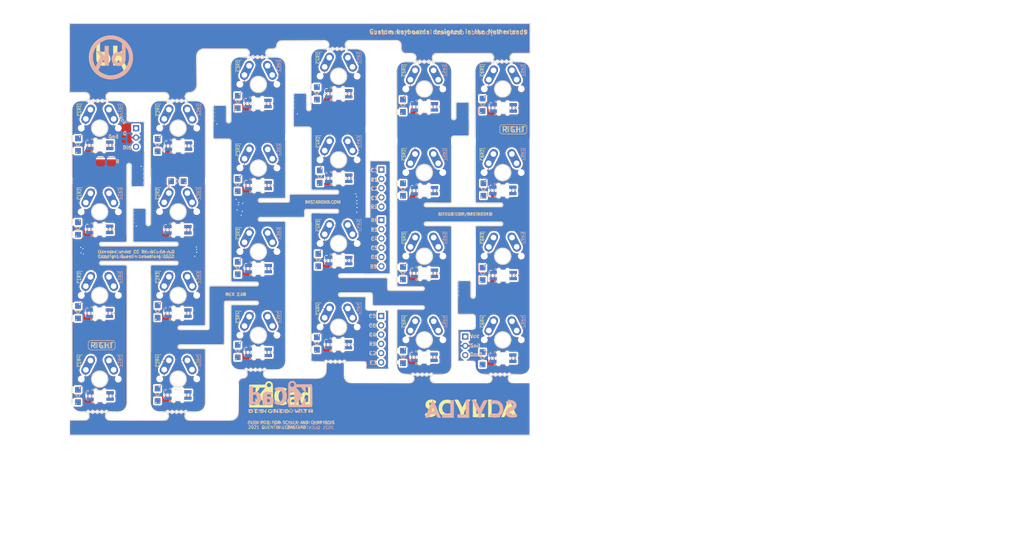
<source format=kicad_pcb>
(kicad_pcb (version 20221018) (generator pcbnew)
  (layers (0 "F.Cu" signal) (1 "In1.Cu" signal) (2 "In2.Cu" signal) (31 "B.Cu" signal) (34 "B.Paste" user) (35 "F.Paste" user) (36 "B.SilkS" user "B.Silkscreen") (37 "F.SilkS" user "F.Silkscreen") (38 "B.Mask" user) (39 "F.Mask" user) (44 "Edge.Cuts" user))
  (net 0 "")
  (net 1 "col1")
  (net 2 "col2")
  (net 3 "col3")
  (net 4 "col4")
  (net 5 "col5")
  (net 6 "col6")
  (net 7 "row1")
  (net 8 "row3")
  (net 9 "row2")
  (net 10 "row4")
  (net 11 "row5")
  (net 12 "Vcc")
  (net 13 "Net-(D19-DOUT)")
  (net 14 "Net-(D37-DOUT)")
  (net 15 "Net-(D39-DOUT)")
  (net 16 "Net-(D41-DOUT)")
  (net 17 "Net-(D43-DOUT)")
  (net 18 "Net-(D47-DOUT)")
  (net 19 "Gnd")
  (net 20 "Din")
  (net 21 "Dout")
  (net 22 "Net-(D13-DIN)")
  (net 23 "Net-(D13-DOUT)")
  (net 24 "Net-(D15-DOUT)")
  (net 25 "Net-(D17-DOUT)")
  (net 26 "Net-(D22-DOUT)")
  (net 27 "Net-(D14-DOUT)")
  (net 28 "Net-(D16-DOUT)")
  (net 29 "Net-(D18-DOUT)")
  (net 30 "Net-(D20-DOUT)")
  (net 31 "Net-(D21-DOUT)")
  (net 32 "Net-(D23-DOUT)")
  (net 33 "Net-(D24-DOUT)")
  (net 34 "Net-(D38-DOUT)")
  (net 35 "Net-(D40-DOUT)")
  (net 36 "Net-(D42-DOUT)")
  (net 37 "Net-(D44-DOUT)")
  (net 38 "Net-(D45-DOUT)")
  (net 39 "Net-(D46-DOUT)")
  (net 40 "Net-(D1-A)")
  (net 41 "Net-(D2-A)")
  (net 42 "Net-(D3-A)")
  (net 43 "Net-(D4-A)")
  (net 44 "Net-(D5-A)")
  (net 45 "Net-(D6-A)")
  (net 46 "Net-(D10-A)")
  (net 47 "Net-(D11-A)")
  (net 48 "Net-(D12-A)")
  (net 49 "Net-(D25-A)")
  (net 50 "Net-(D26-A)")
  (net 51 "Net-(D27-A)")
  (net 52 "Net-(D28-A)")
  (net 53 "Net-(D29-A)")
  (net 54 "Net-(D30-A)")
  (net 55 "Net-(D31-A)")
  (net 56 "Net-(D32-A)")
  (net 57 "Net-(D33-A)")
  (net 58 "Net-(D34-A)")
  (net 59 "Net-(D35-A)")
  (net 60 "Net-(D36-A)")
  (net 61 "Net-(D63-A)")
  (net 62 "Net-(D51-A)")
  (net 63 "Net-(D64-A)")
  (footprint "custom:Diode_TH_SOD123" (layer "F.Cu") (at 126.875 54.181 90)
    (fp_text reference "D65" hide)
    (fp_text value "1N4148")
  )
  (footprint "libs:D_0402" (layer "F.Cu") (at 98.15 49.725)
    (fp_text reference "D9" hide)
    (fp_text value "1N4148")
  )
  (footprint "libs:SK6812_mini_e_corners" (layer "F.Cu") (at 154.255999 72.317998)
    (fp_text reference "D46" hide)
    (fp_text value "SK6812MINI")
    (fp_line (start -1.7 -1.36) (end -1.7 1.64) (stroke (width 0.1)) (layer "Edge.Cuts"))
    (fp_line (start -0.7 -1.36) (end 0.7 -1.36) (stroke (width 0.1)) (layer "Edge.Cuts"))
    (fp_line (start -0.7 1.64) (end 0.7 1.64) (stroke (width 0.1)) (layer "Edge.Cuts"))
    (fp_line (start 1.7 1.64) (end 1.7 -1.36) (stroke (width 0.1)) (layer "Edge.Cuts"))
    (fp_arc (start -1.7 -1.36) (mid -1.2 -1.86) (end -0.7 -1.36) (stroke (width 0.1)) (layer "Edge.Cuts"))
    (fp_arc (start -0.7 1.64) (mid -1.2 2.14) (end -1.7 1.64) (stroke (width 0.1)) (layer "Edge.Cuts"))
    (fp_arc (start 0.7 -1.36) (mid 1.2 -1.86) (end 1.7 -1.36) (stroke (width 0.1)) (layer "Edge.Cuts"))
    (fp_arc (start 1.7 1.64) (mid 1.2 2.14) (end 0.7 1.64) (stroke (width 0.1)) (layer "Edge.Cuts"))
  )
  (footprint "libs:SK6812_mini_e_corners" (layer "F.Cu") (at 109.256 45.767999)
    (fp_text reference "D40" hide)
    (fp_text value "SK6812MINI")
    (fp_line (start -1.7 -1.36) (end -1.7 1.64) (stroke (width 0.1)) (layer "Edge.Cuts"))
    (fp_line (start -0.7 -1.36) (end 0.7 -1.36) (stroke (width 0.1)) (layer "Edge.Cuts"))
    (fp_line (start -0.7 1.64) (end 0.7 1.64) (stroke (width 0.1)) (layer "Edge.Cuts"))
    (fp_line (start 1.7 1.64) (end 1.7 -1.36) (stroke (width 0.1)) (layer "Edge.Cuts"))
    (fp_arc (start -1.7 -1.36) (mid -1.2 -1.86) (end -0.7 -1.36) (stroke (width 0.1)) (layer "Edge.Cuts"))
    (fp_arc (start -0.7 1.64) (mid -1.2 2.14) (end -1.7 1.64) (stroke (width 0.1)) (layer "Edge.Cuts"))
    (fp_arc (start 0.7 -1.36) (mid 1.2 -1.86) (end 1.7 -1.36) (stroke (width 0.1)) (layer "Edge.Cuts"))
    (fp_arc (start 1.7 1.64) (mid 1.2 2.14) (end 0.7 1.64) (stroke (width 0.1)) (layer "Edge.Cuts"))
  )
  (footprint "libs:D_0402" (layer "F.Cu") (at 54.6 69.071666 180)
    (fp_text reference "D8" hide)
    (fp_text value "1N4148")
  )
  (footprint "custom:Diode_TH_SOD123" (layer "F.Cu") (at 59.6 65 90)
    (fp_text reference "D53" hide)
    (fp_text value "1N4148")
  )
  (footprint "libs:SK6812_mini_e_corners" (layer "F.Cu") (at 43.84 128.73)
    (fp_text reference "D16" hide)
    (fp_text value "SK6812MINI")
    (fp_line (start -1.7 -1.36) (end -1.7 1.64) (stroke (width 0.1)) (layer "Edge.Cuts"))
    (fp_line (start -0.7 -1.36) (end 0.7 -1.36) (stroke (width 0.1)) (layer "Edge.Cuts"))
    (fp_line (start -0.7 1.64) (end 0.7 1.64) (stroke (width 0.1)) (layer "Edge.Cuts"))
    (fp_line (start 1.7 1.64) (end 1.7 -1.36) (stroke (width 0.1)) (layer "Edge.Cuts"))
    (fp_arc (start -1.7 -1.36) (mid -1.2 -1.86) (end -0.7 -1.36) (stroke (width 0.1)) (layer "Edge.Cuts"))
    (fp_arc (start -0.7 1.64) (mid -1.2 2.14) (end -1.7 1.64) (stroke (width 0.1)) (layer "Edge.Cuts"))
    (fp_arc (start 0.7 -1.36) (mid 1.2 -1.86) (end 1.7 -1.36) (stroke (width 0.1)) (layer "Edge.Cuts"))
    (fp_arc (start 1.7 1.64) (mid 1.2 2.14) (end 0.7 1.64) (stroke (width 0.1)) (layer "Edge.Cuts"))
  )
  (footprint "libs:D_0402" (layer "F.Cu") (at 143.265 101.175)
    (fp_text reference "D36" hide)
    (fp_text value "1N4148")
  )
  (footprint "custom:Diode_TH_SOD123" (layer "F.Cu") (at 126.875 100.147666 90)
    (fp_text reference "D67" hide)
    (fp_text value "1N4148")
  )
  (footprint "custom:Diode_TH_SOD123" (layer "F.Cu") (at 81.575 53.131 90)
    (fp_text reference "D57" hide)
    (fp_text value "1N4148")
  )
  (footprint "custom:Diode_TH_SOD123" (layer "F.Cu") (at 81.575 121.531 90)
    (fp_text reference "D60" hide)
    (fp_text value "1N4148")
  )
  (footprint "Connector_PinHeader_2.54mm:PinHeader_1x03_P2.54mm_Vertical" (layer "F.Cu") (at 53.6952 55.3644)
    (fp_text reference "J4" hide)
    (fp_text value "Conn_01x03_Female")
  )
  (footprint "libs:SK6812_mini_e_corners" (layer "F.Cu") (at 87.206 93.767999)
    (fp_text reference "D23" hide)
    (fp_text value "SK6812MINI")
    (fp_line (start -1.7 -1.36) (end -1.7 1.64) (stroke (width 0.1)) (layer "Edge.Cuts"))
    (fp_line (start -0.7 -1.36) (end 0.7 -1.36) (stroke (width 0.1)) (layer "Edge.Cuts"))
    (fp_line (start -0.7 1.64) (end 0.7 1.64) (stroke (width 0.1)) (layer "Edge.Cuts"))
    (fp_line (start 1.7 1.64) (end 1.7 -1.36) (stroke (width 0.1)) (layer "Edge.Cuts"))
    (fp_arc (start -1.7 -1.36) (mid -1.2 -1.86) (end -0.7 -1.36) (stroke (width 0.1)) (layer "Edge.Cuts"))
    (fp_arc (start -0.7 1.64) (mid -1.2 2.14) (end -1.7 1.64) (stroke (width 0.1)) (layer "Edge.Cuts"))
    (fp_arc (start 0.7 -1.36) (mid 1.2 -1.86) (end 1.7 -1.36) (stroke (width 0.1)) (layer "Edge.Cuts"))
    (fp_arc (start 1.7 1.64) (mid 1.2 2.14) (end 0.7 1.64) (stroke (width 0.1)) (layer "Edge.Cuts"))
  )
  (footprint "libs:D_0402" (layer "F.Cu") (at 143.265 98.075)
    (fp_text reference "D29" hide)
    (fp_text value "1N4148")
  )
  (footprint "custom:Diode_TH_SOD123" (layer "F.Cu") (at 37.775 87.847666 90)
    (fp_text reference "D50" hide)
    (fp_text value "1N4148")
  )
  (footprint "LOGO" (layer "F.Cu") (at 46.7752 35.9144)
    (fp_text reference "G***" hide)
    (fp_text value "LOGO" hide)
  )
  (footprint "custom:Diode_TH_SOD123" (layer "F.Cu") (at 104.05 73.65 90)
    (fp_text reference "D62" hide)
    (fp_text value "1N4148")
  )
  (footprint "libs:D_0402" (layer "F.Cu") (at 76.31 53.225)
    (fp_text reference "D32" hide)
    (fp_text value "1N4148")
  )
  (footprint "custom:Diode_TH_SOD123" (layer "F.Cu") (at 70.031 69.9 180)
    (fp_text reference "D54" hide)
    (fp_text value "1N4148")
  )
  (footprint "libs:SK6812_mini_e_corners" (layer "F.Cu") (at 132.756 95.068)
    (fp_text reference "D43" hide)
    (fp_text value "SK6812MINI")
    (fp_line (start -1.7 -1.36) (end -1.7 1.64) (stroke (width 0.1)) (layer "Edge.Cuts"))
    (fp_line (start -0.7 -1.36) (end 0.7 -1.36) (stroke (width 0.1)) (layer "Edge.Cuts"))
    (fp_line (start -0.7 1.64) (end 0.7 1.64) (stroke (width 0.1)) (layer "Edge.Cuts"))
    (fp_line (start 1.7 1.64) (end 1.7 -1.36) (stroke (width 0.1)) (layer "Edge.Cuts"))
    (fp_arc (start -1.7 -1.36) (mid -1.2 -1.86) (end -0.7 -1.36) (stroke (width 0.1)) (layer "Edge.Cuts"))
    (fp_arc (start -0.7 1.64) (mid -1.2 2.14) (end -1.7 1.64) (stroke (width 0.1)) (layer "Edge.Cuts"))
    (fp_arc (start 0.7 -1.36) (mid 1.2 -1.86) (end 1.7 -1.36) (stroke (width 0.1)) (layer "Edge.Cuts"))
    (fp_arc (start 1.7 1.64) (mid 1.2 2.14) (end 0.7 1.64) (stroke (width 0.1)) (layer "Edge.Cuts"))
  )
  (footprint "libs:D_0402" (layer "F.Cu") (at 76.31 52.166666)
    (fp_text reference "D11" hide)
    (fp_text value "1N4148")
  )
  (footprint "libs:SK6812_mini_e_corners" (layer "F.Cu") (at 65.165999 105.997999)
    (fp_text reference "D18" hide)
    (fp_text value "SK6812MINI")
    (fp_line (start -1.7 -1.36) (end -1.7 1.64) (stroke (width 0.1)) (layer "Edge.Cuts"))
    (fp_line (start -0.7 -1.36) (end 0.7 -1.36) (stroke (width 0.1)) (layer "Edge.Cuts"))
    (fp_line (start -0.7 1.64) (end 0.7 1.64) (stroke (width 0.1)) (layer "Edge.Cuts"))
    (fp_line (start 1.7 1.64) (end 1.7 -1.36) (stroke (width 0.1)) (layer "Edge.Cuts"))
    (fp_arc (start -1.7 -1.36) (mid -1.2 -1.86) (end -0.7 -1.36) (stroke (width 0.1)) (layer "Edge.Cuts"))
    (fp_arc (start -0.7 1.64) (mid -1.2 2.14) (end -1.7 1.64) (stroke (width 0.1)) (layer "Edge.Cuts"))
    (fp_arc (start 0.7 -1.36) (mid 1.2 -1.86) (end 1.7 -1.36) (stroke (width 0.1)) (layer "Edge.Cuts"))
    (fp_arc (start 1.7 1.64) (mid 1.2 2.14) (end 0.7 1.64) (stroke (width 0.1)) (layer "Edge.Cuts"))
  )
  (footprint "customs:PinHeader_1x05_P2.54mm_Vertical" (layer "F.Cu") (at 120.9608 66.719199)
    (fp_text reference "J2" hide)
    (fp_text value "Conn_01x05_Female")
  )
  (footprint "libs:SK6812_mini_e_corners" (layer "F.Cu") (at 109.181 114.617999)
    (fp_text reference "D37" hide)
    (fp_text value "SK6812MINI")
    (fp_line (start -1.7 -1.36) (end -1.7 1.64) (stroke (width 0.1)) (layer "Edge.Cuts"))
    (fp_line (start -0.7 -1.36) (end 0.7 -1.36) (stroke (width 0.1)) (layer "Edge.Cuts"))
    (fp_line (start -0.7 1.64) (end 0.7 1.64) (stroke (width 0.1)) (layer "Edge.Cuts"))
    (fp_line (start 1.7 1.64) (end 1.7 -1.36) (stroke (width 0.1)) (layer "Edge.Cuts"))
    (fp_arc (start -1.7 -1.36) (mid -1.2 -1.86) (end -0.7 -1.36) (stroke (width 0.1)) (layer "Edge.Cuts"))
    (fp_arc (start -0.7 1.64) (mid -1.2 2.14) (end -1.7 1.64) (stroke (width 0.1)) (layer "Edge.Cuts"))
    (fp_arc (start 0.7 -1.36) (mid 1.2 -1.86) (end 1.7 -1.36) (stroke (width 0.1)) (layer "Edge.Cuts"))
    (fp_arc (start 1.7 1.64) (mid 1.2 2.14) (end 0.7 1.64) (stroke (width 0.1)) (layer "Edge.Cuts"))
  )
  (footprint "Connector_PinHeader_2.54mm:PinHeader_1x06_P2.54mm_Vertical" (layer "F.Cu") (at 120.9608 80.536799)
    (fp_text reference "J3" hide)
    (fp_text value "Conn_01x06_Female")
  )
  (footprint "libs:SK6812_mini_e_corners" (layer "F.Cu") (at 65.326 60.137999)
    (fp_text reference "D20" hide)
    (fp_text value "SK6812MINI")
    (fp_line (start -1.7 -1.36) (end -1.7 1.64) (stroke (width 0.1)) (layer "Edge.Cuts"))
    (fp_line (start -0.7 -1.36) (end 0.7 -1.36) (stroke (width 0.1)) (layer "Edge.Cuts"))
    (fp_line (start -0.7 1.64) (end 0.7 1.64) (stroke (width 0.1)) (layer "Edge.Cuts"))
    (fp_line (start 1.7 1.64) (end 1.7 -1.36) (stroke (width 0.1)) (layer "Edge.Cuts"))
    (fp_arc (start -1.7 -1.36) (mid -1.2 -1.86) (end -0.7 -1.36) (stroke (width 0.1)) (layer "Edge.Cuts"))
    (fp_arc (start -0.7 1.64) (mid -1.2 2.14) (end -1.7 1.64) (stroke (width 0.1)) (layer "Edge.Cuts"))
    (fp_arc (start 0.7 -1.36) (mid 1.2 -1.86) (end 1.7 -1.36) (stroke (width 0.1)) (layer "Edge.Cuts"))
    (fp_arc (start 1.7 1.64) (mid 1.2 2.14) (end 0.7 1.64) (stroke (width 0.1)) (layer "Edge.Cuts"))
  )
  (footprint "Connector_PinHeader_2.54mm:PinHeader_1x03_P2.54mm_Vertical" (layer "F.Cu") (at 143.9552 112.5344)
    (fp_text reference "J5" hide)
    (fp_text value "Conn_01x03_Female")
  )
  (footprint "libs:SK6812_mini_e_corners" (layer "F.Cu") (at 109.256 68.967999)
    (fp_text reference "D39" hide)
    (fp_text value "SK6812MINI")
    (fp_line (start -1.7 -1.36) (end -1.7 1.64) (stroke (width 0.1)) (layer "Edge.Cuts"))
    (fp_line (start -0.7 -1.36) (end 0.7 -1.36) (stroke (width 0.1)) (layer "Edge.Cuts"))
    (fp_line (start -0.7 1.64) (end 0.7 1.64) (stroke (width 0.1)) (layer "Edge.Cuts"))
    (fp_line (start 1.7 1.64) (end 1.7 -1.36) (stroke (width 0.1)) (layer "Edge.Cuts"))
    (fp_arc (start -1.7 -1.36) (mid -1.2 -1.86) (end -0.7 -1.36) (stroke (width 0.1)) (layer "Edge.Cuts"))
    (fp_arc (start -0.7 1.64) (mid -1.2 2.14) (end -1.7 1.64) (stroke (width 0.1)) (layer "Edge.Cuts"))
    (fp_arc (start 0.7 -1.36) (mid 1.2 -1.86) (end 1.7 -1.36) (stroke (width 0.1)) (layer "Edge.Cuts"))
    (fp_arc (start 1.7 1.64) (mid 1.2 2.14) (end 0.7 1.64) (stroke (width 0.1)) (layer "Edge.Cuts"))
  )
  (footprint "custom:Diode_TH_SOD123" (layer "F.Cu") (at 126.875 77.164333 90)
    (fp_text reference "D66" hide)
    (fp_text value "1N4148")
  )
  (footprint "libs:SK6812_mini_e_corners" (layer "F.Cu") (at 43.75 59.94)
    (fp_text reference "D13" hide)
    (fp_text value "SK6812MINI")
    (fp_line (start -1.7 -1.36) (end -1.7 1.64) (stroke (width 0.1)) (layer "Edge.Cuts"))
    (fp_line (start -0.7 -1.36) (end 0.7 -1.36) (stroke (width 0.1)) (layer "Edge.Cuts"))
    (fp_line (start -0.7 1.64) (end 0.7 1.64) (stroke (width 0.1)) (layer "Edge.Cuts"))
    (fp_line (start 1.7 1.64) (end 1.7 -1.36) (stroke (width 0.1)) (layer "Edge.Cuts"))
    (fp_arc (start -1.7 -1.36) (mid -1.2 -1.86) (end -0.7 -1.36) (stroke (width 0.1)) (layer "Edge.Cuts"))
    (fp_arc (start -0.7 1.64) (mid -1.2 2.14) (end -1.7 1.64) (stroke (width 0.1)) (layer "Edge.Cuts"))
    (fp_arc (start 0.7 -1.36) (mid 1.2 -1.86) (end 1.7 -1.36) (stroke (width 0.1)) (layer "Edge.Cuts"))
    (fp_arc (start 1.7 1.64) (mid 1.2 2.14) (end 0.7 1.64) (stroke (width 0.1)) (layer "Edge.Cuts"))
  )
  (footprint "libs:SK6812_mini_e_corners" (layer "F.Cu") (at 43.65 106.01)
    (fp_text reference "D15" hide)
    (fp_text value "SK6812MINI")
    (fp_line (start -1.7 -1.36) (end -1.7 1.64) (stroke (width 0.1)) (layer "Edge.Cuts"))
    (fp_line (start -0.7 -1.36) (end 0.7 -1.36) (stroke (width 0.1)) (layer "Edge.Cuts"))
    (fp_line (start -0.7 1.64) (end 0.7 1.64) (stroke (width 0.1)) (layer "Edge.Cuts"))
    (fp_line (start 1.7 1.64) (end 1.7 -1.36) (stroke (width 0.1)) (layer "Edge.Cuts"))
    (fp_arc (start -1.7 -1.36) (mid -1.2 -1.86) (end -0.7 -1.36) (stroke (width 0.1)) (layer "Edge.Cuts"))
    (fp_arc (start -0.7 1.64) (mid -1.2 2.14) (end -1.7 1.64) (stroke (width 0.1)) (layer "Edge.Cuts"))
    (fp_arc (start 0.7 -1.36) (mid 1.2 -1.86) (end 1.7 -1.36) (stroke (width 0.1)) (layer "Edge.Cuts"))
    (fp_arc (start 1.7 1.64) (mid 1.2 2.14) (end 0.7 1.64) (stroke (width 0.1)) (layer "Edge.Cuts"))
  )
  (footprint "libs:D_0402" (layer "F.Cu") (at 98.15 47.625)
    (fp_text reference "D28" hide)
    (fp_text value "1N4148")
  )
  (footprint "libs:D_0402" (layer "F.Cu") (at 143.735 51.275 180)
    (fp_text reference "D10" hide)
    (fp_text value "1N4148")
  )
  (footprint "libs:SK6812_mini_e_corners" (layer "F.Cu") (at 87.206 116.767999)
    (fp_text reference "D24" hide)
    (fp_text value "SK6812MINI")
    (fp_line (start -1.7 -1.36) (end -1.7 1.64) (stroke (width 0.1)) (layer "Edge.Cuts"))
    (fp_line (start -0.7 -1.36) (end 0.7 -1.36) (stroke (width 0.1)) (layer "Edge.Cuts"))
    (fp_line (start -0.7 1.64) (end 0.7 1.64) (stroke (width 0.1)) (layer "Edge.Cuts"))
    (fp_line (start 1.7 1.64) (end 1.7 -1.36) (stroke (width 0.1)) (layer "Edge.Cuts"))
    (fp_arc (start -1.7 -1.36) (mid -1.2 -1.86) (end -0.7 -1.36) (stroke (width 0.1)) (layer "Edge.Cuts"))
    (fp_arc (start -0.7 1.64) (mid -1.2 2.14) (end -1.7 1.64) (stroke (width 0.1)) (layer "Edge.Cuts"))
    (fp_arc (start 0.7 -1.36) (mid 1.2 -1.86) (end 1.7 -1.36) (stroke (width 0.1)) (layer "Edge.Cuts"))
    (fp_arc (start 1.7 1.64) (mid 1.2 2.14) (end 0.7 1.64) (stroke (width 0.1)) (layer "Edge.Cuts"))
  )
  (footprint "libs:D_0402" (layer "F.Cu") (at 143.735 49.125 180)
    (fp_text reference "D5" hide)
    (fp_text value "1N4148")
  )
  (footprint "custom:Diode_TH_SOD123" (layer "F.Cu") (at 148.7 123.475 90)
    (fp_text reference "D72" hide)
    (fp_text value "1N4148")
  )
  (footprint "custom:Diode_TH_SOD123" (layer "F.Cu") (at 103.65 96.525 90)
    (fp_text reference "D63" hide)
    (fp_text value "1N4148")
  )
  (footprint "libs:D_0402" (layer "F.Cu") (at 54.6 67.823333 180)
    (fp_text reference "D26" hide)
    (fp_text value "1N4148")
  )
  (footprint "libs:SK6812_mini_e_corners" (layer "F.Cu") (at 154.255999 118.367998)
    (fp_text reference "D48" hide)
    (fp_text value "SK6812MINI")
    (fp_line (start -1.7 -1.36) (end -1.7 1.64) (stroke (width 0.1)) (layer "Edge.Cuts"))
    (fp_line (start -0.7 -1.36) (end 0.7 -1.36) (stroke (width 0.1)) (layer "Edge.Cuts"))
    (fp_line (start -0.7 1.64) (end 0.7 1.64) (stroke (width 0.1)) (layer "Edge.Cuts"))
    (fp_line (start 1.7 1.64) (end 1.7 -1.36) (stroke (width 0.1)) (layer "Edge.Cuts"))
    (fp_arc (start -1.7 -1.36) (mid -1.2 -1.86) (end -0.7 -1.36) (stroke (width 0.1)) (layer "Edge.Cuts"))
    (fp_arc (start -0.7 1.64) (mid -1.2 2.14) (end -1.7 1.64) (stroke (width 0.1)) (layer "Edge.Cuts"))
    (fp_arc (start 0.7 -1.36) (mid 1.2 -1.86) (end 1.7 -1.36) (stroke (width 0.1)) (layer "Edge.Cuts"))
    (fp_arc (start 1.7 1.64) (mid 1.2 2.14) (end 0.7 1.64) (stroke (width 0.1)) (layer "Edge.Cuts"))
  )
  (footprint "libs:D_0402" (layer "F.Cu") (at 54.31 79.175)
    (fp_text reference "D3" hide)
    (fp_text value "1N4148")
  )
  (footprint "LOGO" (layer "F.Cu") (at 145.3752 132.0644)
    (fp_text reference "G***" hide)
    (fp_text value "LOGO" hide)
  )
  (footprint "libs:D_0402" (layer "F.Cu") (at 143.265 100.141667)
    (fp_text reference "D12" hide)
    (fp_text value "1N4148")
  )
  (footprint "libs:D_0402" (layer "F.Cu") (at 143.735 50.2 180)
    (fp_text reference "D6" hide)
    (fp_text value "1N4148")
  )
  (footprint "libs:SK6812_mini_e_corners" (layer "F.Cu") (at 154.355999 95.667998)
    (fp_text reference "D47" hide)
    (fp_text value "SK6812MINI")
    (fp_line (start -1.7 -1.36) (end -1.7 1.64) (stroke (width 0.1)) (layer "Edge.Cuts"))
    (fp_line (start -0.7 -1.36) (end 0.7 -1.36) (stroke (width 0.1)) (layer "Edge.Cuts"))
    (fp_line (start -0.7 1.64) (end 0.7 1.64) (stroke (width 0.1)) (layer "Edge.Cuts"))
    (fp_line (start 1.7 1.64) (end 1.7 -1.36) (stroke (width 0.1)) (layer "Edge.Cuts"))
    (fp_arc (start -1.7 -1.36) (mid -1.2 -1.86) (end -0.7 -1.36) (stroke (width 0.1)) (layer "Edge.Cuts"))
    (fp_arc (start -0.7 1.64) (mid -1.2 2.14) (end -1.7 1.64) (stroke (width 0.1)) (layer "Edge.Cuts"))
    (fp_arc (start 0.7 -1.36) (mid 1.2 -1.86) (end 1.7 -1.36) (stroke (width 0.1)) (layer "Edge.Cuts"))
    (fp_arc (start 1.7 1.64) (mid 1.2 2.14) (end 0.7 1.64) (stroke (width 0.1)) (layer "Edge.Cuts"))
  )
  (footprint "libs:D_0402" (layer "F.Cu") (at 98.15 46.575)
    (fp_text reference "D2" hide)
    (fp_text value "1N4148")
  )
  (footprint "libs:D_0402" (layer "F.Cu") (at 143.735 52.35 180)
    (fp_text reference "D35" hide)
    (fp_text value "1N4148")
  )
  (footprint "libs:D_0402" (layer "F.Cu") (at 54.31 78.125)
    (fp_text reference "D1" hide)
    (fp_text value "1N4148")
  )
  (footprint "libs:SK6812_mini_e_corners" (layer "F.Cu") (at 109.256 91.567999)
    (fp_text reference "D38" hide)
    (fp_text value "SK6812MINI")
    (fp_line (start -1.7 -1.36) (end -1.7 1.64) (stroke (width 0.1)) (layer "Edge.Cuts"))
    (fp_line (start -0.7 -1.36) (end 0.7 -1.36) (stroke (width 0.1)) (layer "Edge.Cuts"))
    (fp_line (start -0.7 1.64) (end 0.7 1.64) (stroke (width 0.1)) (layer "Edge.Cuts"))
    (fp_line (start 1.7 1.64) (end 1.7 -1.36) (stroke (width 0.1)) (layer "Edge.Cuts"))
    (fp_arc (start -1.7 -1.36) (mid -1.2 -1.86) (end -0.7 -1.36) (stroke (width 0.1)) (layer "Edge.Cuts"))
    (fp_arc (start -0.7 1.64) (mid -1.2 2.14) (end -1.7 1.64) (stroke (width 0.1)) (layer "Edge.Cuts"))
    (fp_arc (start 0.7 -1.36) (mid 1.2 -1.86) (end 1.7 -1.36) (stroke (width 0.1)) (layer "Edge.Cuts"))
    (fp_arc (start 1.7 1.64) (mid 1.2 2.14) (end 0.7 1.64) (stroke (width 0.1)) (layer "Edge.Cuts"))
  )
  (footprint "libs:SK6812_mini_e_corners" (layer "F.Cu") (at 65.165999 83.107999)
    (fp_text reference "D19" hide)
    (fp_text value "SK6812MINI")
    (fp_line (start -1.7 -1.36) (end -1.7 1.64) (stroke (width 0.1)) (layer "Edge.Cuts"))
    (fp_line (start -0.7 -1.36) (end 0.7 -1.36) (stroke (width 0.1)) (layer "Edge.Cuts"))
    (fp_line (start -0.7 1.64) (end 0.7 1.64) (stroke (width 0.1)) (layer "Edge.Cuts"))
    (fp_line (start 1.7 1.64) (end 1.7 -1.36) (stroke (width 0.1)) (layer "Edge.Cuts"))
    (fp_arc (start -1.7 -1.36) (mid -1.2 -1.86) (end -0.7 -1.36) (stroke (width 0.1)) (layer "Edge.Cuts"))
    (fp_arc (start -0.7 1.64) (mid -1.2 2.14) (end -1.7 1.64) (stroke (width 0.1)) (layer "Edge.Cuts"))
    (fp_arc (start 0.7 -1.36) (mid 1.2 -1.86) (end 1.7 -1.36) (stroke (width 0.1)) (layer "Edge.Cuts"))
    (fp_arc (start 1.7 1.64) (mid 1.2 2.14) (end 0.7 1.64) (stroke (width 0.1)) (layer "Edge.Cuts"))
  )
  (footprint "Connector_PinHeader_2.54mm:PinHeader_1x06_P2.54mm_Vertical" (layer "F.Cu") (at 120.8852 106.9044)
    (fp_text reference "J1" hide)
    (fp_text value "Conn_01x06_Female")
  )
  (footprint "custom:Diode_TH_SOD123" (layer "F.Cu") (at 81.575 75.931 90)
    (fp_text reference "D58" hide)
    (fp_text value "1N4148")
  )
  (footprint "libs:D_0402" (layer "F.Cu") (at 54.6 70.32 180)
    (fp_text reference "D31" hide)
    (fp_text value "1N4148")
  )
  (footprint "custom:Diode_TH_SOD123" (layer "F.Cu") (at 126.875 123.131 90)
    (fp_text reference "D68" hide)
    (fp_text value "1N4148")
  )
  (footprint "custom:Diode_TH_SOD123" (layer "F.Cu") (at 103.275 50.781 90)
    (fp_text reference "D61" hide)
    (fp_text value "1N4148")
  )
  (footprint "custom:Diode_TH_SOD123" (layer "F.Cu") (at 59.6 110.65 90)
    (fp_text reference "D55" hide)
    (fp_text value "1N4148")
  )
  (footprint "libs:D_0402" (layer "F.Cu") (at 54.31 80.275)
    (fp_text reference "D33" hide)
    (fp_text value "1N4148")
  )
  (footprint "libs:SK6812_mini_e_corners" (layer "F.Cu") (at 132.756 49.368)
    (fp_text reference "D41" hide)
    (fp_text value "SK6812MINI")
    (fp_line (start -1.7 -1.36) (end -1.7 1.64) (stroke (width 0.1)) (layer "Edge.Cuts"))
    (fp_line (start -0.7 -1.36) (end 0.7 -1.36) (stroke (width 0.1)) (layer "Edge.Cuts"))
    (fp_line (start -0.7 1.64) (end 0.7 1.64) (stroke (width 0.1)) (layer "Edge.Cuts"))
    (fp_line (start 1.7 1.64) (end 1.7 -1.36) (stroke (width 0.1)) (layer "Edge.Cuts"))
    (fp_arc (start -1.7 -1.36) (mid -1.2 -1.86) (end -0.7 -1.36) (stroke (width 0.1)) (layer "Edge.Cuts"))
    (fp_arc (start -0.7 1.64) (mid -1.2 2.14) (end -1.7 1.64) (stroke (width 0.1)) (layer "Edge.Cuts"))
    (fp_arc (start 0.7 -1.36) (mid 1.2 -1.86) (end 1.7 -1.36) (stroke (width 0.1)) (layer "Edge.Cuts"))
    (fp_arc (start 1.7 1.64) (mid 1.2 2.14) (end 0.7 1.64) (stroke (width 0.1)) (layer "Edge.Cuts"))
  )
  (footprint "libs:D_0402" (layer "F.Cu") (at 54.6 66.575 180)
    (fp_text reference "D25" hide)
    (fp_text value "1N4148")
  )
  (footprint "libs:SK6812_mini_e_corners" (layer "F.Cu") (at 43.7 83.01)
    (fp_text reference "D14" hide)
    (fp_text value "SK6812MINI")
    (fp_line (start -1.7 -1.36) (end -1.7 1.64) (stroke (width 0.1)) (layer "Edge.Cuts"))
    (fp_line (start -0.7 -1.36) (end 0.7 -1.36) (stroke (width 0.1)) (layer "Edge.Cuts"))
    (fp_line (start -0.7 1.64) (end 0.7 1.64) (stroke (width 0.1)) (layer "Edge.Cuts"))
    (fp_line (start 1.7 1.64) (end 1.7 -1.36) (stroke (width 0.1)) (layer "Edge.Cuts"))
    (fp_arc (start -1.7 -1.36) (mid -1.2 -1.86) (end -0.7 -1.36) (stroke (width 0.1)) (layer "Edge.Cuts"))
    (fp_arc (start -0.7 1.64) (mid -1.2 2.14) (end -1.7 1.64) (stroke (width 0.1)) (layer "Edge.Cuts"))
    (fp_arc (start 0.7 -1.36) (mid 1.2 -1.86) (end 1.7 -1.36) (stroke (width 0.1)) (layer "Edge.Cuts"))
    (fp_arc (start 1.7 1.64) (mid 1.2 2.14) (end 0.7 1.64) (stroke (width 0.1)) (layer "Edge.Cuts"))
  )
  (footprint "libs:SK6812_mini_e_corners" (layer "F.Cu") (at 132.656 118.118)
    (fp_text reference "D44" hide)
    (fp_text value "SK6812MINI")
    (fp_line (start -1.7 -1.36) (end -1.7 1.64) (stroke (width 0.1)) (layer "Edge.Cuts"))
    (fp_line (start -0.7 -1.36) (end 0.7 -1.36) (stroke (width 0.1)) (layer "Edge.Cuts"))
    (fp_line (start -0.7 1.64) (end 0.7 1.64) (stroke (width 0.1)) (layer "Edge.Cuts"))
    (fp_line (start 1.7 1.64) (end 1.7 -1.36) (stroke (width 0.1)) (layer "Edge.Cuts"))
    (fp_arc (start -1.7 -1.36) (mid -1.2 -1.86) (end -0.7 -1.36) (stroke (width 0.1)) (layer "Edge.Cuts"))
    (fp_arc (start -0.7 1.64) (mid -1.2 2.14) (end -1.7 1.64) (stroke (width 0.1)) (layer "Edge.Cuts"))
    (fp_arc (start 0.7 -1.36) (mid 1.2 -1.86) (end 1.7 -1.36) (stroke (width 0.1)) (layer "Edge.Cuts"))
    (fp_arc (start 1.7 1.64) (mid 1.2 2.14) (end 0.7 1.64) (stroke (width 0.1)) (layer "Edge.Cuts"))
  )
  (footprint "LOGO" (layer "F.Cu") (at 93.2752 129.1644)
    (fp_text reference "G***" hide)
    (fp_text value "LOGO" hide)
  )
  (footprint "libs:D_0402" (layer "F.Cu") (at 54.31 81.35)
    (fp_text reference "D34" hide)
    (fp_text value "1N4148")
  )
  (footprint "libs:D_0402" (layer "F.Cu") (at 143.265 99.108334)
    (fp_text reference "D30" hide)
    (fp_text value "1N4148")
  )
  (footprint "libs:D_0402" (layer "F.Cu") (at 76.31 51.108333)
    (fp_text reference "D27" hide)
    (fp_text value "1N4148")
  )
  (footprint "libs:D_0402" (layer "F.Cu") (at 98.15 48.675)
    (fp_text reference "D7" hide)
    (fp_text value "1N4148")
  )
  (footprint "custom:Diode_TH_SOD123" (layer "F.Cu") (at 37.775 110.839332 90)
    (fp_text reference "D51" hide)
    (fp_text value "1N4148")
  )
  (footprint "libs:SK6812_mini_e_corners" (layer "F.Cu") (at 87.106 48.467999)
    (fp_text reference "D21" hide)
    (fp_text value "SK6812MINI")
    (fp_line (start -1.7 -1.36) (end -1.7 1.64) (stroke (width 0.1)) (layer "Edge.Cuts"))
    (fp_line (start -0.7 -1.36) (end 0.7 -1.36) (stroke (width 0.1)) (layer "Edge.Cuts"))
    (fp_line (start -0.7 1.64) (end 0.7 1.64) (stroke (width 0.1)) (layer "Edge.Cuts"))
    (fp_line (start 1.7 1.64) (end 1.7 -1.36) (stroke (width 0.1)) (layer "Edge.Cuts"))
    (fp_arc (start -1.7 -1.36) (mid -1.2 -1.86) (end -0.7 -1.36) (stroke (width 0.1)) (layer "Edge.Cuts"))
    (fp_arc (start -0.7 1.64) (mid -1.2 2.14) (end -1.7 1.64) (stroke (width 0.1)) (layer "Edge.Cuts"))
    (fp_arc (start 0.7 -1.36) (mid 1.2 -1.86) (end 1.7 -1.36) (stroke (width 0.1)) (layer "Edge.Cuts"))
    (fp_arc (start 1.7 1.64) (mid 1.2 2.14) (end 0.7 1.64) (stroke (width 0.1)) (layer "Edge.Cuts"))
  )
  (footprint "libs:D_0402" (layer "F.Cu") (at 76.31 50.05)
    (fp_text reference "D4" hide)
    (fp_text value "1N4148")
  )
  (footprint "custom:Diode_TH_SOD123" (layer "F.Cu") (at 59.6 133.475 90)
    (fp_text reference "D56" hide)
    (fp_text value "1N4148")
  )
  (footprint "custom:Diode_TH_SOD123" (layer "F.Cu") (at 148.925 77.15 90)
    (fp_text reference "D70" hide)
    (fp_text value "1N4148")
  )
  (footprint "custom:Diode_TH_SOD123" (layer "F.Cu") (at 81.575 98.731 90)
    (fp_text reference "D59" hide)
    (fp_text value "1N4148")
  )
  (footprint "libs:SK6812_mini_e_corners" (layer "F.Cu") (at 65.1652 128.4544)
    (fp_text reference "D17" hide)
    (fp_text value "SK6812MINI")
    (fp_line (start -1.7 -1.36) (end -1.7 1.64) (stroke (width 0.1)) (layer "Edge.Cuts"))
    (fp_line (start -0.7 -1.36) (end 0.7 -1.36) (stroke (width 0.1)) (layer "Edge.Cuts"))
    (fp_line (start -0.7 1.64) (end 0.7 1.64) (stroke (width 0.1)) (layer "Edge.Cuts"))
    (fp_line (start 1.7 1.64) (end 1.7 -1.36) (stroke (width 0.1)) (layer "Edge.Cuts"))
    (fp_arc (start -1.7 -1.36) (mid -1.2 -1.86) (end -0.7 -1.36) (stroke (width 0.1)) (layer "Edge.Cuts"))
    (fp_arc (start -0.7 1.64) (mid -1.2 2.14) (end -1.7 1.64) (stroke (width 0.1)) (layer "Edge.Cuts"))
    (fp_arc (start 0.7 -1.36) (mid 1.2 -1.86) (end 1.7 -1.36) (stroke (width 0.1)) (layer "Edge.Cuts"))
    (fp_arc (start 1.7 1.64) (mid 1.2 2.14) (end 0.7 1.64) (stroke (width 0.1)) (layer "Edge.Cuts"))
  )
  (footprint "libs:SK6812_mini_e_corners" (layer "F.Cu") (at 87.206 70.967999)
    (fp_text reference "D22" hide)
    (fp_text value "SK6812MINI")
    (fp_line (start -1.7 -1.36) (end -1.7 1.64) (stroke (width 0.1)) (layer "Edge.Cuts"))
    (fp_line (start -0.7 -1.36) (end 0.7 -1.36) (stroke (width 0.1)) (layer "Edge.Cuts"))
    (fp_line (start -0.7 1.64) (end 0.7 1.64) (stroke (width 0.1)) (layer "Edge.Cuts"))
    (fp_line (start 1.7 1.64) (end 1.7 -1.36) (stroke (width 0.1)) (layer "Edge.Cuts"))
    (fp_arc (start -1.7 -1.36) (mid -1.2 -1.86) (end -0.7 -1.36) (stroke (width 0.1)) (layer "Edge.Cuts"))
    (fp_arc (start -0.7 1.64) (mid -1.2 2.14) (end -1.7 1.64) (stroke (width 0.1)) (layer "Edge.Cuts"))
    (fp_arc (start 0.7 -1.36) (mid 1.2 -1.86) (end 1.7 -1.36) (stroke (width 0.1)) (layer "Edge.Cuts"))
    (fp_arc (start 1.7 1.64) (mid 1.2 2.14) (end 0.7 1.64) (stroke (width 0.1)) (layer "Edge.Cuts"))
  )
  (footprint "custom:Diode_TH_SOD123" (layer "F.Cu") (at 148.7 53.925 90)
    (fp_text reference "D69" hide)
    (fp_text value "1N4148")
  )
  (footprint "custom:Diode_TH_SOD123" (layer "F.Cu") (at 103.275 119.437 90)
    (fp_text reference "D64" hide)
    (fp_text value "1N4148")
  )
  (footprint "custom:Diode_TH_SOD123" (layer "F.Cu") (at 37.775 133.831 90)
    (fp_text reference "D52" hide)
    (fp_text value "1N4148")
  )
  (footprint "libs:SK6812_mini_e_corners" (layer "F.Cu") (at 132.756 72.368)
    (fp_text reference "D42" hide)
    (fp_text value "SK6812MINI")
    (fp_line (start -1.7 -1.36) (end -1.7 1.64) (stroke (width 0.1)) (layer "Edge.Cuts"))
    (fp_line (start -0.7 -1.36) (end 0.7 -1.36) (stroke (width 0.1)) (layer "Edge.Cuts"))
    (fp_line (start -0.7 1.64) (end 0.7 1.64) (stroke (width 0.1)) (layer "Edge.Cuts"))
    (fp_line (start 1.7 1.64) (end 1.7 -1.36) (stroke (width 0.1)) (layer "Edge.Cuts"))
    (fp_arc (start -1.7 -1.36) (mid -1.2 -1.86) (end -0.7 -1.36) (stroke (width 0.1)) (layer "Edge.Cuts"))
    (fp_arc (start -0.7 1.64) (mid -1.2 2.14) (end -1.7 1.64) (stroke (width 0.1)) (layer "Edge.Cuts"))
    (fp_arc (start 0.7 -1.36) (mid 1.2 -1.86) (end 1.7 -1.36) (stroke (width 0.1)) (layer "Edge.Cuts"))
    (fp_arc (start 1.7 1.64) (mid 1.2 2.14) (end 0.7 1.64) (stroke (width 0.1)) (layer "Edge.Cuts"))
  )
  (footprint "libs:SK6812_mini_e_corners" (layer "F.Cu") (at 154.355999 49.667998)
    (fp_text reference "D45" hide)
    (fp_text value "SK6812MINI")
    (fp_line (start -1.7 -1.36) (end -1.7 1.64) (stroke (width 0.1)) (layer "Edge.Cuts"))
    (fp_line (start -0.7 -1.36) (end 0.7 -1.36) (stroke (width 0.1)) (layer "Edge.Cuts"))
    (fp_line (start -0.7 1.64) (end 0.7 1.64) (stroke (width 0.1)) (layer "Edge.Cuts"))
    (fp_line (start 1.7 1.64) (end 1.7 -1.36) (stroke (width 0.1)) (layer "Edge.Cuts"))
    (fp_arc (start -1.7 -1.36) (mid -1.2 -1.86) (end -0.7 -1.36) (stroke (width 0.1)) (layer "Edge.Cuts"))
    (fp_arc (start -0.7 1.64) (mid -1.2 2.14) (end -1.7 1.64) (stroke (width 0.1)) (layer "Edge.Cuts"))
    (fp_arc (start 0.7 -1.36) (mid 1.2 -1.86) (end 1.7 -1.36) (stroke (width 0.1)) (layer "Edge.Cuts"))
    (fp_arc (start 1.7 1.64) (mid 1.2 2.14) (end 0.7 1.64) (stroke (width 0.1)) (layer "Edge.Cuts"))
  )
  (footprint "custom:Diode_TH_SOD123" (layer "F.Cu") (at 148.7 100.291666 90)
    (fp_text reference "D71" hide)
    (fp_text value "1N4148")
  )
  (footprint "custom:Diode_TH_SOD123" (layer "F.Cu") (at 37.775 64.856 90)
    (fp_text reference "D49" hide)
    (fp_text value "1N4148")
  )
  (footprint "LOGO" (layer "B.Cu") (at 145.686054 132.227595 180)
    (fp_text reference "G***" hide)
    (fp_text value "LOGO" hide)
  )
  (footprint "custom:SW_MX_reversible" (layer "B.Cu") (at 87.2534 112.1532 180)
    (fp_text reference "SW21" hide)
    (fp_text value "SW_Push")
  )
  (footprint "custom:SW_MX_reversible" (layer "B.Cu") (at 65.241599 101.1964 180)
    (fp_text reference "SW14" hide)
    (fp_text value "SW_Push")
  )
  (footprint "custom:SW_MX_reversible" (layer "B.Cu") (at 109.2244 86.9818 180)
    (fp_text reference "SW16" hide)
    (fp_text value "SW_Push")
  )
  (footprint "custom:SW_MX_reversible" (layer "B.Cu") (at 132.7464 90.4428 180)
    (fp_text reference "SW17" hide)
    (fp_text value "SW_Push")
  )
  (footprint "custom:SW_MX_reversible" (layer "B.Cu") (at 87.2534 89.1916 180)
    (fp_text reference "SW15" hide)
    (fp_text value "SW_Push")
  )
  (footprint "custom:SW_MX_reversible" (layer "B.Cu") (at 132.721 44.5704 180)
    (fp_text reference "SW3" hide)
    (fp_text value "SW_Push")
  )
  (footprint "LOGO" (layer "B.Cu") (at 93.3752 129.0644 180)
    (fp_text reference "G***" hide)
    (fp_text value "LOGO" hide)
  )
  (footprint "custom:SW_MX_reversible" (layer "B.Cu") (at 109.2244 109.8926 180)
    (fp_text reference "SW22" hide)
    (fp_text value "SW_Push")
  )
  (footprint "custom:SW_MX_reversible" (layer "B.Cu") (at 65.241599 55.324 180)
    (fp_text reference "SW6" hide)
    (fp_text value "SW_Push")
  )
  (footprint "custom:SW_MX_reversible" (layer "B.Cu") (at 87.228 43.2938 180)
    (fp_text reference "SW1" hide)
    (fp_text value "SW_Push")
  )
  (footprint "custom:SW_MX_reversible" (layer "B.Cu") (at 109.2244 41.0586 180)
    (fp_text reference "SW2" hide)
    (fp_text value "SW_Push")
  )
  (footprint "custom:SW_MX_reversible" (layer "B.Cu") (at 109.2244 64.0202 180)
    (fp_text reference "SW10" hide)
    (fp_text value "SW_Push")
  )
  (footprint "custom:SW_MX_reversible" (layer "B.Cu") (at 43.7372 55.330601 180)
    (fp_text reference "SW5" hide)
    (fp_text value "SW_Push")
  )
  (footprint "custom:SW_MX_reversible" (layer "B.Cu") (at 154.209399 67.506598 180)
    (fp_text reference "SW12" hide)
    (fp_text value "SW_Push")
  )
  (footprint "custom:SW_MX_reversible" (layer "B.Cu") (at 65.241599 124.1326 180)
    (fp_text reference "SW20" hide)
    (fp_text value "SW_Push")
  )
  (footprint "custom:SW_MX_reversible" (layer "B.Cu") (at 87.2534 66.2554 180)
    (fp_text reference "SW9" hide)
    (fp_text value "SW_Push")
  )
  (footprint "custom:SW_MX_reversible" (layer "B.Cu") (at 154.234799 90.442798 180)
    (fp_text reference "SW18" hide)
    (fp_text value "SW_Push")
  )
  (footprint "custom:SW_MX_reversible" (layer "B.Cu") (at 154.234799 113.404398 180)
    (fp_text reference "SW24" hide)
    (fp_text value "SW_Push")
  )
  (footprint "custom:SW_MX_reversible" (layer "B.Cu") (at 132.721 67.5066 180)
    (fp_text reference "SW11" hide)
    (fp_text value "SW_Push")
  )
  (footprint "custom:SW_MX_reversible" (layer "B.Cu") (at 43.7372 78.292201 180)
    (fp_text reference "SW7" hide)
    (fp_text value "SW_Push")
  )
  (footprint "custom:SW_MX_reversible" (layer "B.Cu") (at 132.7464 113.4044 180)
    (fp_text reference "SW23" hide)
    (fp_text value "SW_Push")
  )
  (footprint "custom:SW_MX_reversible" (layer "B.Cu") (at 154.234799 44.544998 180)
    (fp_text reference "SW4" hide)
    (fp_text value "SW_Push")
  )
  (footprint "custom:SW_MX_reversible" (layer "B.Cu") (at 65.241599 78.2348 180)
    (fp_text reference "SW8" hide)
    (fp_text value "SW_Push")
  )
  (footprint "LOGO" (layer "B.Cu") (at 46.8752 35.9644 180)
    (fp_text reference "G***" hide)
    (fp_text value "LOGO" hide)
  )
  (footprint "custom:SW_MX_reversible" (layer "B.Cu") (at 43.7372 101.228401 180)
    (fp_text reference "SW13" hide)
    (fp_text value "SW_Push")
  )
  (footprint "custom:SW_MX_reversible" (layer "B.Cu") (at 43.7372 124.190001 180)
    (fp_text reference "SW19" hide)
    (fp_text value "SW_Push")
  )
  (gr_line (start 160.030931 56.935095) (end 154.205931 56.935094) (stroke (width 0.12)) (layer "B.SilkS"))
  (gr_line (start 40.575042 114.394905) (end 40.575042 115.414016) (stroke (width 0.12)) (layer "B.SilkS"))
  (gr_line (start 41.37112 113.614016) (end 47.19612 113.614016) (stroke (width 0.12)) (layer "B.SilkS"))
  (gr_line (start 154.22112 54.364016) (end 160.04612 54.364016) (stroke (width 0.12)) (layer "B.SilkS"))
  (gr_arc (start 160.827009 56.154205) (mid 160.587339 56.706099) (end 160.030931 56.935095) (stroke (width 0.12)) (layer "B.SilkS"))
  (gr_arc (start 47.977009 115.404205) (mid 47.737339 115.956099) (end 47.180931 116.185095) (stroke (width 0.12)) (layer "B.SilkS"))
  (gr_line (start 47.180931 116.185095) (end 41.355931 116.185094) (stroke (width 0.12)) (layer "B.SilkS"))
  (gr_line (start 160.827009 56.154205) (end 160.827009 55.135094) (stroke (width 0.12)) (layer "B.SilkS"))
  (gr_arc (start 160.04612 54.364016) (mid 160.589372 54.594804) (end 160.827009 55.135094) (stroke (width 0.12)) (layer "B.SilkS"))
  (gr_line (start 153.425042 55.144905) (end 153.425042 56.164016) (stroke (width 0.12)) (layer "B.SilkS"))
  (gr_arc (start 40.575042 114.394905) (mid 40.814712 113.843011) (end 41.37112 113.614015) (stroke (width 0.12)) (layer "B.SilkS"))
  (gr_arc (start 154.205931 56.935094) (mid 153.662679 56.704306) (end 153.425042 56.164016) (stroke (width 0.12)) (layer "B.SilkS"))
  (gr_arc (start 153.425042 55.144905) (mid 153.664712 54.593011) (end 154.22112 54.364015) (stroke (width 0.12)) (layer "B.SilkS"))
  (gr_arc (start 47.19612 113.614016) (mid 47.739372 113.844804) (end 47.977009 114.385094) (stroke (width 0.12)) (layer "B.SilkS"))
  (gr_arc (start 41.355931 116.185094) (mid 40.812679 115.954306) (end 40.575042 115.414016) (stroke (width 0.12)) (layer "B.SilkS"))
  (gr_line (start 47.977009 115.404205) (end 47.977009 114.385094) (stroke (width 0.12)) (layer "B.SilkS"))
  (gr_line (start 160.82701 55.144905) (end 160.82701 56.164016) (stroke (width 0.12)) (layer "F.SilkS"))
  (gr_arc (start 160.030932 54.364015) (mid 160.58734 54.593011) (end 160.82701 55.144905) (stroke (width 0.12)) (layer "F.SilkS"))
  (gr_line (start 40.575043 115.404205) (end 40.575043 114.385094) (stroke (width 0.12)) (layer "F.SilkS"))
  (gr_arc (start 47.180932 113.614015) (mid 47.73734 113.843011) (end 47.97701 114.394905) (stroke (width 0.12)) (layer "F.SilkS"))
  (gr_arc (start 160.82701 56.164016) (mid 160.589372 56.704306) (end 160.046121 56.935094) (stroke (width 0.12)) (layer "F.SilkS"))
  (gr_arc (start 154.221121 56.935095) (mid 153.664713 56.706099) (end 153.425043 56.154205) (stroke (width 0.12)) (layer "F.SilkS"))
  (gr_arc (start 41.371121 116.185095) (mid 40.814713 115.956099) (end 40.575043 115.404205) (stroke (width 0.12)) (layer "F.SilkS"))
  (gr_arc (start 153.425043 55.135094) (mid 153.662681 54.594804) (end 154.205932 54.364016) (stroke (width 0.12)) (layer "F.SilkS"))
  (gr_arc (start 40.575043 114.385094) (mid 40.812681 113.844804) (end 41.355932 113.614016) (stroke (width 0.12)) (layer "F.SilkS"))
  (gr_line (start 47.97701 114.394905) (end 47.97701 115.414016) (stroke (width 0.12)) (layer "F.SilkS"))
  (gr_line (start 154.221121 56.935095) (end 160.046121 56.935094) (stroke (width 0.12)) (layer "F.SilkS"))
  (gr_line (start 153.425043 56.154205) (end 153.425043 55.135094) (stroke (width 0.12)) (layer "F.SilkS"))
  (gr_line (start 47.180932 113.614016) (end 41.355932 113.614016) (stroke (width 0.12)) (layer "F.SilkS"))
  (gr_arc (start 47.97701 115.414016) (mid 47.739372 115.954306) (end 47.196121 116.185094) (stroke (width 0.12)) (layer "F.SilkS"))
  (gr_line (start 160.030932 54.364016) (end 154.205932 54.364016) (stroke (width 0.12)) (layer "F.SilkS"))
  (gr_line (start 41.371121 116.185095) (end 47.196121 116.185094) (stroke (width 0.12)) (layer "F.SilkS"))
  (gr_arc (start 46.579963 47.822218) (mid 46.32787 47.794061) (end 46.088493 47.71014) (stroke (width 0.2)) (layer "Edge.Cuts"))
  (gr_line (start 99.4252 79.859399) (end 87.7252 79.859399) (stroke (width 0.2)) (layer "Edge.Cuts"))
  (gr_circle (center 131.453005 37.098362) (end 131.853005 37.098362) (stroke (width 0.2)) (fill none) (layer "Edge.Cuts"))
  (gr_line (start 118.9752 104.059399) (end 132.2252 104.059399) (stroke (width 0.2)) (layer "Edge.Cuts"))
  (gr_arc (start 134.638701 123.341508) (mid 134.376873 122.626505) (end 135.006921 123.054083) (stroke (width 0.2)) (layer "Edge.Cuts"))
  (gr_line (start 81.736115 125.245961) (end 81.686411 133.405292) (stroke (width 0.05)) (layer "Edge.Cuts"))
  (gr_arc (start 55.843673 77.225349) (mid 56.295662 77.387778) (end 56.493673 77.82535) (stroke (width 0.2)) (layer "Edge.Cuts"))
  (gr_arc (start 46.441924 135.428104) (mid 45.420601 134.779062) (end 45.578699 133.579328) (stroke (width 0.2)) (layer "Edge.Cuts"))
  (gr_arc (start 116.2252 101.5594) (mid 116.578753 101.705847) (end 116.7252 102.0594) (stroke (width 0.2)) (layer "Edge.Cuts"))
  (gr_line (start 140.2252 82.609399) (end 140.2252 120.6394) (stroke (width 0.2)) (layer "Edge.Cuts"))
  (gr_arc (start 112.5752 125.164398) (mid 111.328587 124.622798) (end 110.811975 123.365623) (stroke (width 0.2)) (layer "Edge.Cuts"))
  (gr_line (start 116.7252 54.5344) (end 116.7252 56.5344) (stroke (width 0.05)) (layer "Edge.Cuts"))
  (gr_arc (start 50.725201 92.859399) (mid 51.078754 93.005846) (end 51.225201 93.359399) (stroke (width 0.2)) (layer "Edge.Cuts"))
  (gr_line (start 90.373 35.833999) (end 92.398854 35.838054) (stroke (width 0.2)) (layer "Edge.Cuts"))
  (gr_arc (start 83.52447 121.767858) (mid 84.153023 121.338084) (end 83.893691 122.053997) (stroke (width 0.2)) (layer "Edge.Cuts"))
  (gr_circle (center 43.20497 47.828109) (end 43.60497 47.828109) (stroke (width 0.2)) (fill none) (layer "Edge.Cuts"))
  (gr_arc (start 105.439071 31.334004) (mid 106.460394 31.983046) (end 106.302296 33.18278) (stroke (width 0.2)) (layer "Edge.Cuts"))
  (gr_arc (start 72.2252 115.809398) (mid 72.578753 115.955845) (end 72.7252 116.309398) (stroke (width 0.2)) (layer "Edge.Cuts"))
  (gr_arc (start 62.323692 133.600203) (mid 62.485977 134.799378) (end 61.466926 135.451983) (stroke (width 0.2)) (layer "Edge.Cuts"))
  (gr_line (start 125.175 105.5225) (end 125.151347 120.598653) (stroke (width 0.2)) (layer "Edge.Cuts"))
  (gr_arc (start 87.7252 75.659401) (mid 87.225199 75.1594) (end 87.7252 74.659399) (stroke (width 0.2)) (layer "Edge.Cuts"))
  (gr_arc (start 40.179476 133.301968) (mid 40.808047 132.872165) (end 40.548699 133.588106) (stroke (width 0.2)) (layer "Edge.Cuts"))
  (gr_arc (start 86.736 97.609399) (mid 87.236 98.109399) (end 86.736 98.609399) (stroke (width 0.2)) (layer "Edge.Cuts"))
  (gr_arc (start 118.9752 104.059399) (mid 118.621647 103.912952) (end 118.4752 103.559399) (stroke (width 0.2)) (layer "Edge.Cuts"))
  (gr_arc (start 53.001989 71.462429) (mid 52.55 71.3) (end 52.351989 70.862428) (stroke (width 0.2)) (layer "Edge.Cuts"))
  (gr_arc (start 62.039084 47.713999) (mid 61.800002 47.798755) (end 61.548008 47.827792) (stroke (width 0.2)) (layer "Edge.Cuts"))
  (gr_arc (start 125.175 105.5225) (mid 125.321447 105.168947) (end 125.675 105.0225) (stroke (width 0.2)) (layer "Edge.Cuts"))
  (gr_circle (center 109.2252 86.9844) (end 111.4252 86.9844) (stroke (width 0.2)) (fill none) (layer "Edge.Cuts"))
  (gr_line (start 57.651346 50.101346) (end 57.649327 68.759326) (stroke (width 0.2)) (layer "Edge.Cuts"))
  (gr_circle (center 133.373 122.943999) (end 132.973 122.943999) (stroke (width 0.2)) (fill none) (layer "Edge.Cuts"))
  (gr_line (start 161.7252 139.634398) (end 35.4252 139.634398) (stroke (width 0.2)) (layer "Edge.Cuts"))
  (gr_line (start 102.175001 78.5725) (end 108.7252 78.6094) (stroke (width 0.2)) (layer "Edge.Cuts"))
  (gr_arc (start 59.951347 133.173653) (mid 58.325 132.5) (end 57.651347 130.873653) (stroke (width 0.05)) (layer "Edge.Cuts"))
  (gr_line (start 87.7252 74.659399) (end 94.2252 74.659399) (stroke (width 0.2)) (layer "Edge.Cuts"))
  (gr_line (start 141.822675 97.75) (end 141.822675 105.975001) (stroke (width 0.2)) (layer "Edge.Cuts"))
  (gr_arc (start 45.946919 133.291902) (mid 46.186001 133.207146) (end 46.437995 133.178109) (stroke (width 0.2)) (layer "Edge.Cuts"))
  (gr_arc (start 123.403 94.843999) (mid 123.256553 95.197552) (end 122.903 95.343999) (stroke (width 0.2)) (layer "Edge.Cuts"))
  (gr_arc (start 45.719271 47.424002) (mid 45.556986 46.224827) (end 46.576037 45.572222) (stroke (width 0.2)) (layer "Edge.Cuts"))
  (gr_line (start 146.651346 39.376346) (end 146.675 57.997499) (stroke (width 0.2)) (layer "Edge.Cuts"))
  (gr_line (start 70.326157 35.604585) (end 70.37601 43.524215) (stroke (width 0.2)) (layer "Edge.Cuts"))
  (gr_line (start 146.651347 120.623653) (end 146.66 119.807307) (stroke (width 0.05)) (layer "Edge.Cuts"))
  (gr_arc (start 117.9752 100.559399) (mid 118.328753 100.705846) (end 118.4752 101.059399) (stroke (width 0.2)) (layer "Edge.Cuts"))
  (gr_arc (start 101.651346 35.851346) (mid 102.325 34.225) (end 103.951346 33.551346) (stroke (width 0.05)) (layer "Edge.Cuts"))
  (gr_arc (start 122.971801 121.014399) (mid 122.825354 121.367952) (end 122.471801 121.514399) (stroke (width 0.2)) (layer "Edge.Cuts"))
  (gr_line (start 161.7252 31.5844) (end 161.7252 26.5844) (stroke (width 0.2)) (layer "Edge.Cuts"))
  (gr_line (start 35.4252 26.5844) (end 35.423 45.583999) (stroke (width 0.2)) (layer "Edge.Cuts"))
  (gr_circle (center 41.954972 47.83029) (end 42.354972 47.83029) (stroke (width 0.2)) (fill none) (layer "Edge.Cuts"))
  (gr_line (start 64.725201 86.659399) (end 53.3 86.625) (stroke (width 0.2)) (layer "Edge.Cuts"))
  (gr_circle (center 87.657991 121.647708) (end 87.257991 121.647708) (stroke (width 0.2)) (fill none) (layer "Edge.Cuts"))
  (gr_line (start 38.425 47.8) (end 39.829975 47.833999) (stroke (width 0.2)) (layer "Edge.Cuts"))
  (gr_line (start 80.175 103.7725) (end 86.713285 103.8094) (stroke (width 0.2)) (layer "Edge.Cuts"))
  (gr_arc (start 153.7252 75.909399) (mid 154.078753 76.055846) (end 154.2252 76.409399) (stroke (width 0.2)) (layer "Edge.Cuts"))
  (gr_arc (start 153.7252 81.109399) (mid 154.078753 81.255846) (end 154.2252 81.609399) (stroke (width 0.2)) (layer "Edge.Cuts"))
  (gr_circle (center 43.063 133.183999) (end 42.663 133.183999) (stroke (width 0.2)) (fill none) (layer "Edge.Cuts"))
  (gr_arc (start 122.1752 96.3594) (mid 122.528753 96.505846) (end 122.675199 96.859399) (stroke (width 0.2)) (layer "Edge.Cuts"))
  (gr_arc (start 135.586515 36.978214) (mid 134.957981 37.407951) (end 135.217305 36.692074) (stroke (width 0.2)) (layer "Edge.Cuts"))
  (gr_circle (center 109.547991 119.413915) (end 109.147991 119.413915) (stroke (width 0.2)) (fill none) (layer "Edge.Cuts"))
  (gr_line (start 95.7252 75.159399) (end 95.7252 73.909399) (stroke (width 0.2)) (layer "Edge.Cuts"))
  (gr_line (start 116.2252 101.559399) (end 109.7252 101.5594) (stroke (width 0.2)) (layer "Edge.Cuts"))
  (gr_arc (start 64.725201 86.659399) (mid 65.078754 86.805846) (end 65.225201 87.159399) (stroke (width 0.2)) (layer "Edge.Cuts"))
  (gr_arc (start 129.819084 36.988278) (mid 129.580002 37.073034) (end 129.328008 37.102071) (stroke (width 0.2)) (layer "Edge.Cuts"))
  (gr_arc (start 99.9252 79.359399) (mid 99.778753 79.712952) (end 99.4252 79.859399) (stroke (width 0.2)) (layer "Edge.Cuts"))
  (gr_line (start 101.651346 35.851346) (end 101.664825 49.922267) (stroke (width 0.2)) (layer "Edge.Cuts"))
  (gr_line (start 70.4252 133.2144) (end 68.212988 133.190206) (stroke (width 0.2)) (layer "Edge.Cuts"))
  (gr_arc (start 141.351988 48.73757) (mid 141.55 48.3) (end 142.001988 48.137569) (stroke (width 0.2)) (layer "Edge.Cuts"))
  (gr_line (start 146.675 101.35) (end 146.678553 82.6094) (stroke (width 0.05)) (layer "Edge.Cuts"))
  (gr_arc (start 36.125 50.1) (mid 36.798654 48.473654) (end 38.425 47.8) (stroke (width 0.05)) (layer "Edge.Cuts"))
  (gr_arc (start 129.608701 123.350287) (mid 129.770986 124.549462) (end 128.751935 125.202067) (stroke (width 0.2)) (layer "Edge.Cuts"))
  (gr_circle (center 152.748009 37.072071) (end 153.148009 37.072071) (stroke (width 0.2)) (fill none) (layer "Edge.Cuts"))
  (gr_line (start 61.463 133.201987) (end 59.951347 133.173653) (stroke (width 0.2)) (layer "Edge.Cuts"))
  (gr_line (start 109.725199 95.359399) (end 116.2252 95.3594) (stroke (width 0.05)) (layer "Edge.Cuts"))
  (gr_circle (center 87.2252 43.334399) (end 89.4252 43.334399) (stroke (width 0.2)) (fill none) (layer "Edge.Cuts"))
  (gr_arc (start 104.923 119.421987) (mid 105.175093 119.450144) (end 105.41447 119.534065) (stroke (width 0.2)) (layer "Edge.Cuts"))
  (gr_arc (start 64.725202 91.859399) (mid 65.078755 92.005846) (end 65.225201 92.3594) (stroke (width 0.2)) (layer "Edge.Cuts"))
  (gr_arc (start 130.187304 36.700853) (mid 130.449132 37.415856) (end 129.819084 36.988278) (stroke (width 0.2)) (layer "Edge.Cuts"))
  (gr_arc (start 51.2252 130.9144) (mid 50.551546 132.540746) (end 48.9252 133.2144) (stroke (width 0.05)) (layer "Edge.Cuts"))
  (gr_arc (start 73.725199 110.109399) (mid 73.578753 110.462952) (end 73.2252 110.609398) (stroke (width 0.2)) (layer "Edge.Cuts"))
  (gr_arc (start 140.2252 75.409399) (mid 140.078753 75.762952) (end 139.7252 75.909399) (stroke (width 0.2)) (layer "Edge.Cuts"))
  (gr_line (start 140.2252 60.034399) (end 140.2252 75.409399) (stroke (width 0.2)) (layer "Edge.Cuts"))
  (gr_arc (start 136.077996 37.09029) (mid 135.825903 37.062133) (end 135.586526 36.978212) (stroke (width 0.2)) (layer "Edge.Cuts"))
  (gr_line (start 140.206279 58.1) (end 140.2252 60.034399) (stroke (width 0.05)) (layer "Edge.Cuts"))
  (gr_line (start 142.001988 48.137569) (end 144.458088 48.13687) (stroke (width 0.05)) (layer "Edge.Cuts"))
  (gr_line (start 79.626346 38.101346) (end 79.675 53.225) (stroke (width 0.2)) (layer "Edge.Cuts"))
  (gr_arc (start 72.7252 109.109399) (mid 72.578753 109.462952) (end 72.2252 109.609399) (stroke (width 0.2)) (layer "Edge.Cuts"))
  (gr_arc (start 146.685 109.8675) (mid 146.522563 110.319499) (end 146.084999 110.5175) (stroke (width 0.2)) (layer "Edge.Cuts"))
  (gr_line (start 79.675 58.950001) (end 79.675001 97.0725) (stroke (width 0.2)) (layer "Edge.Cuts"))
  (gr_line (start 123.403 94.843999) (end 123.413 64.793598) (stroke (width 0.05)) (layer "Edge.Cuts"))
  (gr_line (start 51.2252 50.1394) (end 51.225201 53.0144) (stroke (width 0.05)) (layer "Edge.Cuts"))
  (gr_line (start 79.025 58.35) (end 75.322675 58.350001) (stroke (width 0.2)) (layer "Edge.Cuts"))
  (gr_arc (start 55.978051 70.813128) (mid 55.815622 71.265117) (end 55.37805 71.463128) (stroke (width 0.2)) (layer "Edge.Cuts"))
  (gr_arc (start 89.88153 35.721921) (mid 89.252977 36.151695) (end 89.512309 35.435782) (stroke (width 0.2)) (layer "Edge.Cuts"))
  (gr_arc (start 128.748009 122.952071) (mid 129.000102 122.980228) (end 129.239479 123.064149) (stroke (width 0.2)) (layer "Edge.Cuts"))
  (gr_arc (start 141.36147 52.399999) (mid 140.771101 52.977731) (end 140.206279 52.374999) (stroke (width 0.2)) (layer "Edge.Cuts"))
  (gr_line (start 80.175 97.572498) (end 86.736 97.609399) (stroke (width 0.2)) (layer "Edge.Cuts"))
  (gr_arc (start 151.48231 36.674605) (mid 151.744105 37.389633) (end 151.114088 36.961987) (stroke (width 0.2)) (layer "Edge.Cuts"))
  (gr_line (start 132.2252 99.859399) (end 123.1752 99.859399) (stroke (width 0.2)) (layer "Edge.Cuts"))
  (gr_arc (start 67.437304 47.417795) (mid 67.275019 46.21862) (end 68.29407 45.566015) (stroke (width 0.2)) (layer "Edge.Cuts"))
  (gr_circle (center 153.998007 37.06989) (end 154.398007 37.06989) (stroke (width 0.2)) (fill none) (layer "Edge.Cuts"))
  (gr_line (start 57.649327 68.759326) (end 57.649327 70.759327) (stroke (width 0.05)) (layer "Edge.Cuts"))
  (gr_circle (center 43.725201 124.184398) (end 45.925201 124.184398) (stroke (width 0.2)) (fill none) (layer "Edge.Cuts"))
  (gr_arc (start 150.133 122.941987) (mid 150.385093 122.970144) (end 150.62447 123.054065) (stroke (width 0.2)) (layer "Edge.Cuts"))
  (gr_arc (start 92.398854 35.838054) (mid 94.025202 36.511707) (end 94.698854 38.138054) (stroke (width 0.05)) (layer "Edge.Cuts"))
  (gr_line (start 94.725202 119.3644) (end 94.725201 81.359399) (stroke (width 0.2)) (layer "Edge.Cuts"))
  (gr_arc (start 127.709702 34.842393) (mid 126.775201 34.4644) (end 126.369517 33.541582) (stroke (width 0.2)) (layer "Edge.Cuts"))
  (gr_circle (center 107.567997 33.58029) (end 107.967997 33.58029) (stroke (width 0.2)) (fill none) (layer "Edge.Cuts"))
  (gr_line (start 86.713285 102.809399) (end 78.4252 102.8094) (stroke (width 0.2)) (layer "Edge.Cuts"))
  (gr_line (start 122.9898 105.769598) (end 122.971801 121.014399) (stroke (width 0.05)) (layer "Edge.Cuts"))
  (gr_arc (start 44.2252 92.859398) (mid 43.725201 92.359399) (end 44.2252 91.8594) (stroke (width 0.2)) (layer "Edge.Cuts"))
  (gr_line (start 52.351989 70.862428) (end 52.352866 65.625) (stroke (width 0.2)) (layer "Edge.Cuts"))
  (gr_line (start 35.423 45.583999) (end 39.826046 45.584004) (stroke (width 0.2)) (layer "Edge.Cuts"))
  (gr_circle (center 132.7252 113.434398) (end 134.9252 113.434398) (stroke (width 0.2)) (fill none) (layer "Edge.Cuts"))
  (gr_line (start 101.650001 118.876906) (end 101.650001 116.876906) (stroke (width 0.05)) (layer "Edge.Cuts"))
  (gr_line (start 72.725201 68.784399) (end 72.723854 50.138054) (stroke (width 0.2)) (layer "Edge.Cuts"))
  (gr_arc (start 133.2252 82.109399) (mid 132.7252 81.609399) (end 133.2252 81.109399) (stroke (width 0.2)) (layer "Edge.Cuts"))
  (gr_line (start 55.978051 70.813128) (end 55.987876 61.7844) (stroke (width 0.2)) (layer "Edge.Cuts"))
  (gr_arc (start 67.353692 133.591424) (mid 67.091864 132.876421) (end 67.721912 133.303999) (stroke (width 0.2)) (layer "Edge.Cuts"))
  (gr_circle (center 86.998007 35.83989) (end 87.398007 35.83989) (stroke (width 0.2)) (fill none) (layer "Edge.Cuts"))
  (gr_arc (start 74.822675 49.651991) (mid 74.985102 49.2) (end 75.422676 49.001991) (stroke (width 0.2)) (layer "Edge.Cuts"))
  (gr_arc (start 146.678553 82.6094) (mid 146.825 82.255847) (end 147.178553 82.1094) (stroke (width 0.2)) (layer "Edge.Cuts"))
  (gr_arc (start 89.786917 123.893994) (mid 88.765594 123.244952) (end 88.923692 122.045218) (stroke (width 0.2)) (layer "Edge.Cuts"))
  (gr_line (start 72.7252 109.109399) (end 72.725201 70.7844) (stroke (width 0.2)) (layer "Edge.Cuts"))
  (gr_line (start 125.174999 98.322499) (end 125.175 59.9975) (stroke (width 0.2)) (layer "Edge.Cuts"))
  (gr_arc (start 81.686411 133.405292) (mid 81.0752 134.8644) (end 79.604471 135.447092) (stroke (width 0.2)) (layer "Edge.Cuts"))
  (gr_line (start 125.675 105.0225) (end 132.2252 105.0594) (stroke (width 0.2)) (layer "Edge.Cuts"))
  (gr_circle (center 66.173 47.81972) (end 66.573 47.81972) (stroke (width 0.2)) (fill none) (layer "Edge.Cuts"))
  (gr_line (start 78.528776 49.602691) (end 78.519809 53.25) (stroke (width 0.2)) (layer "Edge.Cuts"))
  (gr_arc (start 156.391912 123.043999) (mid 156.630994 122.959243) (end 156.882988 122.930206) (stroke (width 0.2)) (layer "Edge.Cuts"))
  (gr_line (start 36.123654 70.768654) (end 36.125 130.875) (stroke (width 0.2)) (layer "Edge.Cuts"))
  (gr_line (start 116.7252 54.5344) (end 116.723854 35.888054) (stroke (width 0.2)) (layer "Edge.Cuts"))
  (gr_arc (start 92.274389 32.704585) (mid 91.989776 33.307609) (end 91.374389 33.5644) (stroke (width 0.2)) (layer "Edge.Cuts"))
  (gr_arc (start 99.868601 45.67769) (mid 100.320587 45.840121) (end 100.518601 46.277691) (stroke (width 0.2)) (layer "Edge.Cuts"))
  (gr_arc (start 132.7252 104.5594) (mid 132.578753 104.912953) (end 132.2252 105.0594) (stroke (width 0.2)) (layer "Edge.Cuts"))
  (gr_arc (start 79.626346 38.101346) (mid 80.3 36.475) (end 81.926346 35.801346) (stroke (width 0.05)) (layer "Edge.Cuts"))
  (gr_arc (start 117.1906 105.2336) (mid 116.837047 105.087153) (end 116.6906 104.7336) (stroke (width 0.2)) (layer "Edge.Cuts"))
  (gr_arc (start 142.322675 106.475001) (mid 141.969119 106.328557) (end 141.822675 105.975001) (stroke (width 0.2)) (layer "Edge.Cuts"))
  (gr_arc (start 156.88153 36.951921) (mid 156.252977 37.381695) (end 156.512309 36.665782) (stroke (width 0.2)) (layer "Edge.Cuts"))
  (gr_arc (start 70.326156 35.604585) (mid 70.926966 34.164401) (end 72.3752 33.583262) (stroke (width 0.2)) (layer "Edge.Cuts"))
  (gr_arc (start 83.619083 33.595785) (mid 84.640406 34.244827) (end 84.482308 35.444561) (stroke (width 0.2)) (layer "Edge.Cuts"))
  (gr_line (start 110.811975 123.365623) (end 110.813692 119.811424) (stroke (width 0.05)) (layer "Edge.Cuts"))
  (gr_arc (start 55.487875 53.514401) (mid 55.841428 53.660848) (end 55.987876 54.014402) (stroke (width 0.2)) (layer "Edge.Cuts"))
  (gr_arc (start 40.689271 47.432781) (mid 40.951099 48.147784) (end 40.321051 47.720206) (stroke (width 0.2)) (layer "Edge.Cuts"))
  (gr_arc (start 150.62447 123.054065) (mid 151.253023 122.624291) (end 150.993691 123.340204) (stroke (width 0.2)) (layer "Edge.Cuts"))
  (gr_arc (start 90.373 35.833999) (mid 90.120907 35.805842) (end 89.88153 35.721921) (stroke (width 0.2)) (layer "Edge.Cuts"))
  (gr_line (start 125.040698 31.286408) (end 112.189062 31.322222) (stroke (width 0.2)) (layer "Edge.Cuts"))
  (gr_line (start 75.422676 49.001991) (end 77.878776 49.00269) (stroke (width 0.05)) (layer "Edge.Cuts"))
  (gr_line (start 68.297996 47.816011) (end 70.423854 47.838054) (stroke (width 0.2)) (layer "Edge.Cuts"))
  (gr_circle (center 43.7252 55.3344) (end 45.9252 55.3344) (stroke (width 0.2)) (fill none) (layer "Edge.Cuts"))
  (gr_line (start 116.6906 104.7336) (end 116.7252 102.0594) (stroke (width 0.05)) (layer "Edge.Cuts"))
  (gr_line (start 51.725202 53.514401) (end 55.487875 53.514401) (stroke (width 0.05)) (layer "Edge.Cuts"))
  (gr_arc (start 102.175 72.372499) (mid 101.821447 72.226052) (end 101.675 71.872499) (stroke (width 0.2)) (layer "Edge.Cuts"))
  (gr_line (start 86.736 98.609399) (end 74.225201 98.609399) (stroke (width 0.2)) (layer "Edge.Cuts"))
  (gr_arc (start 146.651346 39.376346) (mid 147.325 37.75) (end 148.951346 37.076346) (stroke (width 0.05)) (layer "Edge.Cuts"))
  (gr_line (start 125.126346 39.376346) (end 125.175 57.9975) (stroke (width 0.2)) (layer "Edge.Cuts"))
  (gr_line (start 122.4898 105.269598) (end 117.1906 105.2336) (stroke (width 0.05)) (layer "Edge.Cuts"))
  (gr_arc (start 57.651346 50.101346) (mid 58.325 48.475) (end 59.951346 47.801346) (stroke (width 0.05)) (layer "Edge.Cuts"))
  (gr_arc (start 89.291912 121.757792) (mid 89.530994 121.673036) (end 89.782988 121.643999) (stroke (width 0.2)) (layer "Edge.Cuts"))
  (gr_line (start 94.7252 56.7844) (end 94.7252 58.7844) (stroke (width 0.05)) (layer "Edge.Cuts"))
  (gr_circle (center 109.2252 109.934399) (end 111.4252 109.934399) (stroke (width 0.2)) (fill none) (layer "Edge.Cuts"))
  (gr_circle (center 108.297993 119.416096) (end 107.897993 119.416096) (stroke (width 0.2)) (fill none) (layer "Edge.Cuts"))
  (gr_circle (center 65.225201 78.2844) (end 67.425201 78.2844) (stroke (width 0.2)) (fill none) (layer "Edge.Cuts"))
  (gr_circle (center 86.407993 121.649889) (end 86.007993 121.649889) (stroke (width 0.2)) (fill none) (layer "Edge.Cuts"))
  (gr_arc (start 46.088493 47.71014) (mid 45.45994 48.139914) (end 45.719272 47.424001) (stroke (width 0.2)) (layer "Edge.Cuts"))
  (gr_line (start 97.412501 45.676991) (end 99.868601 45.67769) (stroke (width 0.05)) (layer "Edge.Cuts"))
  (gr_circle (center 65.2352 101.2344) (end 67.435199 101.2344) (stroke (width 0.2)) (fill none) (layer "Edge.Cuts"))
  (gr_circle (center 63.673005 47.824083) (end 64.073005 47.824083) (stroke (width 0.2)) (fill none) (layer "Edge.Cuts"))
  (gr_arc (start 148.951347 122.923653) (mid 147.325 122.25) (end 146.651347 120.623653) (stroke (width 0.05)) (layer "Edge.Cuts"))
  (gr_arc (start 150.993692 123.340203) (mid 151.155977 124.539378) (end 150.136926 125.191983) (stroke (width 0.2)) (layer "Edge.Cuts"))
  (gr_line (start 105.443 33.583999) (end 103.951346 33.551346) (stroke (width 0.2)) (layer "Edge.Cuts"))
  (gr_arc (start 156.886917 125.180201) (mid 155.865594 124.531159) (end 156.023692 123.331425) (stroke (width 0.2)) (layer "Edge.Cuts"))
  (gr_circle (center 154.2252 44.5844) (end 156.4252 44.5844) (stroke (width 0.2)) (fill none) (layer "Edge.Cuts"))
  (gr_arc (start 79.025 58.35) (mid 79.476989 58.512429) (end 79.675 58.950001) (stroke (width 0.2)) (layer "Edge.Cuts"))
  (gr_arc (start 57.649327 93.334327) (mid 57.795774 92.980774) (end 58.149327 92.834327) (stroke (width 0.2)) (layer "Edge.Cuts"))
  (gr_arc (start 142.4252 119.324399) (mid 142.071646 119.177952) (end 141.925199 118.824398) (stroke (width 0.2)) (layer "Edge.Cuts"))
  (gr_line (start 117.9752 100.559399) (end 109.7252 100.5594) (stroke (width 0.2)) (layer "Edge.Cuts"))
  (gr_circle (center 154.225199 67.5344) (end 156.425198 67.5344) (stroke (width 0.2)) (fill none) (layer "Edge.Cuts"))
  (gr_line (start 156.882988 122.930206) (end 159.4252 122.9644) (stroke (width 0.2)) (layer "Edge.Cuts"))
  (gr_arc (start 156.023692 123.331424) (mid 155.761864 122.616421) (end 156.391912 123.043999) (stroke (width 0.2)) (layer "Edge.Cuts"))
  (gr_line (start 64.725201 87.659399) (end 44.225201 87.6594) (stroke (width 0.2)) (layer "Edge.Cuts"))
  (gr_line (start 58.149327 92.834327) (end 64.725201 92.8594) (stroke (width 0.2)) (layer "Edge.Cuts"))
  (gr_circle (center 85.748009 35.842071) (end 86.148009 35.842071) (stroke (width 0.2)) (fill none) (layer "Edge.Cuts"))
  (gr_line (start 39.688007 133.18989) (end 38.425 133.175) (stroke (width 0.2)) (layer "Edge.Cuts"))
  (gr_arc (start 77.925201 114.309398) (mid 77.778754 114.662951) (end 77.425201 114.809398) (stroke (width 0.2)) (layer "Edge.Cuts"))
  (gr_circle (center 87.2252 89.234399) (end 89.4252 89.234399) (stroke (width 0.2)) (fill none) (layer "Edge.Cuts"))
  (gr_line (start 117.763 64.783999) (end 117.753 79.793999) (stroke (width 0.05)) (layer "Edge.Cuts"))
  (gr_line (start 99.9252 78.109399) (end 99.9252 79.359399) (stroke (width 0.2)) (layer "Edge.Cuts"))
  (gr_circle (center 109.2252 41.084399) (end 111.4252 41.084399) (stroke (width 0.2)) (fill none) (layer "Edge.Cuts"))
  (gr_arc (start 87.7252 80.859399) (mid 87.2252 80.359399) (end 87.7252 79.859399) (stroke (width 0.2)) (layer "Edge.Cuts"))
  (gr_line (start 145.528776 97.7007) (end 145.519809 101.375) (stroke (width 0.2)) (layer "Edge.Cuts"))
  (gr_line (start 161.7252 120.6644) (end 161.7252 60.0344) (stroke (width 0.05)) (layer "Edge.Cuts"))
  (gr_line (start 53.387573 77.22465) (end 55.843673 77.225349) (stroke (width 0.05)) (layer "Edge.Cuts"))
  (gr_arc (start 44.2252 87.6594) (mid 43.7252 87.1594) (end 44.2252 86.6594) (stroke (width 0.2)) (layer "Edge.Cuts"))
  (gr_arc (start 39.688007 133.18989) (mid 39.9401 133.218047) (end 40.179477 133.301968) (stroke (width 0.2)) (layer "Edge.Cuts"))
  (gr_line (start 144.558604 57.5) (end 140.856279 57.499999) (stroke (width 0.2)) (layer "Edge.Cuts"))
  (gr_circle (center 152.257996 122.938278) (end 151.857996 122.938278) (stroke (width 0.2)) (fill none) (layer "Edge.Cuts"))
  (gr_line (start 36.123654 68.768653) (end 36.123654 70.768654) (stroke (width 0.05)) (layer "Edge.Cuts"))
  (gr_line (start 64.725201 91.859399) (end 44.2252 91.859399) (stroke (width 0.2)) (layer "Edge.Cuts"))
  (gr_arc (start 77.878776 49.00269) (mid 78.330765 49.16512) (end 78.528776 49.602691) (stroke (width 0.2)) (layer "Edge.Cuts"))
  (gr_arc (start 109.2252 72.9094) (mid 109.078754 73.262953) (end 108.725201 73.409399) (stroke (width 0.2)) (layer "Edge.Cuts"))
  (gr_line (start 142.4252 110.554399) (end 146.084999 110.5175) (stroke (width 0.05)) (layer "Edge.Cuts"))
  (gr_arc (start 108.725201 72.4094) (mid 109.078754 72.555846) (end 109.2252 72.909399) (stroke (width 0.2)) (layer "Edge.Cuts"))
  (gr_line (start 56.493673 77.82535) (end 56.484706 81.476992) (stroke (width 0.2)) (layer "Edge.Cuts"))
  (gr_arc (start 95.7252 75.159399) (mid 95.578753 75.512952) (end 95.2252 75.659399) (stroke (width 0.2)) (layer "Edge.Cuts"))
  (gr_line (start 142.422676 97.1) (end 144.878776 97.100699) (stroke (width 0.05)) (layer "Edge.Cuts"))
  (gr_line (start 161.7252 26.5844) (end 35.4252 26.5844) (stroke (width 0.2)) (layer "Edge.Cuts"))
  (gr_circle (center 63.587996 133.198278) (end 63.187996 133.198278) (stroke (width 0.2)) (fill none) (layer "Edge.Cuts"))
  (gr_arc (start 154.2252 81.6094) (mid 154.078753 81.962953) (end 153.7252 82.1094) (stroke (width 0.2)) (layer "Edge.Cuts"))
  (gr_circle (center 43.7222 101.240402) (end 45.9222 101.240402) (stroke (width 0.2)) (fill none) (layer "Edge.Cuts"))
  (gr_circle (center 153.507993 122.936096) (end 153.107993 122.936096) (stroke (width 0.2)) (fill none) (layer "Edge.Cuts"))
  (gr_arc (start 129.324079 34.852076) (mid 130.345402 35.501118) (end 130.187304 36.700852) (stroke (width 0.2)) (layer "Edge.Cuts"))
  (gr_line (start 59.951346 47.801346) (end 61.548008 47.827792) (stroke (width 0.2)) (layer "Edge.Cuts"))
  (gr_line (start 72.725201 68.784399) (end 72.725201 70.7844) (stroke (width 0.05)) (layer "Edge.Cuts"))
  (gr_line (start 92.4252 121.6644) (end 89.782988 121.643999) (stroke (width 0.2)) (layer "Edge.Cuts"))
  (gr_circle (center 110.067992 33.575927) (end 110.467992 33.575927) (stroke (width 0.2)) (fill none) (layer "Edge.Cuts"))
  (gr_arc (start 139.7252 82.109399) (mid 140.078753 82.255846) (end 140.2252 82.609399) (stroke (width 0.2)) (layer "Edge.Cuts"))
  (gr_line (start 81.926346 35.801346) (end 83.623012 35.84578) (stroke (width 0.2)) (layer "Edge.Cuts"))
  (gr_arc (start 101.014825 55.047267) (mid 101.466815 55.209696) (end 101.664825 55.647268) (stroke (width 0.2)) (layer "Edge.Cuts"))
  (gr_arc (start 132.2252 104.059399) (mid 132.578753 104.205846) (end 132.7252 104.559399) (stroke (width 0.2)) (layer "Edge.Cuts"))
  (gr_line (start 116.7252 79.793999) (end 117.753 79.793999) (stroke (width 0.2)) (layer "Edge.Cuts"))
  (gr_line (start 94.7252 56.7844) (end 94.698854 38.138054) (stroke (width 0.2)) (layer "Edge.Cuts"))
  (gr_line (start 105.439071 31.334004) (end 93.5752 31.3644) (stroke (width 0.2)) (layer "Edge.Cuts"))
  (gr_arc (start 150.619083 34.825785) (mid 151.640406 35.474827) (end 151.482308 36.674561) (stroke (width 0.2)) (layer "Edge.Cuts"))
  (gr_line (start 128.751935 125.202067) (end 112.5752 125.1644) (stroke (width 0.05)) (layer "Edge.Cuts"))
  (gr_arc (start 125.126346 39.376346) (mid 125.8 37.75) (end 127.426346 37.076346) (stroke (width 0.05)) (layer "Edge.Cuts"))
  (gr_arc (start 157.373 37.063999) (mid 157.120907 37.035842) (end 156.88153 36.951921) (stroke (width 0.2)) (layer "Edge.Cuts"))
  (gr_arc (start 84.482308 35.444562) (mid 84.744136 36.159565) (end 84.114088 35.731987) (stroke (width 0.2)) (layer "Edge.Cuts"))
  (gr_arc (start 72.7252 130.9144) (mid 72.051546 132.540746) (end 70.4252 133.2144) (stroke (width 0.05)) (layer "Edge.Cuts"))
  (gr_line (start 161.733 34.814003) (end 161.7252 31.5844) (stroke (width 0.2)) (layer "Edge.Cuts"))
  (gr_line (start 108.7252 72.409399) (end 102.175 72.372499) (stroke (width 0.2)) (layer "Edge.Cuts"))
  (gr_circle (center 65.2252 124.184399) (end 67.4252 124.184399) (stroke (width 0.2)) (fill none) (layer "Edge.Cuts"))
  (gr_line (start 101.675001 79.0725) (end 101.650001 116.876906) (stroke (width 0.2)) (layer "Edge.Cuts"))
  (gr_line (start 139.7252 82.109399) (end 133.2252 82.109399) (stroke (width 0.2)) (layer "Edge.Cuts"))
  (gr_circle (center 64.837993 133.196096) (end 64.437993 133.196096) (stroke (width 0.2)) (fill none) (layer "Edge.Cuts"))
  (gr_circle (center 87.2252 66.284399) (end 89.4252 66.284399) (stroke (width 0.2)) (fill none) (layer "Edge.Cuts"))
  (gr_arc (start 38.425 133.175) (mid 36.798652 132.501347) (end 36.125 130.875) (stroke (width 0.05)) (layer "Edge.Cuts"))
  (gr_arc (start 133.2252 76.909399) (mid 132.7252 76.409399) (end 133.2252 75.909399) (stroke (width 0.2)) (layer "Edge.Cuts"))
  (gr_arc (start 61.463 133.201987) (mid 61.715093 133.230144) (end 61.95447 133.314065) (stroke (width 0.2)) (layer "Edge.Cuts"))
  (gr_arc (start 96.8125 46.326991) (mid 96.974927 45.875) (end 97.412501 45.676991) (stroke (width 0.2)) (layer "Edge.Cuts"))
  (gr_arc (start 45.578699 133.579327) (mid 45.316871 132.864324) (end 45.946919 133.291902) (stroke (width 0.2)) (layer "Edge.Cuts"))
  (gr_line (start 94.225201 80.859399) (end 87.7252 80.859399) (stroke (width 0.2)) (layer "Edge.Cuts"))
  (gr_line (start 51.225201 93.359399) (end 51.2252 130.9144) (stroke (width 0.2)) (layer "Edge.Cuts"))
  (gr_arc (start 94.7252 119.3644) (mid 94.051546 120.990746) (end 92.4252 121.6644) (stroke (width 0.05)) (layer "Edge.Cuts"))
  (gr_circle (center 107.047996 119.418278) (end 106.647996 119.418278) (stroke (width 0.2)) (fill none) (layer "Edge.Cuts"))
  (gr_arc (start 105.41447 119.534065) (mid 106.043023 119.104291) (end 105.783691 119.820204) (stroke (width 0.2)) (layer "Edge.Cuts"))
  (gr_line (start 129.324079 34.852076) (end 127.709702 34.842393) (stroke (width 0.05)) (layer "Edge.Cuts"))
  (gr_arc (start 156.512308 36.665783) (mid 156.350023 35.466608) (end 157.369074 34.814003) (stroke (width 0.2)) (layer "Edge.Cuts"))
  (gr_line (start 150.619083 34.825785) (end 136.07407 34.840294) (stroke (width 0.2)) (layer "Edge.Cuts"))
  (gr_line (start 146.675 107.075001) (end 146.685 109.8675) (stroke (width 0.05)) (layer "Edge.Cuts"))
  (gr_line (start 100.518601 46.277691) (end 100.509634 49.947267) (stroke (width 0.2)) (layer "Edge.Cuts"))
  (gr_arc (start 125.040698 31.286407) (mid 125.975199 31.6644) (end 126.380883 32.587218) (stroke (width 0.2)) (layer "Edge.Cuts"))
  (gr_line (start 118.4752 101.0594) (end 118.4752 103.559399) (stroke (width 0.2)) (layer "Edge.Cuts"))
  (gr_line (start 44.2252 86.6594) (end 50.701571 86.671447) (stroke (width 0.2)) (layer "Edge.Cuts"))
  (gr_line (start 146.025 106.475) (end 142.322675 106.475001) (stroke (width 0.2)) (layer "Edge.Cuts"))
  (gr_arc (start 154.2252 76.4094) (mid 154.078753 76.762953) (end 153.7252 76.9094) (stroke (width 0.2)) (layer "Edge.Cuts"))
  (gr_arc (start 65.225201 92.3594) (mid 65.078754 92.712953) (end 64.725201 92.8594) (stroke (width 0.2)) (layer "Edge.Cuts"))
  (gr_line (start 128.748009 122.952071) (end 127.451347 122.898653) (stroke (width 0.2)) (layer "Edge.Cuts"))
  (gr_arc (start 127.451347 122.898653) (mid 125.825 122.225) (end 125.151347 120.598653) (stroke (width 0.05)) (layer "Edge.Cuts"))
  (gr_line (start 74.822675 49.651991) (end 74.822675 57.850001) (stroke (width 0.2)) (layer "Edge.Cuts"))
  (gr_arc (start 79.675 53.225) (mid 79.110179 53.82773) (end 78.519809 53.25) (stroke (width 0.2)) (layer "Edge.Cuts"))
  (gr_line (start 150.133 122.941987) (end 148.951347 122.923653) (stroke (width 0.2)) (layer "Edge.Cuts"))
  (gr_arc (start 112.192988 33.572218) (mid 111.940895 33.544061) (end 111.701518 33.46014) (stroke (width 0.2)) (layer "Edge.Cuts"))
  (gr_arc (start 70.37601 43.524215) (mid 69.764799 44.983323) (end 68.29407 45.566015) (stroke (width 0.2)) (layer "Edge.Cuts"))
  (gr_circle (center 132.7252 67.534399) (end 134.9252 67.534399) (stroke (width 0.2)) (fill none) (layer "Edge.Cuts"))
  (gr_line (start 129.328008 37.102071) (end 127.426346 37.076346) (stroke (width 0.2)) (layer "Edge.Cuts"))
  (gr_line (start 146.678552 75.409399) (end 146.675 59.9975) (stroke (width 0.2)) (layer "Edge.Cuts"))
  (gr_line (start 51.201571 86.171447) (end 51.197675 65.65) (stroke (width 0.2)) (layer "Edge.Cuts"))
  (gr_line (start 55.987876 54.014402) (end 55.987876 61.7844) (stroke (width 0.05)) (layer "Edge.Cuts"))
  (gr_line (start 145.058604 57) (end 145.058089 48.78687) (stroke (width 0.2)) (layer "Edge.Cuts"))
  (gr_line (start 96.8125 46.326991) (end 96.8125 54.547268) (stroke (width 0.2)) (layer "Edge.Cuts"))
  (gr_line (start 61.466926 135.451983) (end 46.441924 135.428104) (stroke (width 0.05)) (layer "Edge.Cuts"))
  (gr_circle (center 43.7222 78.290402) (end 45.9222 78.290402) (stroke (width 0.2)) (fill none) (layer "Edge.Cuts"))
  (gr_arc (start 125.674999 98.822499) (mid 125.321447 98.676052) (end 125.174999 98.322499) (stroke (width 0.2)) (layer "Edge.Cuts"))
  (gr_arc (start 141.925199 111.0544) (mid 142.071646 110.700846) (end 142.4252 110.554399) (stroke (width 0.2)) (layer "Edge.Cuts"))
  (gr_line (start 83.033 121.65578) (end 81.951347 121.623653) (stroke (width 0.2)) (layer "Edge.Cuts"))
  (gr_line (start 116.7414 119.910798) (end 116.7346 120.9896) (stroke (width 0.05)) (layer "Edge.Cuts"))
  (gr_line (start 79.651347 119.323653) (end 79.675 104.2725) (stroke (width 0.2)) (layer "Edge.Cuts"))
  (gr_arc (start 92.274389 32.704585) (mid 92.652382 31.770084) (end 93.5752 31.3644) (stroke (width 0.2)) (layer "Edge.Cuts"))
  (gr_line (start 65.7252 109.609398) (end 72.2252 109.609399) (stroke (width 0.2)) (layer "Edge.Cuts"))
  (gr_line (start 132.2252 98.859399) (end 125.674999 98.822499) (stroke (width 0.2)) (layer "Edge.Cuts"))
  (gr_line (start 116.2414 119.410798) (end 111.672988 119.410206) (stroke (width 0.2)) (layer "Edge.Cuts"))
  (gr_line (start 77.425201 114.809398) (end 65.725201 114.809398) (stroke (width 0.2)) (layer "Edge.Cuts"))
  (gr_line (start 146.159999 119.307306) (end 142.4252 119.324399) (stroke (width 0.05)) (layer "Edge.Cuts"))
  (gr_line (start 161.7252 60.0344) (end 161.7252 58.0344) (stroke (width 0.05)) (layer "Edge.Cuts"))
  (gr_arc (start 86.713285 102.809398) (mid 87.213286 103.309399) (end 86.713285 103.8094) (stroke (width 0.2)) (layer "Edge.Cuts"))
  (gr_arc (start 159.423854 37.113054) (mid 161.050202 37.786707) (end 161.723854 39.413054) (stroke (width 0.05)) (layer "Edge.Cuts"))
  (gr_circle (center 155.248004 37.067708) (end 155.648004 37.067708) (stroke (width 0.2)) (fill none) (layer "Edge.Cuts"))
  (gr_arc (start 141.822675 97.75) (mid 141.985102 97.298009) (end 142.422676 97.1) (stroke (width 0.2)) (layer "Edge.Cuts"))
  (gr_arc (start 106.302296 33.182781) (mid 106.564124 33.897784) (end 105.934076 33.470206) (stroke (width 0.2)) (layer "Edge.Cuts"))
  (gr_arc (start 147.178552 75.909399) (mid 146.825 75.762952) (end 146.678552 75.409399) (stroke (width 0.2)) (layer "Edge.Cuts"))
  (gr_line (start 125.175 59.9975) (end 125.175 57.9975) (stroke (width 0.05)) (layer "Edge.Cuts"))
  (gr_arc (start 65.2252 87.1594) (mid 65.078754 87.512953) (end 64.725201 87.659399) (stroke (width 0.2)) (layer "Edge.Cuts"))
  (gr_line (start 83.619083 33.595785) (end 72.3752 33.583262) (stroke (width 0.2)) (layer "Edge.Cuts"))
  (gr_line (start 108.7252 77.609399) (end 100.4252 77.609399) (stroke (width 0.2)) (layer "Edge.Cuts"))
  (gr_arc (start 77.925201 103.309399) (mid 78.071647 102.955846) (end 78.4252 102.8094) (stroke (width 0.2)) (layer "Edge.Cuts"))
  (gr_arc (start 80.175 97.572498) (mid 79.821448 97.426052) (end 79.675001 97.072499) (stroke (width 0.2)) (layer "Edge.Cuts"))
  (gr_arc (start 81.951347 121.623653) (mid 80.325 120.95) (end 79.651347 119.323653) (stroke (width 0.05)) (layer "Edge.Cuts"))
  (gr_arc (start 101.675001 79.0725) (mid 101.821448 78.718947) (end 102.175001 78.5725) (stroke (width 0.2)) (layer "Edge.Cuts"))
  (gr_arc (start 101.664825 49.922267) (mid 101.1 50.525) (end 100.509634 49.947267) (stroke (width 0.2)) (layer "Edge.Cuts"))
  (gr_circle (center 133.953 37.093999) (end 134.353 37.093999) (stroke (width 0.2)) (fill none) (layer "Edge.Cuts"))
  (gr_arc (start 61.544079 45.577797) (mid 62.565402 46.226839) (end 62.407304 47.426573) (stroke (width 0.2)) (layer "Edge.Cuts"))
  (gr_circle (center 132.703003 37.096181) (end 133.103003 37.096181) (stroke (width 0.2)) (fill none) (layer "Edge.Cuts"))
  (gr_circle (center 66.087991 133.193915) (end 65.687991 133.193915) (stroke (width 0.2)) (fill none) (layer "Edge.Cuts"))
  (gr_arc (start 51.197675 65.65) (mid 51.762497 65.047269) (end 52.352866 65.625) (stroke (width 0.2)) (layer "Edge.Cuts"))
  (gr_arc (start 68.216917 135.440201) (mid 67.195594 134.791159) (end 67.353692 133.591425) (stroke (width 0.2)) (layer "Edge.Cuts"))
  (gr_arc (start 140.2252 120.6394) (mid 139.551546 122.265746) (end 137.9252 122.9394) (stroke (width 0.05)) (layer "Edge.Cuts"))
  (gr_line (start 68.216917 135.440201) (end 79.604471 135.447092) (stroke (width 0.05)) (layer "Edge.Cuts"))
  (gr_line (start 46.579963 47.822218) (end 48.9252 47.8394) (stroke (width 0.2)) (layer "Edge.Cuts"))
  (gr_arc (start 102.150001 119.376906) (mid 101.796448 119.230459) (end 101.650001 118.876906) (stroke (width 0.2)) (layer "Edge.Cuts"))
  (gr_arc (start 109.7252 101.5594) (mid 109.2252 101.0594) (end 109.7252 100.5594) (stroke (width 0.2)) (layer "Edge.Cuts"))
  (gr_line (start 57.649327 93.334327) (end 57.651347 130.873653) (stroke (width 0.2)) (layer "Edge.Cuts"))
  (gr_line (start 61.544079 45.577797) (end 46.576037 45.572222) (stroke (width 0.2)) (layer "Edge.Cuts"))
  (gr_line (start 122.1752 96.359399) (end 109.725199 96.3594) (stroke (width 0.2)) (layer "Edge.Cuts"))
  (gr_line (start 72.7252 116.309398) (end 72.7252 130.9144) (stroke (width 0.2)) (layer "Edge.Cuts"))
  (gr_arc (start 122.913 64.293598) (mid 123.266553 64.440045) (end 123.413 64.793598) (stroke (width 0.2)) (layer "Edge.Cuts"))
  (gr_line (start 161.723 125.180201) (end 161.7252 139.634398) (stroke (width 0.05)) (layer "Edge.Cuts"))
  (gr_line (start 89.786917 123.893994) (end 103.69326 123.9062) (stroke (width 0.05)) (layer "Edge.Cuts"))
  (gr_circle (center 132.7252 44.5844) (end 134.9252 44.5844) (stroke (width 0.2)) (fill none) (layer "Edge.Cuts"))
  (gr_line (start 36.125 50.1) (end 36.123654 68.768653) (stroke (width 0.2)) (layer "Edge.Cuts"))
  (gr_line (start 150.136926 125.191983) (end 135.501926 125.190285) (stroke (width 0.05)) (layer "Edge.Cuts"))
  (gr_arc (start 67.806526 47.703933) (mid 67.177973 48.133707) (end 67.437305 47.417794) (stroke (width 0.2)) (layer "Edge.Cuts"))
  (gr_arc (start 65.7252 110.609398) (mid 65.2252 110.109398) (end 65.7252 109.609398) (stroke (width 0.2)) (layer "Edge.Cuts"))
  (gr_arc (start 135.501926 125.190285) (mid 134.480603 124.541243) (end 134.638701 123.341509) (stroke (width 0.2)) (layer "Edge.Cuts"))
  (gr_line (start 105.783691 119.820204) (end 105.7752 121.8644) (stroke (width 0.05)) (layer "Edge.Cuts"))
  (gr_line (start 116.7252 56.5344) (end 116.7252 79.793999) (stroke (width 0.2)) (layer "Edge.Cuts"))
  (gr_arc (start 114.423854 33.588054) (mid 116.050202 34.261707) (end 116.723854 35.888054) (stroke (width 0.05)) (layer "Edge.Cuts"))
  (gr_line (start 141.925199 118.824398) (end 141.925199 111.0544) (stroke (width 0.05)) (layer "Edge.Cuts"))
  (gr_line (start 150.623012 37.07578) (end 148.951346 37.076346) (stroke (width 0.2)) (layer "Edge.Cuts"))
  (gr_circle (center 132.7252 90.484399) (end 134.9252 90.484399) (stroke (width 0.2)) (fill none) (layer "Edge.Cuts"))
  (gr_arc (start 111.701518 33.46014) (mid 111.072965 33.889914) (end 111.332297 33.174001) (stroke (width 0.2)) (layer "Edge.Cuts"))
  (gr_line (start 122.6752 99.359399) (end 122.675199 96.859399) (stroke (width 0.2)) (layer "Edge.Cuts"))
  (gr_arc (start 116.2414 119.410798) (mid 116.594953 119.557245) (end 116.7414 119.910798) (stroke (width 0.2)) (layer "Edge.Cuts"))
  (gr_arc (start 65.725201 115.809398) (mid 65.225201 115.309398) (end 65.725201 114.809398) (stroke (width 0.2)) (layer "Edge.Cuts"))
  (gr_circle (center 132.123002 122.94618) (end 131.723002 122.94618) (stroke (width 0.2)) (fill none) (layer "Edge.Cuts"))
  (gr_arc (start 81.736115 125.245961) (mid 82.114108 124.31146) (end 83.036926 123.905776) (stroke (width 0.2)) (layer "Edge.Cuts"))
  (gr_arc (start 111.181912 119.523999) (mid 111.420994 119.439243) (end 111.672988 119.410206) (stroke (width 0.2)) (layer "Edge.Cuts"))
  (gr_arc (start 84.114088 35.731987) (mid 83.875006 35.816743) (end 83.623012 35.84578) (stroke (width 0.2)) (layer "Edge.Cuts"))
  (gr_arc (start 146.675 101.35) (mid 146.110178 101.952732) (end 145.519809 101.375) (stroke (width 0.2)) (layer "Edge.Cuts"))
  (gr_arc (start 57.639897 81.451992) (mid 57.075075 82.054723) (end 56.484706 81.476992) (stroke (width 0.2)) (layer "Edge.Cuts"))
  (gr_line (start 50.725201 92.859399) (end 44.2252 92.859399) (stroke (width 0.2)) (layer "Edge.Cuts"))
  (gr_line (start 87.7252 75.6594) (end 95.2252 75.659399) (stroke (width 0.2)) (layer "Edge.Cuts"))
  (gr_line (start 135.497997 122.94029) (end 137.9252 122.9394) (stroke (width 0.2)) (layer "Edge.Cuts"))
  (gr_arc (start 109.225201 78.109401) (mid 109.078754 78.462954) (end 108.7252 78.6094) (stroke (width 0.2)) (layer "Edge.Cuts"))
  (gr_circle (center 154.757991 122.933915) (end 154.357991 122.933915) (stroke (width 0.2)) (fill none) (layer "Edge.Cuts"))
  (gr_arc (start 144.458088 48.13687) (mid 144.895662 48.334879) (end 145.058089 48.78687) (stroke (width 0.2)) (layer "Edge.Cuts"))
  (gr_circle (center 87.2252 112.184399) (end 89.4252 112.184399) (stroke (width 0.2)) (fill none) (layer "Edge.Cuts"))
  (gr_line (start 122.471801 121.514399) (end 117.2346 121.4896) (stroke (width 0.05)) (layer "Edge.Cuts"))
  (gr_line (start 157.369074 34.814003) (end 161.733 34.814003) (stroke (width 0.2)) (layer "Edge.Cuts"))
  (gr_circle (center 109.2252 64.034399) (end 111.4252 64.034399) (stroke (width 0.2)) (fill none) (layer "Edge.Cuts"))
  (gr_arc (start 151.114088 36.961987) (mid 150.875006 37.046743) (end 150.623012 37.07578) (stroke (width 0.2)) (layer "Edge.Cuts"))
  (gr_arc (start 79.675 104.2725) (mid 79.821447 103.918947) (end 80.175 103.7725) (stroke (width 0.2)) (layer "Edge.Cuts"))
  (gr_arc (start 97.3125 55.047268) (mid 96.958944 54.900823) (end 96.8125 54.547268) (stroke (width 0.2)) (layer "Edge.Cuts"))
  (gr_arc (start 132.2252 98.859399) (mid 132.578753 99.005846) (end 132.7252 99.359399) (stroke (width 0.2)) (layer "Edge.Cuts"))
  (gr_line (start 122.913 64.293598) (end 118.263 64.283999) (stroke (width 0.2)) (layer "Edge.Cuts"))
  (gr_arc (start 48.9252 47.8394) (mid 50.551546 48.513054) (end 51.2252 50.1394) (stroke (width 0.05)) (layer "Edge.Cuts"))
  (gr_arc (start 40.548699 133.588106) (mid 40.71098 134.78728) (end 39.691933 135.439886) (stroke (width 0.2)) (layer "Edge.Cuts"))
  (gr_line (start 161.7252 58.0344) (end 161.723854 39.413054) (stroke (width 0.2)) (layer "Edge.Cuts"))
  (gr_line (start 104.923 119.421987) (end 102.150001 119.376906) (stroke (width 0.2)) (layer "Edge.Cuts"))
  (gr_arc (start 99.925201 78.109401) (mid 100.071647 77.755847) (end 100.4252 77.6094) (stroke (width 0.2)) (layer "Edge.Cuts"))
  (gr_arc (start 83.893691 122.053997) (mid 84.05597 123.253169) (end 83.036926 123.905776) (stroke (width 0.2)) (layer "Edge.Cuts"))
  (gr_line (start 146.675 59.9975) (end 146.675 57.997499) (stroke (width 0.05)) (layer "Edge.Cuts"))
  (gr_arc (start 67.721912 133.303999) (mid 67.960994 133.219243) (end 68.212988 133.190206) (stroke (width 0.2)) (layer "Edge.Cuts"))
  (gr_arc (start 53.3 86.625) (mid 52.946446 86.478554) (end 52.8 86.125) (stroke (width 0.2)) (layer "Edge.Cuts"))
  (gr_arc (start 40.321051 47.720206) (mid 40.081969 47.804962) (end 39.829975 47.833999) (stroke (width 0.2)) (layer "Edge.Cuts"))
  (gr_line (start 72.2252 115.809398) (end 65.725201 115.809398) (stroke (width 0.2)) (layer "Edge.Cuts"))
  (gr_arc (start 137.898854 37.113054) (mid 139.525202 37.786707) (end 140.198854 39.413054) (stroke (width 0.05)) (layer "Edge.Cuts"))
  (gr_arc (start 122.4898 105.269598) (mid 122.843353 105.416045) (end 122.9898 105.769598) (stroke (width 0.2)) (layer "Edge.Cuts"))
  (gr_line (start 39.691933 135.439886) (end 35.423 135.4644) (stroke (width 0.2)) (layer "Edge.Cuts"))
  (gr_arc (start 109.725201 96.359401) (mid 109.225199 95.859401) (end 109.725199 95.359399) (stroke (width 0.2)) (layer "Edge.Cuts"))
  (gr_line (start 136.077996 37.09029) (end 137.898854 37.113054) (stroke (width 0.2)) (layer "Edge.Cuts"))
  (gr_line (start 57.649327 70.759327) (end 57.639897 81.451992) (stroke (width 0.2)) (layer "Edge.Cuts"))
  (gr_arc (start 75.322675 58.350001) (mid 74.969121 58.203555) (end 74.822675 57.850001) (stroke (width 0.2)) (layer "Edge.Cuts"))
  (gr_arc (start 51.725202 53.514401) (mid 51.371648 53.367954) (end 51.225201 53.0144) (stroke (width 0.2)) (layer "Edge.Cuts"))
  (gr_arc (start 52.787572 77.87465) (mid 52.95 77.422658) (end 53.387573 77.22465) (stroke (width 0.2)) (layer "Edge.Cuts"))
  (gr_arc (start 144.878776 97.100699) (mid 145.330765 97.263129) (end 145.528776 97.7007) (stroke (width 0.2)) (layer "Edge.Cuts"))
  (gr_circle (center 85.157996 121.652071) (end 84.757996 121.652071) (stroke (width 0.2)) (fill none) (layer "Edge.Cuts"))
  (gr_circle (center 41.813003 133.186181) (end 41.413003 133.186181) (stroke (width 0.2)) (fill none) (layer "Edge.Cuts"))
  (gr_arc (start 94.225201 80.859399) (mid 94.578754 81.005846) (end 94.725201 81.359399) (stroke (width 0.2)) (layer "Edge.Cuts"))
  (gr_line (start 126.369517 33.541582) (end 126.380883 32.587218) (stroke (width 0.2)) (layer "Edge.Cuts"))
  (gr_arc (start 51.201571 86.171447) (mid 51.055124 86.525) (end 50.701571 86.671447) (stroke (width 0.2)) (layer "Edge.Cuts"))
  (gr_arc (start 105.934076 33.470206) (mid 105.694994 33.554962) (end 105.443 33.583999) (stroke (width 0.2)) (layer "Edge.Cuts"))
  (gr_arc (start 105.7752 121.8644) (mid 105.163989 123.323508) (end 103.69326 123.9062) (stroke (width 0.2)) (layer "Edge.Cuts"))
  (gr_line (start 147.178553 82.1094) (end 153.7252 82.1094) (stroke (width 0.2)) (layer "Edge.Cuts"))
  (gr_circle (center 154.2252 90.484399) (end 156.4252 90.484399) (stroke (width 0.2)) (fill none) (layer "Edge.Cuts"))
  (gr_arc (start 89.512308 35.435783) (mid 89.350023 34.236608) (end 90.369074 33.584003) (stroke (width 0.2)) (layer "Edge.Cuts"))
  (gr_arc (start 108.725201 77.6094) (mid 109.078754 77.755846) (end 109.2252 78.109399) (stroke (width 0.2)) (layer "Edge.Cuts"))
  (gr_arc (start 110.813692 119.811424) (mid 110.551864 119.096421) (end 111.181912 119.523999) (stroke (width 0.2)) (layer "Edge.Cuts"))
  (gr_arc (start 140.206279 58.1) (mid 140.404288 57.662425) (end 140.856279 57.499999) (stroke (width 0.2)) (layer "Edge.Cuts"))
  (gr_line (start 156.886917 125.180201) (end 161.723 125.180201) (stroke (width 0.05)) (layer "Edge.Cuts"))
  (gr_line (start 48.9252 133.2144) (end 46.437995 133.178109) (stroke (width 0.2)) (layer "Edge.Cuts"))
  (gr_arc (start 62.407304 47.426574) (mid 62.669132 48.141577) (end 62.039084 47.713999) (stroke (width 0.2)) (layer "Edge.Cuts"))
  (gr_arc (start 70.423854 47.838054) (mid 72.050202 48.511707) (end 72.723854 50.138054) (stroke (width 0.05)) (layer "Edge.Cuts"))
  (gr_line (start 65.7252 110.609399) (end 73.2252 110.609398) (stroke (width 0.2)) (layer "Edge.Cuts"))
  (gr_line (start 153.7252 81.109399) (end 133.2252 81.109399) (stroke (width 0.2)) (layer "Edge.Cuts"))
  (gr_line (start 159.423854 37.113054) (end 157.373 37.063999) (stroke (width 0.2)) (layer "Edge.Cuts"))
  (gr_line (start 77.925201 103.3094) (end 77.925201 114.309398) (stroke (width 0.2)) (layer "Edge.Cuts"))
  (gr_arc (start 135.217305 36.692073) (mid 135.055017 35.492897) (end 136.07407 34.840294) (stroke (width 0.2)) (layer "Edge.Cuts"))
  (gr_circle (center 154.2252 113.434398) (end 156.4252 113.434398) (stroke (width 0.2)) (fill none) (layer "Edge.Cuts"))
  (gr_line (start 153.7252 75.909399) (end 147.178552 75.909399) (stroke (width 0.2)) (layer "Edge.Cuts"))
  (gr_arc (start 88.923692 122.045217) (mid 88.661864 121.330214) (end 89.291912 121.757792) (stroke (width 0.2)) (layer "Edge.Cuts"))
  (gr_arc (start 132.7252 99.359399) (mid 132.578753 99.712952) (end 132.2252 99.859399) (stroke (width 0.2)) (layer "Edge.Cuts"))
  (gr_line (start 101.014825 55.047267) (end 97.3125 55.047268) (stroke (width 0.2)) (layer "Edge.Cuts"))
  (gr_line (start 140.206279 52.374999) (end 140.198854 39.413054) (stroke (width 0.2)) (layer "Edge.Cuts"))
  (gr_arc (start 135.006921 123.054083) (mid 135.246003 122.969327) (end 135.497997 122.94029) (stroke (width 0.2)) (layer "Edge.Cuts"))
  (gr_arc (start 83.033 121.65578) (mid 83.285093 121.683937) (end 83.52447 121.767858) (stroke (width 0.2)) (layer "Edge.Cuts"))
  (gr_line (start 101.675 71.872499) (end 101.664825 55.647268) (stroke (width 0.2)) (layer "Edge.Cuts"))
  (gr_arc (start 161.7252 120.6644) (mid 161.051546 122.290746) (end 159.4252 122.9644) (stroke (width 0.05)) (layer "Edge.Cuts"))
  (gr_line (start 52.787572 77.87465) (end 52.8 86.125) (stroke (width 0.2)) (layer "Edge.Cuts"))
  (gr_arc (start 39.826046 45.584004) (mid 40.847369 46.233046) (end 40.689271 47.43278) (stroke (width 0.2)) (layer "Edge.Cuts"))
  (gr_arc (start 146.159999 119.307306) (mid 146.513554 119.453752) (end 146.66 119.807307) (stroke (width 0.2)) (layer "Edge.Cuts"))
  (gr_circle (center 130.873005 122.948362) (end 130.473005 122.948362) (stroke (width 0.2)) (fill none) (layer "Edge.Cuts"))
  (gr_circle (center 44.312998 133.181818) (end 43.912998 133.181818) (stroke (width 0.2)) (fill none) (layer "Edge.Cuts"))
  (gr_circle (center 44.454967 47.825927) (end 44.854967 47.825927) (stroke (width 0.2)) (fill none) (layer "Edge.Cuts"))
  (gr_line (start 90.369074 33.584003) (end 91.374389 33.5644) (stroke (width 0.2)) (layer "Edge.Cuts"))
  (gr_arc (start 145.058604 57) (mid 144.91216 57.353556) (end 144.558604 57.5) (stroke (width 0.2)) (layer "Edge.Cuts"))
  (gr_line (start 94.7252 74.159399) (end 94.7252 58.7844) (stroke (width 0.2)) (layer "Edge.Cuts"))
  (gr_line (start 108.7252 73.409399) (end 96.2252 73.409399) (stroke (width 0.2)) (layer "Edge.Cuts"))
  (gr_circle (center 88.248004 35.837708) (end 88.648004 35.837708) (stroke (width 0.2)) (fill none) (layer "Edge.Cuts"))
  (gr_line (start 112.192988 33.572218) (end 114.423854 33.588054) (stroke (width 0.2)) (layer "Edge.Cuts"))
  (gr_line (start 55.37805 71.463128) (end 53.001989 71.462429) (stroke (width 0.05)) (layer "Edge.Cuts"))
  (gr_arc (start 117.2346 121.4896) (mid 116.881047 121.343153) (end 116.7346 120.9896) (stroke (width 0.2)) (layer "Edge.Cuts"))
  (gr_line (start 35.4252 139.634398) (end 35.423 135.4644) (stroke (width 0.05)) (layer "Edge.Cuts"))
  (gr_line (start 133.2252 75.909399) (end 139.7252 75.909399) (stroke (width 0.2)) (layer "Edge.Cuts"))
  (gr_arc (start 95.7252 73.909399) (mid 95.871647 73.555846) (end 96.2252 73.409399) (stroke (width 0.2)) (layer "Edge.Cuts"))
  (gr_arc (start 73.725201 99.109399) (mid 73.871648 98.755846) (end 74.225201 98.609399) (stroke (width 0.2)) (layer "Edge.Cuts"))
  (gr_arc (start 123.175199 99.859398) (mid 122.821646 99.712952) (end 122.6752 99.359399) (stroke (width 0.2)) (layer "Edge.Cuts"))
  (gr_line (start 153.7252 76.9094) (end 133.2252 76.909399) (stroke (width 0.2)) (layer "Edge.Cuts"))
  (gr_circle (center 65.225201 55.334399) (end 67.425201 55.334399) (stroke (width 0.2)) (fill none) (layer "Edge.Cuts"))
  (gr_line (start 116.2252 95.3594) (end 122.903 95.343999) (stroke (width 0.2)) (layer "Edge.Cuts"))
  (gr_arc (start 129.239479 123.064149) (mid 129.868032 122.634375) (end 129.6087 123.350288) (stroke (width 0.2)) (layer "Edge.Cuts"))
  (gr_arc (start 117.763 64.783999) (mid 117.909447 64.430446) (end 118.263 64.283999) (stroke (width 0.2)) (layer "Edge.Cuts"))
  (gr_arc (start 61.95447 133.314065) (mid 62.583023 132.884291) (end 62.323691 133.600204) (stroke (width 0.2)) (layer "Edge.Cuts"))
  (gr_arc (start 68.297996 47.816011) (mid 68.045903 47.787854) (end 67.806526 47.703933) (stroke (width 0.2)) (layer "Edge.Cuts"))
  (gr_line (start 141.36147 52.399999) (end 141.351988 48.73757) (stroke (width 0.2)) (layer "Edge.Cuts"))
  (gr_arc (start 111.332296 33.174002) (mid 111.170011 31.974827) (end 112.189062 31.322222) (stroke (width 0.2)) (layer "Edge.Cuts"))
  (gr_circle (center 64.923003 47.821902) (end 65.323003 47.821902) (stroke (width 0.2)) (fill none) (layer "Edge.Cuts"))
  (gr_circle (center 108.817995 33.578109) (end 109.217995 33.578109) (stroke (width 0.2)) (fill none) (layer "Edge.Cuts"))
  (gr_arc (start 94.7252 74.159399) (mid 94.578753 74.512952) (end 94.2252 74.659399) (stroke (width 0.2)) (layer "Edge.Cuts"))
  (gr_arc (start 146.025 106.475) (mid 146.476989 106.637428) (end 146.675 107.075001) (stroke (width 0.2)) (layer "Edge.Cuts"))
  (gr_line (start 73.725201 99.109399) (end 73.7252 110.109398) (stroke (width 0.2)) (layer "Edge.Cuts"))
  (gr_text "C1R3" (at 49.1252 96.3394 270) (layer "B.SilkS") (effects (font (size 0.8 0.8) (thickness 0.12)) (justify mirror)))
  (gr_text "C4R4" (at 114.5752 104.9644 270) (layer "B.SilkS") (effects (font (size 0.8 0.8) (thickness 0.12)) (justify mirror)))
  (gr_text "Gnd" (at 47.5152 57.6069) (layer "B.SilkS") (effects (font (size 1 1)) (justify mirror)))
  (gr_text "Custom keyboards designed in the Netherlands" (at 139.4752 29.0164) (layer "B.SilkS") (effects (font (size 1.2 1.2) (thickness 0.2)) (justify mirror)))
  (gr_text "C3R4" (at 92.6252 107.2144 270) (layer "B.SilkS") (effects (font (size 0.8 0.8) (thickness 0.12)) (justify mirror)))
  (gr_text "C2" (at 119.0282 71.958399) (layer "B.SilkS") (effects (font (size 1 1)) (justify mirror)))
  (gr_text "Vcc" (at 146.5552 112.4485) (layer "B.SilkS") (effects (font (size 1 1)) (justify mirror)))
  (gr_text "C6R1" (at 159.6252 39.5144 270) (layer "B.SilkS") (effects (font (size 0.8 0.8) (thickness 0.12)) (justify mirror)))
  (gr_text "Dout" (at 146.959962 117.4685) (layer "B.SilkS") (effects (font (size 1 1)) (justify mirror)))
  (gr_text "C5R3" (at 138.1752 85.5144 270) (layer "B.SilkS") (effects (font (size 0.8 0.8) (thickness 0.12)) (justify mirror)))
  (gr_text "C1" (at 119.0282 74.558399) (layer "B.SilkS") (effects (font (size 1 1)) (justify mirror)))
  (gr_text "REV 2.48" (at 80.8852 100.9044) (layer "B.SilkS") (effects (font (size 0.8 0.8) (thickness 0.12)) (justify mirror)))
  (gr_text "C3R3" (at 92.6752 84.2644 270) (layer "B.SilkS") (effects (font (size 0.8 0.8) (thickness 0.12)) (justify mirror)))
  (gr_text "C1R1" (at 49.1632 50.2894 270) (layer "B.SilkS") (effects (font (size 0.8 0.8) (thickness 0.12)) (justify mirror)))
  (gr_text "C2R3" (at 70.6252 96.2894 270) (layer "B.SilkS") (effects (font (size 0.8 0.8) (thickness 0.12)) (justify mirror)))
  (gr_text "C4" (at 119.0282 85.594399) (layer "B.SilkS") (effects (font (size 1 1)) (justify mirror)))
  (gr_text "C2R1" (at 70.6632 50.3394 270) (layer "B.SilkS") (effects (font (size 0.8 0.8) (thickness 0.12)) (justify mirror)))
  (gr_text "C6" (at 118.531999 109.499999) (layer "B.SilkS") (effects (font (size 1 1)) (justify mirror)))
  (gr_text "C3" (at 118.735199 119.710799) (layer "B.SilkS") (effects (font (size 1 1)) (justify mirror)))
  (gr_text "C4R2" (at 114.6252 59.0644 270) (layer "B.SilkS") (effects (font (size 0.8 0.8) (thickness 0.12)) (justify mirror)))
  (gr_text "C5R1" (at 138.1252 39.5144 270) (layer "B.SilkS") (effects (font (size 0.8 0.8) (thickness 0.12)) (justify mirror)))
  (gr_text "C6R3" (at 159.6252 85.4644 270) (layer "B.SilkS") (effects (font (size 0.8 0.8) (thickness 0.12)) (justify mirror)))
  (gr_text "R5" (at 118.582799 114.529199) (layer "B.SilkS") (effects (font (size 1 1)) (justify mirror)))
  (gr_text "C3R1" (at 92.6752 38.2144 270) (layer "B.SilkS") (effects (font (size 0.8 0.8) (thickness 0.12)) (justify mirror)))
  (gr_text "C6" (at 119.0282 90.721899) (layer "B.SilkS") (effects (font (size 1 1)) (justify mirror)))
  (gr_text "GITHUB.COM/BASTARDKB" (at 144.1002 78.9144) (layer "B.SilkS") (effects (font (size 0.8 0.8) (thickness 0.12)) (justify mirror)))
  (gr_text "C1R2" (at 49.1752 73.3394 270) (layer "B.SilkS") (effects (font (size 0.8 0.8) (thickness 0.12)) (justify mirror)))
  (gr_text "R3" (at 119.0282 83.204299) (layer "B.SilkS") (effects (font (size 1 1)) (justify mirror)))
  (gr_text "FLEX PCB FOR SCYLLA AND CHARYBDIS\n2021 QUENTIN LEBASTARD" (at 107.9502 136.8644) (layer "B.SilkS") (effects (font (size 0.8 0.8) (thickness 0.12)) (justify left mirror)))
  (gr_text "C3R2" (at 92.6752 61.3144 270) (layer "B.SilkS") (effects (font (size 0.8 0.8) (thickness 0.12)) (justify mirror)))
  (gr_text "LEFT" (at 157.346121 55.735095) (layer "B.SilkS") (effects (font (size 1.5 1.5) (thickness 0.2)) (justify mirror)))
  (gr_text "C2" (at 118.582799 117.119999) (layer "B.SilkS") (effects (font (size 1 1)) (justify mirror)))
  (gr_text "Vcc" (at 50.033757 53.149175 -50) (layer "B.SilkS") (effects (font (size 1 1)) (justify mirror)))
  (gr_text "C2R2" (at 70.6252 73.2894 270) (layer "B.SilkS") (effects (font (size 0.8 0.8) (thickness 0.12)) (justify mirror)))
  (gr_text "C5" (at 118.531999 106.858399) (layer "B.SilkS") (effects (font (size 1 1)) (justify mirror)))
  (gr_text "C2R4" (at 70.6252 119.2394 270) (layer "B.SilkS") (effects (font (size 0.8 0.8) (thickness 0.12)) (justify mirror)))
  (gr_text "Licensed under CC BY-NC-SA 4.0\nCopyright Quentin Lebastard 2022" (at 64.3952 89.9844) (layer "B.SilkS") (effects (font (size 0.8 0.8) (thickness 0.12)) (justify left mirror)))
  (gr_text "C4R3" (at 114.5882 82.1144 270) (layer "B.SilkS") (effects (font (size 0.8 0.8) (thickness 0.12)) (justify mirror)))
  (gr_text "R4" (at 119.0282 80.614299) (layer "B.SilkS") (effects (font (size 1 1)) (justify mirror)))
  (gr_text "Gnd" (at 146.674248 114.9885) (layer "B.SilkS") (effects (font (size 1 1)) (justify mirror)))
  (gr_text "R2" (at 119.0282 76.958399) (layer "B.SilkS") (effects (font (size 1 1)) (justify mirror)))
  (gr_text "R1" (at 119.0282 69.458399) (layer "B.SilkS") (effects (font (size 1 1)) (justify mirror)))
  (gr_text "C4R1" (at 114.6252 36.0144 270) (layer "B.SilkS") (effects (font (size 0.8 0.8) (thickness 0.12)) (justify mirror)))
  (gr_text "BASTARDKB.COM" (at 105.0502 75.6894) (layer "B.SilkS") (effects (font (size 0.8 0.8) (thickness 0.12)) (justify mirror)))
  (gr_text "C" (at 50.6452 56.8219) (layer "B.SilkS") (effects (font (size 1 1)) (justify mirror)))
  (gr_text "C5R2" (at 138.1252 62.6144 270) (layer "B.SilkS") (effects (font (size 0.8 0.8) (thickness 0.12)) (justify mirror)))
  (gr_text "R" (at 48.6252 64.5519) (layer "B.SilkS") (effects (font (size 1 1)) (justify mirror)))
  (gr_text "C5R4" (at 138.1632 108.4489 270) (layer "B.SilkS") (effects (font (size 0.8 0.8) (thickness 0.12)) (justify mirror)))
  (gr_text "C3" (at 119.0282 66.858399) (layer "B.SilkS") (effects (font (size 1 1)) (justify mirror)))
  (gr_text "C6R2" (at 159.6252 62.6144 270) (layer "B.SilkS") (effects (font (size 0.8 0.8) (thickness 0.12)) (justify mirror)))
  (gr_text "LEFT" (at 44.496121 114.985095) (layer "B.SilkS") (effects (font (size 1.5 1.5) (thickness 0.2)) (justify mirror)))
  (gr_text "C1R4" (at 49.1252 119.2394 270) (layer "B.SilkS") (effects (font (size 0.8 0.8) (thickness 0.12)) (justify mirror)))
  (gr_text "Din" (at 51.230439 60.6985) (layer "B.SilkS") (effects (font (size 1 1)) (justify mirror)))
  (gr_text "R5" (at 118.8272 93.347499) (layer "B.SilkS") (effects (font (size 1 1)) (justify mirror)))
  (gr_text "C6R4" (at 159.6632 108.4644 270) (layer "B.SilkS") (effects (font (size 0.8 0.8) (thickness 0.12)) (justify mirror)))
  (gr_text "C4" (at 118.582799 112.039999) (layer "B.SilkS") (effects (font (size 1 1)) (justify mirror)))
  (gr_text "C5" (at 119.0282 88.133499) (layer "B.SilkS") (effects (font (size 1 1)) (justify mirror)))
  (gr_text "Din" (at 51.230439 60.6444) (layer "F.SilkS") (effects (font (size 1 1))))
  (gr_text "C5R2" (at 127.1872 62.7144 90) (layer "F.SilkS") (effects (font (size 0.8 0.8) (thickness 0.12))))
  (gr_text "R" (at 48.6252 64.4844) (layer "F.SilkS") (effects (font (size 1 1))))
  (gr_text "C4" (at 119.0282 85.696899) (layer "F.SilkS") (effects (font (size 1 1))))
  (gr_text "C1R2" (at 38.2372 73.4394 90) (layer "F.SilkS") (effects (font (size 0.8 0.8) (thickness 0.12))))
  (gr_text "Vcc" (at 146.5552 112.3944) (layer "F.SilkS") (effects (font (size 1 1))))
  (gr_text "C2R4" (at 59.6872 119.3394 90) (layer "F.SilkS") (effects (font (size 0.8 0.8) (thickness 0.12))))
  (gr_text "RIGHT" (at 157.196121 55.737595) (layer "F.SilkS") (effects (font (size 1.5 1.5) (thickness 0.2))))
  (gr_text "C4R4" (at 103.6372 105.0644 90) (layer "F.SilkS") (effects (font (size 0.8 0.8) (thickness 0.12))))
  (gr_text "C2R3" (at 59.6872 96.3894 90) (layer "F.SilkS") (effects (font (size 0.8 0.8) (thickness 0.12))))
  (gr_text "C4R3" (at 103.7252 82.1644 90) (layer "F.SilkS") (effects (font (size 0.8 0.8) (thickness 0.12))))
  (gr_text "FLEX PCB FOR SCYLLA AND CHARYBDIS\n2021 QUENTIN LEBASTARD" (at 84.3752 136.7644) (layer "F.SilkS") (effects (font (size 0.8 0.8) (thickness 0.12)) (justify left)))
  (gr_text "R5" (at 118.8272 93.299999) (layer "F.SilkS") (effects (font (size 1 1))))
  (gr_text "C5R1" (at 127.1872 39.6144 90) (layer "F.SilkS") (effects (font (size 0.8 0.8) (thickness 0.12))))
  (gr_text "C1R4" (at 38.1872 119.3394 90) (layer "F.SilkS") (effects (font (size 0.8 0.8) (thickness 0.12))))
  (gr_text "C3R3" (at 81.7372 84.3644 90) (layer "F.SilkS") (effects (font (size 0.8 0.8) (thickness 0.12))))
  (gr_text "C1R3" (at 38.1872 96.4394 90) (layer "F.SilkS") (effects (font (size 0.8 0.8) (thickness 0.12))))
  (gr_text "GITHUB.COM/BASTARDKB" (at 143.8752 78.9144) (layer "F.SilkS") (effects (font (size 0.8 0.8) (thickness 0.12))))
  (gr_text "C6" (at 118.482 109.502499) (layer "F.SilkS") (effects (font (size 1 1))))
  (gr_text "BASTARDKB.COM" (at 104.8252 75.6144) (layer "F.SilkS") (effects (font (size 0.8 0.8) (thickness 0.12))))
  (gr_text "R3" (at 119.0282 83.206799) (layer "F.SilkS") (effects (font (size 1 1))))
  (gr_text "C4R2" (at 103.6872 59.1644 90) (layer "F.SilkS") (effects (font (size 0.8 0.8) (thickness 0.12))))
  (gr_text "C4" (at 118.5328 112.042499) (layer "F.SilkS") (effects (font (size 1 1))))
  (gr_text "C5R3" (at 127.2372 85.6144 90) (layer "F.SilkS") (effects (font (size 0.8 0.8) (thickness 0.12))))
  (gr_text "C6R4" (at 148.7252 108.5644 90) (layer "F.SilkS") (effects (font (size 0.8 0.8) (thickness 0.12))))
  (gr_text "R2" (at 119.0282 76.910899) (layer "F.SilkS") (effects (font (size 1 1))))
  (gr_text "C6R1" (at 148.6872 39.6144 90) (layer "F.SilkS") (effects (font (size 0.8 0.8) (thickness 0.12))))
  (gr_text "C" (at 50.6452 56.7544) (layer "F.SilkS") (effects (font (size 1 1))))
  (gr_text "Dout" (at 146.959962 117.4144) (layer "F.SilkS") (effects (font (size 1 1))))
  (gr_text "C3R1" (at 81.7372 38.3144 90) (layer "F.SilkS") (effects (font (size 0.8 0.8) (thickness 0.12))))
  (gr_text "C3R2" (at 81.7372 61.4144 90) (layer "F.SilkS") (effects (font (size 0.8 0.8) (thickness 0.12))))
  (gr_text "C5" (at 119.0282 88.235999) (layer "F.SilkS") (effects (font (size 1 1))))
  (gr_text "C3" (at 119.0282 66.860899) (layer "F.SilkS") (effects (font (size 1 1))))
  (gr_text "Licensed under CC BY-NC-SA 4.0\nCopyright Quentin Lebastard 2022" (at 43.1052 89.8644) (layer "F.SilkS") (effects (font (size 0.8 0.8) (thickness 0.12)) (justify left)))
  (gr_text "C6R2" (at 148.6872 62.7144 90) (layer "F.SilkS") (effects (font (size 0.8 0.8) (thickness 0.12))))
  (gr_text "C3R4" (at 81.6872 107.3144 90) (layer "F.SilkS") (effects (font (size 0.8 0.8) (thickness 0.12))))
  (gr_text "C2" (at 119.0282 71.960899) (layer "F.SilkS") (effects (font (size 1 1))))
  (gr_text "R5" (at 118.5328 114.531699) (layer "F.SilkS") (effects (font (size 1 1))))
  (gr_text "C6" (at 119.0282 90.674399) (layer "F.SilkS") (effects (font (size 1 1))))
  (gr_text "C3" (at 118.6852 119.713299) (layer "F.SilkS") (effects (font (size 1 1))))
  (gr_text "C2R1" (at 59.7252 50.4394 90) (layer "F.SilkS") (effects (font (size 0.8 0.8) (thickness 0.12))))
  (gr_text "Gnd" (at 146.674248 115.036) (layer "F.SilkS") (effects (font (size 1 1))))
  (gr_text "REV 2.48" (at 81.1402 100.9744) (layer "F.SilkS") (effects (font (size 0.8 0.8) (thickness 0.12))))
  (gr_text "C1R1" (at 38.2252 50.4894 90) (layer "F.SilkS") (effects (font (size 0.8 0.8) (thickness 0.12))))
  (gr_text "C1" (at 119.0282 74.510899) (layer "F.SilkS") (effects (font (size 1 1))))
  (gr_text "C2" (at 118.5328 117.122499) (layer "F.SilkS") (effects (font (size 1 1))))
  (gr_text "C5R4" (at 127.2252 108.5489 90) (layer "F.SilkS") (effects (font (size 0.8 0.8) (thickness 0.12))))
  (gr_text "Gnd" (at 47.5152 57.6544) (layer "F.SilkS") (effects (font (size 1 1))))
  (gr_text "C2R2" (at 59.6872 73.3894 90) (layer "F.SilkS") (effects (font (size 0.8 0.8) (thickness 0.12))))
  (gr_text "Vcc" (at 50.0752 53.1144 -50) (layer "F.SilkS") (effects (font (size 1 1))))
  (gr_text "C6R3" (at 148.6872 85.5644 90) (layer "F.SilkS") (effects (font (size 0.8 0.8) (thickness 0.12))))
  (gr_text "RIGHT" (at 44.346121 114.987595) (layer "F.SilkS") (effects (font (size 1.5 1.5) (thickness 0.2))))
  (gr_text "R4" (at 119.0282 80.666799) (layer "F.SilkS") (effects (font (size 1 1))))
  (gr_text "R1" (at 119.0282 69.510899) (layer "F.SilkS") (effects (font (size 1 1))))
  (gr_text "Custom keyboards designed in the Netherlands" (at 139.2752 28.8644) (layer "F.SilkS") (effects (font (size 1.2 1.2) (thickness 0.2))))
  (gr_text "C4R1" (at 103.6872 36.1144 90) (layer "F.SilkS") (effects (font (size 0.8 0.8) (thickness 0.12))))
  (gr_text "C5" (at 118.482 106.860899) (layer "F.SilkS") (effects (font (size 1 1))))
  (segment (start 55.085 70.32) (end 55.085 66.575) (width 0.11) (layer "F.Cu") (net 1))
  (segment (start 55.125 65.825) (end 55.125 66.535) (width 0.11) (layer "F.Cu") (net 1))
  (segment (start 55.125 66.535) (end 55.085 66.575) (width 0.11) (layer "F.Cu") (net 1))
  (via (at 55.125 65.825) (size 0.5) (drill 0.3) (layers "F.Cu" "B.Cu") (net 1))
  (segment (start 53.825 81.35) (end 53.825 78.125) (width 0.11) (layer "F.Cu") (net 2))
  (segment (start 53.775 81.4) (end 53.825 81.35) (width 0.11) (layer "F.Cu") (net 2))
  (segment (start 53.775 82.2) (end 53.775 81.4) (width 0.11) (layer "F.Cu") (net 2))
  (segment (start 82.9 74.95) (end 81.2 74.95) (width 0.11) (layer "F.Cu") (net 2))
  (segment (start 96.313016 76.715) (end 84.665 76.715) (width 0.11) (layer "F.Cu") (net 2))
  (segment (start 81.2 74.95) (end 81.175 74.95) (width 0.11) (layer "F.Cu") (net 2))
  (segment (start 84.665 76.715) (end 82.9 74.95) (width 0.11) (layer "F.Cu") (net 2))
  (segment (start 113.95 73.375) (end 112.885 74.44) (width 0.11) (layer "F.Cu") (net 2))
  (segment (start 98.588015 74.44) (end 96.313016 76.715) (width 0.11) (layer "F.Cu") (net 2))
  (segment (start 81.175 74.95) (end 81.125 74.9) (width 0.11) (layer "F.Cu") (net 2))
  (segment (start 112.885 74.44) (end 98.588015 74.44) (width 0.11) (layer "F.Cu") (net 2))
  (via (at 113.95 73.375) (size 0.5) (drill 0.3) (layers "F.Cu" "B.Cu") (net 2))
  (via (at 53.775 82.2) (size 0.5) (drill 0.3) (layers "F.Cu" "B.Cu") (net 2))
  (via (at 81.125 74.9) (size 0.5) (drill 0.3) (layers "F.Cu" "B.Cu") (net 2))
  (segment (start 96.747938 77.765) (end 83.985 77.765) (width 0.11) (layer "F.Cu") (net 3))
  (segment (start 114.2 78.4) (end 113.75 77.95) (width 0.11) (layer "F.Cu") (net 3))
  (segment (start 112.668016 75.49) (end 99.022938 75.49) (width 0.11) (layer "F.Cu") (net 3))
  (segment (start 83.985 77.765) (end 82.525 79.225) (width 0.11) (layer "F.Cu") (net 3))
  (segment (start 99.022938 75.49) (end 96.747938 77.765) (width 0.11) (layer "F.Cu") (net 3))
  (segment (start 75.85 54.225) (end 75.85 53.25) (width 0.11) (layer "F.Cu") (net 3))
  (segment (start 75.825 53.225) (end 75.825 50.05) (width 0.11) (layer "F.Cu") (net 3))
  (segment (start 113.75 76.571984) (end 112.668016 75.49) (width 0.11) (layer "F.Cu") (net 3))
  (segment (start 113.75 77.95) (end 113.75 76.571984) (width 0.11) (layer "F.Cu") (net 3))
  (segment (start 75.85 53.25) (end 75.825 53.225) (width 0.11) (layer "F.Cu") (net 3))
  (via (at 82.525 79.225) (size 0.5) (drill 0.3) (layers "F.Cu" "B.Cu") (net 3))
  (via (at 114.2 78.4) (size 0.5) (drill 0.3) (layers "F.Cu" "B.Cu") (net 3))
  (via (at 75.85 54.225) (size 0.5) (drill 0.3) (layers "F.Cu" "B.Cu") (net 3))
  (segment (start 97.925 49.985) (end 97.665 49.725) (width 0.11) (layer "F.Cu") (net 4))
  (segment (start 97.665 49.725) (end 97.665 46.575) (width 0.11) (layer "F.Cu") (net 4))
  (segment (start 97.925 51.4) (end 97.925 49.985) (width 0.11) (layer "F.Cu") (net 4))
  (via (at 97.925 51.4) (size 0.5) (drill 0.3) (layers "F.Cu" "B.Cu") (net 4))
  (segment (start 144.22 52.35) (end 144.22 49.125) (width 0.11) (layer "F.Cu") (net 5))
  (segment (start 142.78 101.175) (end 142.78 98.075) (width 0.11) (layer "F.Cu") (net 6))
  (segment (start 83.35 76.875) (end 83.4 76.925) (width 0.11) (layer "F.Cu") (net 7))
  (segment (start 82.95 76.475) (end 83.35 76.875) (width 0.11) (layer "F.Cu") (net 7))
  (segment (start 39.2045 88.4545) (end 39.125 88.4545) (width 0.11) (layer "F.Cu") (net 7))
  (segment (start 114.175 74.1) (end 114.175 74.6) (width 0.11) (layer "F.Cu") (net 7))
  (segment (start 82.975 76.875) (end 81.838975 75.738975) (width 0.11) (layer "F.Cu") (net 7))
  (segment (start 83.4 76.925) (end 96.4 76.925) (width 0.11) (layer "F.Cu") (net 7))
  (segment (start 39.41 88.66) (end 39.2045 88.4545) (width 0.11) (layer "F.Cu") (net 7))
  (segment (start 98.675 74.65) (end 114.125 74.65) (width 0.11) (layer "F.Cu") (net 7))
  (segment (start 82.95 76) (end 82.95 76.475) (width 0.11) (layer "F.Cu") (net 7))
  (segment (start 69.617243 88.66) (end 39.41 88.66) (width 0.11) (layer "F.Cu") (net 7))
  (segment (start 70.225 88.052243) (end 69.617243 88.66) (width 0.11) (layer "F.Cu") (net 7))
  (segment (start 70.225 87.95) (end 70.225 88.052243) (width 0.11) (layer "F.Cu") (net 7))
  (segment (start 83.35 76.875) (end 82.975 76.875) (width 0.11) (layer "F.Cu") (net 7))
  (segment (start 96.4 76.925) (end 98.675 74.65) (width 0.11) (layer "F.Cu") (net 7))
  (segment (start 114.175 74.6) (end 114.125 74.65) (width 0.11) (layer "F.Cu") (net 7))
  (via (at 114.175 74.1) (size 0.5) (drill 0.3) (layers "F.Cu" "B.Cu") (net 7))
  (via (at 70.225 87.95) (size 0.5) (drill 0.3) (layers "F.Cu" "B.Cu") (net 7))
  (via (at 82.95 76) (size 0.5) (drill 0.3) (layers "F.Cu" "B.Cu") (net 7))
  (via (at 39.125 88.4545) (size 0.5) (drill 0.3) (layers "F.Cu" "B.Cu") (net 7))
  (via (at 81.838975 75.738975) (size 0.5) (drill 0.3) (layers "F.Cu" "B.Cu") (net 7))
  (segment (start 93.9 43.463243) (end 93.9 72.65) (width 0.11) (layer "B.Cu") (net 7))
  (segment (start 81.639041 75.738975) (end 81.838975 75.738975) (width 0.11) (layer "B.Cu") (net 7))
  (segment (start 70.225 87.95) (end 71.825 86.35) (width 0.11) (layer "B.Cu") (net 7))
  (segment (start 42.05 87.911984) (end 42.05 86.45) (width 0.11) (layer "B.Cu") (net 7))
  (segment (start 80.315 79.558969) (end 80.315 77.063015) (width 0.11) (layer "B.Cu") (net 7))
  (segment (start 106.85 95.525) (end 106.85 97.25) (width 0.11) (layer "B.Cu") (net 7))
  (segment (start 80.375 79.744999) (end 80.438015 79.681984) (width 0.11) (layer "B.Cu") (net 7))
  (segment (start 89.768 38.2138) (end 93.9 42.3458) (width 0.11) (layer "B.Cu") (net 7))
  (segment (start 114.35 67.625) (end 115.38 68.655) (width 0.11) (layer "B.Cu") (net 7))
  (segment (start 48.25 85.85) (end 50.425 83.675) (width 0.11) (layer "B.Cu") (net 7))
  (segment (start 92.4 96.6) (end 83.85 96.6) (width 0.11) (layer "B.Cu") (net 7))
  (segment (start 65.018968 111.8) (end 73.775 111.8) (width 0.11) (layer "B.Cu") (net 7))
  (segment (start 68.4 53.435599) (end 69.051599 52.784) (width 0.11) (layer "B.Cu") (net 7))
  (segment (start 74.525 111.05) (end 74.525 101.275) (width 0.11) (layer "B.Cu") (net 7))
  (segment (start 39.125 88.4545) (end 39.3195 88.26) (width 0.11) (layer "B.Cu") (net 7))
  (segment (start 42.05 86.45) (end 42.65 85.85) (width 0.11) (layer "B.Cu") (net 7))
  (segment (start 109.525 60.45) (end 112.275 63.2) (width 0.11) (layer "B.Cu") (net 7))
  (segment (start 39.3195 88.26) (end 41.701984 88.26) (width 0.11) (layer "B.Cu") (net 7))
  (segment (start 92.181032 99.875) (end 93.366508 98.689524) (width 0.11) (layer "B.Cu") (net 7))
  (segment (start 93.366508 97.566508) (end 92.4 96.6) (width 0.11) (layer "B.Cu") (net 7))
  (segment (start 80.438015 79.681984) (end 80.315 79.558969) (width 0.11) (layer "B.Cu") (net 7))
  (segment (start 82.55 90.8) (end 82.15 90.8) (width 0.11) (layer "B.Cu") (net 7))
  (segment (start 82.95 75.496984) (end 82.95 76) (width 0.11) (layer "B.Cu") (net 7))
  (segment (start 115.8 52.1) (end 115.8 84.35) (width 0.11) (layer "B.Cu") (net 7))
  (segment (start 91.038 40.7538) (end 91.190557 40.7538) (width 0.11) (layer "B.Cu") (net 7))
  (segment (start 109.525 58.375) (end 109.525 60.45) (width 0.11) (layer "B.Cu") (net 7))
  (segment (start 50.425 59.75) (end 47.5472 56.8722) (width 0.11) (layer "B.Cu") (net 7))
  (segment (start 117.0125 85.5625) (end 117.05 85.6) (width 0.11) (layer "B.Cu") (net 7))
  (segment (start 118.425 71.794999) (end 120.9608 69.259199) (width 0.11) (layer "B.Cu") (net 7))
  (segment (start 82.975 95.725) (end 82.975 91.225) (width 0.11) (layer "B.Cu") (net 7))
  (segment (start 73.775 111.8) (end 74.525 111.05) (width 0.11) (layer "B.Cu") (net 7))
  (segment (start 106.85 97.25) (end 106.95 97.35) (width 0.11) (layer "B.Cu") (net 7))
  (segment (start 117.0125 85.5625) (end 117.0125 83.2125) (width 0.11) (layer "B.Cu") (net 7))
  (segment (start 93.366508 98.689524) (end 93.366508 97.566508) (width 0.11) (layer "B.Cu") (net 7))
  (segment (start 93.9 42.3458) (end 93.9 43.463243) (width 0.11) (layer "B.Cu") (net 7))
  (segment (start 117.0125 83.2125) (end 118.425 81.8) (width 0.11) (layer "B.Cu") (net 7))
  (segment (start 111.7644 35.9786) (end 115.8 40.0142) (width 0.11) (layer "B.Cu") (net 7))
  (segment (start 115.8 40.0142) (end 115.8 52.1) (width 0.11) (layer "B.Cu") (net 7))
  (segment (start 114.325 67.625) (end 114.35 67.625) (width 0.11) (layer "B.Cu") (net 7))
  (segment (start 84.421984 74.025) (end 83.310992 75.135992) (width 0.11) (layer "B.Cu") (net 7))
  (segment (start 112.275 65.575) (end 114.325 67.625) (width 0.11) (layer "B.Cu") (net 7))
  (segment (start 117.05 85.6) (end 117.05 93.275) (width 0.11) (layer "B.Cu") (net 7))
  (segment (start 115.8 52.1) (end 109.525 58.375) (width 0.11) (layer "B.Cu") (net 7))
  (segment (start 86.5 74.025) (end 84.421984 74.025) (width 0.11) (layer "B.Cu") (net 7))
  (segment (start 80.375 89.025) (end 80.375 79.744999) (width 0.11) (layer "B.Cu") (net 7))
  (segment (start 115.8 84.35) (end 117.0125 85.5625) (width 0.11) (layer "B.Cu") (net 7))
  (segment (start 115.38 72.895) (end 114.175 74.1) (width 0.11) (layer "B.Cu") (net 7))
  (segment (start 72.3 88.875) (end 72.3 108.125) (width 0.11) (layer "B.Cu") (net 7))
  (segment (start 50.425 83.675) (end 50.425 59.75) (width 0.11) (layer "B.Cu") (net 7))
  (segment (start 74.525 101.275) (end 75.925 99.875) (width 0.11) (layer "B.Cu") (net 7))
  (segment (start 115.6125 94.7125) (end 107.6625 94.7125) (width 0.11) (layer "B.Cu") (net 7))
  (segment (start 64.4 111.181032) (end 65.018968 111.8) (width 0.11) (layer "B.Cu") (net 7))
  (segment (start 92.525 74.025) (end 86.5 74.025) (width 0.11) (layer "B.Cu") (net 7))
  (segment (start 82.975 91.225) (end 82.55 90.8) (width 0.11) (layer "B.Cu") (net 7))
  (segment (start 93.9 72.65) (end 92.525 74.025) (width 0.11) (layer "B.Cu") (net 7))
  (segment (start 107.6625 94.7125) (end 106.85 95.525) (width 0.11) (layer "B.Cu") (net 7))
  (segment (start 117.05 93.275) (end 115.6125 94.7125) (width 0.11) (layer "B.Cu") (net 7))
  (segment (start 90.425 99.875) (end 90.45 99.875) (width 0.11) (layer "B.Cu") (net 7))
  (segment (start 112.275 63.2) (end 112.275 65.575) (width 0.11) (layer "B.Cu") (net 7))
  (segment (start 47.5472 56.8722) (end 47.5472 52.790601) (width 0.11) (layer "B.Cu") (net 7))
  (segment (start 70.225 87.95) (end 71.375 87.95) (width 0.11) (layer "B.Cu") (net 7))
  (segment (start 72.3 108.125) (end 71.700992 108.724008) (width 0.11) (layer "B.Cu") (net 7))
  (segment (start 115.38 68.655) (end 115.38 72.875) (width 0.11) (layer "B.Cu") (net 7))
  (segment (start 71.700992 108.724008) (end 65.250992 108.724008) (width 0.11) (layer "B.Cu") (net 7))
  (segment (start 83.310992 75.135992) (end 82.95 75.496984) (width 0.11) (layer "B.Cu") (net 7))
  (segment (start 118.425 81.8) (end 118.425 71.794999) (width 0.11) (layer "B.Cu") (net 7))
  (segment (start 65.250992 108.724008) (end 64.4 109.575) (width 0.11) (layer "B.Cu") (net 7))
  (segment (start 90.425 99.875) (end 92.181032 99.875) (width 0.11) (layer "B.Cu") (net 7))
  (segment (start 71.375 87.95) (end 72.3 88.875) (width 0.11) (layer "B.Cu") (net 7))
  (segment (start 68.4 56.725) (end 68.4 53.435599) (width 0.11) (layer "B.Cu") (net 7))
  (segment (start 82.15 90.8) (end 80.375 89.025) (width 0.11) (layer "B.Cu") (net 7))
  (segment (start 71.825 86.35) (end 71.825 60.15) (width 0.11) (layer "B.Cu") (net 7))
  (segment (start 115.38 72.875) (end 115.38 72.895) (width 0.11) (layer "B.Cu") (net 7))
  (segment (start 64.4 109.575) (end 64.4 111.181032) (width 0.11) (layer "B.Cu") (net 7))
  (segment (start 83.85 96.6) (end 82.975 95.725) (width 0.11) (layer "B.Cu") (net 7))
  (segment (start 42.65 85.85) (end 48.25 85.85) (width 0.11) (layer "B.Cu") (net 7))
  (segment (start 75.925 99.875) (end 90.425 99.875) (width 0.11) (layer "B.Cu") (net 7))
  (segment (start 71.825 60.15) (end 68.4 56.725) (width 0.11) (layer "B.Cu") (net 7))
  (segment (start 41.701984 88.26) (end 42.05 87.911984) (width 0.11) (layer "B.Cu") (net 7))
  (segment (start 80.315 77.063015) (end 81.639041 75.738975) (width 0.11) (layer "B.Cu") (net 7))
  (segment (start 39.045 89.08) (end 38.575 89.55) (width 0.11) (layer "F.Cu") (net 8))
  (segment (start 81.805 77.345) (end 96.573969 77.345) (width 0.11) (layer "F.Cu") (net 8))
  (segment (start 81.375 77.775) (end 81.805 77.345) (width 0.11) (layer "F.Cu") (net 8))
  (segment (start 98.848968 75.07) (end 113.125 75.07) (width 0.11) (layer "F.Cu") (net 8))
  (segment (start 70.325 89.338016) (end 70.066984 89.08) (width 0.11) (layer "F.Cu") (net 8))
  (segment (start 96.573969 77.345) (end 98.848968 75.07) (width 0.11) (layer "F.Cu") (net 8))
  (segment (start 70.325 89.4) (end 70.325 89.338016) (width 0.11) (layer "F.Cu") (net 8))
  (segment (start 114.225 76.05) (end 114.105 76.05) (width 0.11) (layer "F.Cu") (net 8))
  (segment (start 70.066984 89.08) (end 39.045 89.08) (width 0.11) (layer "F.Cu") (net 8))
  (segment (start 114.105 76.05) (end 113.125 75.07) (width 0.11) (layer "F.Cu") (net 8))
  (via (at 70.325 89.4) (size 0.5) (drill 0.3) (layers "F.Cu" "B.Cu") (net 8))
  (via (at 114.225 76.05) (size 0.5) (drill 0.3) (layers "F.Cu" "B.Cu") (net 8))
  (via (at 81.375 77.775) (size 0.5) (drill 0.3) (layers "F.Cu" "B.Cu") (net 8))
  (via (at 38.575 89.55) (size 0.5) (drill 0.3) (layers "F.Cu" "B.Cu") (net 8))
  (segment (start 113.0344 84.4418) (end 114.7668 84.4418) (width 0.11) (layer "B.Cu") (net 8))
  (segment (start 87.9 82.25) (end 83.6 82.25) (width 0.11) (layer "B.Cu") (net 8))
  (segment (start 93.99 98.66) (end 93.99 88.45) (width 0.11) (layer "B.Cu") (net 8))
  (segment (start 70.225 93.672999) (end 70.225 89.5) (width 0.11) (layer "B.Cu") (net 8))
  (segment (start 115.438532 94.2925) (end 107.48853 94.2925) (width 0.11) (layer "B.Cu") (net 8))
  (segment (start 87.9318 82.25) (end 87.9 82.25) (width 0.11) (layer "B.Cu") (net 8))
  (segment (start 60.95 108.325) (end 64.845 112.22) (width 0.11) (layer "B.Cu") (net 8))
  (segment (start 46.2772 96.148401) (end 44.578799 94.45) (width 0.11) (layer "B.Cu") (net 8))
  (segment (start 40.475 92.15) (end 38.575 90.25) (width 0.11) (layer "B.Cu") (net 8))
  (segment (start 83.6 82.25) (end 81.375 80.025) (width 0.11) (layer "B.Cu") (net 8))
  (segment (start 115.38 76.95) (end 114.48 76.05) (width 0.11) (layer "B.Cu") (net 8))
  (segment (start 61.702246 103.872754) (end 60.95 104.625) (width 0.11) (layer "B.Cu") (net 8))
  (segment (start 74.945 111.22397) (end 74.945 101.448968) (width 0.11) (layer "B.Cu") (net 8))
  (segment (start 92.355 100.295) (end 93.99 98.66) (width 0.11) (layer "B.Cu") (net 8))
  (segment (start 116.63 92.251032) (end 116.63 93.101032) (width 0.11) (layer "B.Cu") (net 8))
  (segment (start 60.95 104.625) (end 60.95 108.325) (width 0.11) (layer "B.Cu") (net 8))
  (segment (start 70.225 89.5) (end 70.325 89.4) (width 0.11) (layer "B.Cu") (net 8))
  (segment (start 69.051599 98.6564) (end 69.051599 102.971155) (width 0.11) (layer "B.Cu") (net 8))
  (segment (start 64.845 112.22) (end 73.948969 112.22) (width 0.11) (layer "B.Cu") (net 8))
  (segment (start 116.63 93.101032) (end 115.438532 94.2925) (width 0.11) (layer "B.Cu") (net 8))
  (segment (start 115.38 83.35) (end 115.38 76.95) (width 0.11) (layer "B.Cu") (net 8))
  (segment (start 89.7934 84.1116) (end 87.9318 82.25) (width 0.11) (layer "B.Cu") (net 8))
  (segment (start 116.63 86.305) (end 116.63 92.251032) (width 0.11) (layer "B.Cu") (net 8))
  (segment (start 114.7668 84.4418) (end 115.38 83.8286) (width 0.11) (layer "B.Cu") (net 8))
  (segment (start 115.38 83.8286) (end 115.38 83.35) (width 0.11) (layer "B.Cu") (net 8))
  (segment (start 68.15 103.872754) (end 61.702246 103.872754) (width 0.11) (layer "B.Cu") (net 8))
  (segment (start 93.99 88.45) (end 93.99 84.636984) (width 0.11) (layer "B.Cu") (net 8))
  (segment (start 74.945 101.448968) (end 76.098968 100.295) (width 0.11) (layer "B.Cu") (net 8))
  (segment (start 93.99 84.636984) (end 91.603016 82.25) (width 0.11) (layer "B.Cu") (net 8))
  (segment (start 67.781599 96.1164) (end 70.225 93.672999) (width 0.11) (layer "B.Cu") (net 8))
  (segment (start 114.7668 84.4418) (end 116.63 86.305) (width 0.11) (layer "B.Cu") (net 8))
  (segment (start 92.1916 86.6516) (end 91.0634 86.6516) (width 0.11) (layer "B.Cu") (net 8))
  (segment (start 81.375 80.025) (end 81.375 77.775) (width 0.11) (layer "B.Cu") (net 8))
  (segment (start 76.098968 100.295) (end 92.355 100.295) (width 0.11) (layer "B.Cu") (net 8))
  (segment (start 91.603016 82.25) (end 87.9 82.25) (width 0.11) (layer "B.Cu") (net 8))
  (segment (start 42.775 94.45) (end 40.475 92.15) (width 0.11) (layer "B.Cu") (net 8))
  (segment (start 107.48853 94.2925) (end 106.715515 95.065515) (width 0.11) (layer "B.Cu") (net 8))
  (segment (start 44.578799 94.45) (end 42.775 94.45) (width 0.11) (layer "B.Cu") (net 8))
  (segment (start 114.48 76.05) (end 114.225 76.05) (width 0.11) (layer "B.Cu") (net 8))
  (segment (start 38.575 90.25) (end 38.575 89.55) (width 0.11) (layer "B.Cu") (net 8))
  (segment (start 69.051599 102.971155) (end 68.15 103.872754) (width 0.11) (layer "B.Cu") (net 8))
  (segment (start 73.948969 112.22) (end 74.945 111.22397) (width 0.11) (layer "B.Cu") (net 8))
  (segment (start 81.775 76.375) (end 82.5 77.1) (width 0.11) (layer "F.Cu") (net 9))
  (segment (start 98.761984 74.86) (end 96.486984 77.135) (width 0.11) (layer "F.Cu") (net 9))
  (segment (start 38.82 88.87) (end 38.55 88.6) (width 0.11) (layer "F.Cu") (net 9))
  (segment (start 114.225 75.225) (end 114.065 75.225) (width 0.11) (layer "F.Cu") (net 9))
  (segment (start 70.275 88.575) (end 69.98 88.87) (width 0.11) (layer "F.Cu") (net 9))
  (segment (start 96.486984 77.135) (end 82.5 77.135) (width 0.11) (layer "F.Cu") (net 9))
  (segment (start 114.065 75.225) (end 113.7 74.86) (width 0.11) (layer "F.Cu") (net 9))
  (segment (start 38.55 88.6) (end 38.55 88.05) (width 0.11) (layer "F.Cu") (net 9))
  (segment (start 82.5 77.1) (end 82.5 77.135) (width 0.11) (layer "F.Cu") (net 9))
  (segment (start 69.98 88.87) (end 38.82 88.87) (width 0.11) (layer "F.Cu") (net 9))
  (segment (start 113.7 74.86) (end 98.761984 74.86) (width 0.11) (layer "F.Cu") (net 9))
  (via (at 81.775 76.375) (size 0.5) (drill 0.3) (layers "F.Cu" "B.Cu") (net 9))
  (via (at 38.55 88.05) (size 0.5) (drill 0.3) (layers "F.Cu" "B.Cu") (net 9))
  (via (at 114.225 75.225) (size 0.5) (drill 0.3) (layers "F.Cu" "B.Cu") (net 9))
  (via (at 70.275 88.575) (size 0.5) (drill 0.3) (layers "F.Cu" "B.Cu") (net 9))
  (segment (start 93.0154 63.7154) (end 93.69 64.39) (width 0.11) (layer "B.Cu") (net 9))
  (segment (start 72.09 108.038016) (end 71.614008 108.514008) (width 0.11) (layer "B.Cu") (net 9))
  (segment (start 64.19 109.488016) (end 64.19 111.268016) (width 0.11) (layer "B.Cu") (net 9))
  (segment (start 92.268016 100.085) (end 93.576508 98.776508) (width 0.11) (layer "B.Cu") (net 9))
  (segment (start 115.59 73.325) (end 115.59 73.86) (width 0.11) (layer "B.Cu") (net 9))
  (segment (start 70.275 88.575) (end 69.82 88.12) (width 0.11) (layer "B.Cu") (net 9))
  (segment (start 116.84 85.686984) (end 116.84 93.188016) (width 0.11) (layer "B.Cu") (net 9))
  (segment (start 93.576508 92.501508) (end 90 88.925) (width 0.11) (layer "B.Cu") (net 9))
  (segment (start 86.06 82.46) (end 83.513015 82.46) (width 0.11) (layer "B.Cu") (net 9))
  (segment (start 83.513015 82.46) (end 80.525 79.471984) (width 0.11) (layer "B.Cu") (net 9))
  (segment (start 49.877201 75.752201) (end 47.5472 75.752201) (width 0.11) (layer "B.Cu") (net 9))
  (segment (start 81.775 76.375) (end 84.335 73.815) (width 0.11) (layer "B.Cu") (net 9))
  (segment (start 93.69 64.39) (end 93.69 72.563016) (width 0.11) (layer "B.Cu") (net 9))
  (segment (start 80.525 79.471984) (end 80.525 77.15) (width 0.11) (layer "B.Cu") (net 9))
  (segment (start 73.861984 112.01) (end 74.735 111.136985) (width 0.11) (layer "B.Cu") (net 9))
  (segment (start 116.84 93.188016) (end 115.525516 94.5025) (width 0.11) (layer "B.Cu") (net 9))
  (segment (start 87.275 85.425) (end 87.275 83.675) (width 0.11) (layer "B.Cu") (net 9))
  (segment (start 38.55 88.05) (end 41.615 88.05) (width 0.11) (layer "B.Cu") (net 9))
  (segment (start 90 88.925) (end 90 88.15) (width 0.11) (layer "B.Cu") (net 9))
  (segment (start 74.735 101.361984) (end 76.011984 100.085) (width 0.11) (layer "B.Cu") (net 9))
  (segment (start 50.215 83.588016) (end 50.215 76.09) (width 0.11) (layer "B.Cu") (net 9))
  (segment (start 48.163016 85.64) (end 50.215 83.588016) (width 0.11) (layer "B.Cu") (net 9))
  (segment (start 111.7644 58.9402) (end 115.59 62.7658) (width 0.11) (layer "B.Cu") (net 9))
  (segment (start 107.575515 94.5025) (end 106.625 95.453016) (width 0.11) (layer "B.Cu") (net 9))
  (segment (start 106.625 95.453016) (end 106.625 96.85) (width 0.11) (layer "B.Cu") (net 9))
  (segment (start 80.525 77.15) (end 81.3 76.375) (width 0.11) (layer "B.Cu") (net 9))
  (segment (start 41.84 86.363016) (end 42.563016 85.64) (width 0.11) (layer "B.Cu") (net 9))
  (segment (start 115.525516 94.5025) (end 107.575515 94.5025) (width 0.11) (layer "B.Cu") (net 9))
  (segment (start 50.215 76.09) (end 49.877201 75.752201) (width 0.11) (layer "B.Cu") (net 9))
  (segment (start 115.59 73.325) (end 115.59 84.436984) (width 0.11) (layer "B.Cu") (net 9))
  (segment (start 69.051599 81.061599) (end 69.051599 75.6948) (width 0.11) (layer "B.Cu") (net 9))
  (segment (start 70.275 88.575) (end 71.703016 88.575) (width 0.11) (layer "B.Cu") (net 9))
  (segment (start 84.335 73.815) (end 86.413016 73.815) (width 0.11) (layer "B.Cu") (net 9))
  (segment (start 81.3 76.375) (end 81.775 76.375) (width 0.11) (layer "B.Cu") (net 9))
  (segment (start 71.614008 108.514008) (end 65.164008 108.514008) (width 0.11) (layer "B.Cu") (net 9))
  (segment (start 41.84 87.825) (end 41.84 86.363016) (width 0.11) (layer "B.Cu") (net 9))
  (segment (start 72.09 88.961984) (end 72.09 108.038016) (width 0.11) (layer "B.Cu") (net 9))
  (segment (start 91.0634 63.7154) (end 93.0154 63.7154) (width 0.11) (layer "B.Cu") (net 9))
  (segment (start 90 88.15) (end 87.275 85.425) (width 0.11) (layer "B.Cu") (net 9))
  (segment (start 69.82 81.83) (end 69.051599 81.061599) (width 0.11) (layer "B.Cu") (net 9))
  (segment (start 115.59 84.436984) (end 116.84 85.686984) (width 0.11) (layer "B.Cu") (net 9))
  (segment (start 69.82 88.12) (end 69.82 81.83) (width 0.11) (layer "B.Cu") (net 9))
  (segment (start 74.735 111.136985) (end 74.735 101.361984) (width 0.11) (layer "B.Cu") (net 9))
  (segment (start 115.59 62.7658) (end 115.59 73.325) (width 0.11) (layer "B.Cu") (net 9))
  (segment (start 92.438016 73.815) (end 86.413016 73.815) (width 0.11) (layer "B.Cu") (net 9))
  (segment (start 64.19 111.268016) (end 64.931984 112.01) (width 0.11) (layer "B.Cu") (net 9))
  (segment (start 93.69 72.563016) (end 92.438016 73.815) (width 0.11) (layer "B.Cu") (net 9))
  (segment (start 64.931984 112.01) (end 73.861984 112.01) (width 0.11) (layer "B.Cu") (net 9))
  (segment (start 71.703016 88.575) (end 72.09 88.961984) (width 0.11) (layer "B.Cu") (net 9))
  (segment (start 65.164008 108.514008) (end 64.19 109.488016) (width 0.11) (layer "B.Cu") (net 9))
  (segment (start 41.615 88.05) (end 41.84 87.825) (width 0.11) (layer "B.Cu") (net 9))
  (segment (start 42.563016 85.64) (end 48.163016 85.64) (width 0.11) (layer "B.Cu") (net 9))
  (segment (start 87.275 83.675) (end 86.06 82.46) (width 0.11) (layer "B.Cu") (net 9))
  (segment (start 93.576508 98.776508) (end 93.576508 92.501508) (width 0.11) (layer "B.Cu") (net 9))
  (segment (start 76.011984 100.085) (end 92.268016 100.085) (width 0.11) (layer "B.Cu") (net 9))
  (segment (start 115.59 73.86) (end 114.225 75.225) (width 0.11) (layer "B.Cu") (net 9))
  (segment (start 114.275 76.8) (end 112.8 75.325) (width 0.11) (layer "F.Cu") (net 10))
  (segment (start 96.660954 77.555) (end 98.935954 75.28) (width 0.11) (layer "F.Cu") (net 10))
  (segment (start 82.85 78.175) (end 82.85 77.905) (width 0.11) (layer "F.Cu") (net 10))
  (segment (start 114.275 77.125) (end 114.275 76.8) (width 0.11) (layer "F.Cu") (net 10))
  (segment (start 39.275 89.425) (end 39.275 89.9) (width 0.11) (layer "F.Cu") (net 10))
  (segment (start 39.41 89.29) (end 39.275 89.425) (width 0.11) (layer "F.Cu") (net 10))
  (segment (start 69.34 89.29) (end 69.2 89.29) (width 0.11) (layer "F.Cu") (net 10))
  (segment (start 69.665 89.29) (end 69.2 89.29) (width 0.11) (layer "F.Cu") (net 10))
  (segment (start 82.85 77.905) (end 83.2 77.555) (width 0.11) (layer "F.Cu") (net 10))
  (segment (start 69.2 89.29) (end 39.41 89.29) (width 0.11) (layer "F.Cu") (net 10))
  (segment (start 83.2 77.555) (end 96.660954 77.555) (width 0.11) (layer "F.Cu") (net 10))
  (segment (start 69.775 89.4) (end 69.665 89.29) (width 0.11) (layer "F.Cu") (net 10))
  (segment (start 98.935954 75.28) (end 112.75 75.28) (width 0.11) (layer "F.Cu") (net 10))
  (segment (start 69.775 90.475) (end 69.775 89.4) (width 0.11) (layer "F.Cu") (net 10))
  (via (at 69.775 90.475) (size 0.5) (drill 0.3) (layers "F.Cu" "B.Cu") (net 10))
  (via (at 82.85 78.175) (size 0.5) (drill 0.3) (layers "F.Cu" "B.Cu") (net 10))
  (via (at 114.275 77.125) (size 0.5) (drill 0.3) (layers "F.Cu" "B.Cu") (net 10))
  (via (at 39.275 89.9) (size 0.5) (drill 0.3) (layers "F.Cu" "B.Cu") (net 10))
  (segment (start 105.975 101.175) (end 109.6126 104.8126) (width 0.11) (layer "B.Cu") (net 10))
  (segment (start 50.075 95.925) (end 48.35 94.2) (width 0.11) (layer "B.Cu") (net 10))
  (segment (start 59.8 94.375) (end 66.1 94.375) (width 0.11) (layer "B.Cu") (net 10))
  (segment (start 115.17 79.255) (end 115 79.425) (width 0.11) (layer "B.Cu") (net 10))
  (segment (start 76.185952 100.505) (end 93.705 100.505) (width 0.11) (layer "B.Cu") (net 10))
  (segment (start 65.12 112.43) (end 74.035953 112.43) (width 0.11) (layer "B.Cu") (net 10))
  (segment (start 46.2772 119.110001) (end 50.075 115.312201) (width 0.11) (layer "B.Cu") (net 10))
  (segment (start 66.1 94.375) (end 67.85 94.375) (width 0.11) (layer "B.Cu") (net 10))
  (segment (start 39.275 90.653016) (end 39.275 89.9) (width 0.11) (layer "B.Cu") (net 10))
  (segment (start 62.85 116) (end 62.85 114.7) (width 0.11) (layer "B.Cu") (net 10))
  (segment (start 58.35 95.825) (end 59.8 94.375) (width 0.11) (layer "B.Cu") (net 10))
  (segment (start 114.975 77.125) (end 115.17 77.32) (width 0.11) (layer "B.Cu") (net 10))
  (segment (start 91.69 82.04) (end 83.686984 82.04) (width 0.11) (layer "B.Cu") (net 10))
  (segment (start 107.2175 94.0825) (end 105.975 95.325) (width 0.11) (layer "B.Cu") (net 10))
  (segment (start 75.155 101.535952) (end 76.185952 100.505) (width 0.11) (layer "B.Cu") (net 10))
  (segment (start 67.85 94.375) (end 69.175 93.05) (width 0.11) (layer "B.Cu") (net 10))
  (segment (start 75.155 111.310954) (end 75.155 101.535952) (width 0.11) (layer "B.Cu") (net 10))
  (segment (start 94.2 101) (end 94.2 84.55) (width 0.11) (layer "B.Cu") (net 10))
  (segment (start 40.685992 92.064008) (end 39.275 90.653016) (width 0.11) (layer "B.Cu") (net 10))
  (segment (start 93.705 100.505) (end 94.2 101) (width 0.11) (layer "B.Cu") (net 10))
  (segment (start 109.875 81.479829) (end 109.875 83.7) (width 0.11) (layer "B.Cu") (net 10))
  (segment (start 62.85 114.7) (end 62.85 112.875) (width 0.11) (layer "B.Cu") (net 10))
  (segment (start 42.821984 94.2) (end 40.685992 92.064008) (width 0.11) (layer "B.Cu") (net 10))
  (segment (start 111.6 86.075) (end 116.42 90.895) (width 0.11) (layer "B.Cu") (net 10))
  (segment (start 115 79.425) (end 111.929829 79.425) (width 0.11) (layer "B.Cu") (net 10))
  (segment (start 89.7934 107.0732) (end 94.2 102.6666) (width 0.11) (layer "B.Cu") (net 10))
  (segment (start 58.35 108.375) (end 58.35 95.825) (width 0.11) (layer "B.Cu") (net 10))
  (segment (start 94.2 84.55) (end 91.69 82.04) (width 0.11) (layer "B.Cu") (net 10))
  (segment (start 69.175 93.05) (end 69.775 92.45) (width 0.11) (layer "B.Cu") (net 10))
  (segment (start 105.975 95.325) (end 105.975 101.175) (width 0.11) (layer "B.Cu") (net 10))
  (segment (start 81.585 79.938016) (end 81.585 78.975) (width 0.11) (layer "B.Cu") (net 10))
  (segment (start 94.2 102.6666) (end 94.2 101) (width 0.11) (layer "B.Cu") (net 10))
  (segment (start 62.85 114.7) (end 65.12 112.43) (width 0.11) (layer "B.Cu") (net 10))
  (segment (start 81.585 78.975) (end 82.385 78.175) (width 0.11) (layer "B.Cu") (net 10))
  (segment (start 115.17 77.32) (end 115.17 79.255) (width 0.11) (layer "B.Cu") (net 10))
  (segment (start 116.42 90.895) (end 116.42 93.014048) (width 0.11) (layer "B.Cu") (net 10))
  (segment (start 48.35 94.2) (end 42.821984 94.2) (width 0.11) (layer "B.Cu") (net 10))
  (segment (start 111.929829 79.425) (end 109.875 81.479829) (width 0.11) (layer "B.Cu") (net 10))
  (segment (start 67.781599 119.0526) (end 65.9026 119.0526) (width 0.11) (layer "B.Cu") (net 10))
  (segment (start 115.351548 94.0825) (end 107.2175 94.0825) (width 0.11) (layer "B.Cu") (net 10))
  (segment (start 65.9026 119.0526) (end 62.85 116) (width 0.11) (layer "B.Cu") (net 10))
  (segment (start 83.686984 82.04) (end 81.585 79.938016) (width 0.11) (layer "B.Cu") (net 10))
  (segment (start 50.075 115.312201) (end 50.075 95.925) (width 0.11) (layer "B.Cu") (net 10))
  (segment (start 111.6 85.425) (end 111.6 86.075) (width 0.11) (layer "B.Cu") (net 10))
  (segment (start 62.85 112.875) (end 58.35 108.375) (width 0.11) (layer "B.Cu") (net 10))
  (segment (start 69.775 92.45) (end 69.775 90.475) (width 0.11) (layer "B.Cu") (net 10))
  (segment (start 109.875 83.7) (end 111.6 85.425) (width 0.11) (layer "B.Cu") (net 10))
  (segment (start 109.6126 104.8126) (end 111.7644 104.8126) (width 0.11) (layer "B.Cu") (net 10))
  (segment (start 82.385 78.175) (end 82.85 78.175) (width 0.11) (layer "B.Cu") (net 10))
  (segment (start 74.035953 112.43) (end 75.155 111.310954) (width 0.11) (layer "B.Cu") (net 10))
  (segment (start 114.275 77.125) (end 114.975 77.125) (width 0.11) (layer "B.Cu") (net 10))
  (segment (start 116.42 93.014048) (end 115.351548 94.0825) (width 0.11) (layer "B.Cu") (net 10))
  (segment (start 56.05 78.525) (end 55.65 78.125) (width 0.11) (layer "F.Cu") (net 40))
  (segment (start 61.1 64.1) (end 58.525 66.675) (width 0.11) (layer "F.Cu") (net 40))
  (segment (start 56.25 82.75) (end 56.05 82.55) (width 0.11) (layer "F.Cu") (net 40))
  (segment (start 58.525 66.675) (end 58.525 82.075) (width 0.11) (layer "F.Cu") (net 40))
  (segment (start 57.85 82.75) (end 56.25 82.75) (width 0.11) (layer "F.Cu") (net 40))
  (segment (start 58.525 82.075) (end 57.85 82.75) (width 0.11) (layer "F.Cu") (net 40))
  (segment (start 61.2 56.7) (end 59.6 58.3) (width 0.13) (layer "F.Cu") (net 40))
  (segment (start 61.431599 56.468401) (end 61.2 56.7) (width 0.13) (layer "F.Cu") (net 40))
  (segment (start 56.05 82.55) (end 56.05 78.525) (width 0.11) (layer "F.Cu") (net 40))
  (segment (start 61.431599 52.784) (end 61.431599 56.468401) (width 0.13) (layer "F.Cu") (net 40))
  (segment (start 61.1 56.8) (end 61.1 64.1) (width 0.11) (layer "F.Cu") (net 40))
  (segment (start 55.65 78.125) (end 54.795 78.125) (width 0.11) (layer "F.Cu") (net 40))
  (segment (start 61.2 56.7) (end 61.1 56.8) (width 0.11) (layer "F.Cu") (net 40))
  (segment (start 100 47.175) (end 100 50.85) (width 0.11) (layer "F.Cu") (net 41))
  (segment (start 105.4144 38.5186) (end 105.4144 41.9416) (width 0.13) (layer "F.Cu") (net 41))
  (segment (start 103.75 51.825) (end 104.625 50.95) (width 0.11) (layer "F.Cu") (net 41))
  (segment (start 100.975 51.825) (end 103.75 51.825) (width 0.11) (layer "F.Cu") (net 41))
  (segment (start 104.625 42.731) (end 105.328 42.028) (width 0.11) (layer "F.Cu") (net 41))
  (segment (start 98.635 46.575) (end 99.4 46.575) (width 0.11) (layer "F.Cu") (net 41))
  (segment (start 100 50.85) (end 100.975 51.825) (width 0.11) (layer "F.Cu") (net 41))
  (segment (start 105.4144 41.9416) (end 105.328 42.028) (width 0.13) (layer "F.Cu") (net 41))
  (segment (start 99.4 46.575) (end 100 47.175) (width 0.11) (layer "F.Cu") (net 41))
  (segment (start 104.6655 42.6905) (end 103.275 44.081) (width 0.13) (layer "F.Cu") (net 41))
  (segment (start 104.625 50.95) (end 104.625 42.731) (width 0.11) (layer "F.Cu") (net 41))
  (segment (start 105.328 42.028) (end 104.6655 42.6905) (width 0.13) (layer "F.Cu") (net 41))
  (segment (start 55.84 82.636985) (end 56.163016 82.96) (width 0.11) (layer "F.Cu") (net 42))
  (segment (start 54.795 79.175) (end 55.6 79.175) (width 0.11) (layer "F.Cu") (net 42))
  (segment (start 57.94 82.96) (end 58.735 82.165) (width 0.11) (layer "F.Cu") (net 42))
  (segment (start 60.1802 75.6948) (end 61.431599 75.6948) (width 0.11) (layer "F.Cu") (net 42))
  (segment (start 62.701599 70.529401) (end 63.331 69.9) (width 0.13) (layer "F.Cu") (net 42))
  (segment (start 58.735 77.14) (end 60.1802 75.6948) (width 0.11) (layer "F.Cu") (net 42))
  (segment (start 62.701599 73.1548) (end 62.701599 70.529401) (width 0.13) (layer "F.Cu") (net 42))
  (segment (start 55.84 79.415) (end 55.84 82.636985) (width 0.11) (layer "F.Cu") (net 42))
  (segment (start 58.735 82.165) (end 58.735 77.14) (width 0.11) (layer "F.Cu") (net 42))
  (segment (start 56.163016 82.96) (end 57.94 82.96) (width 0.11) (layer "F.Cu") (net 42))
  (segment (start 55.6 79.175) (end 55.84 79.415) (width 0.11) (layer "F.Cu") (net 42))
  (segment (start 77.95 53.925) (end 78.65 54.625) (width 0.11) (layer "F.Cu") (net 43))
  (segment (start 83.418 44.588) (end 81.575 46.431) (width 0.13) (layer "F.Cu") (net 43))
  (segment (start 77.575 50.05) (end 77.95 50.425) (width 0.11) (layer "F.Cu") (net 43))
  (segment (start 78.65 54.625) (end 80.1 54.625) (width 0.11) (layer "F.Cu") (net 43))
  (segment (start 83.418 40.7538) (end 83.418 44.588) (width 0.13) (layer "F.Cu") (net 43))
  (segment (start 76.795 50.05) (end 77.575 50.05) (width 0.11) (layer "F.Cu") (net 43))
  (segment (start 80.1 54.625) (end 80.625 54.1) (width 0.11) (layer "F.Cu") (net 43))
  (segment (start 77.95 50.425) (end 77.95 53.925) (width 0.11) (layer "F.Cu") (net 43))
  (segment (start 80.625 54.1) (end 80.625 47.381) (width 0.11) (layer "F.Cu") (net 43))
  (segment (start 80.625 47.381) (end 81.575 46.431) (width 0.11) (layer "F.Cu") (net 43))
  (segment (start 128.41976 45.36976) (end 126.875 46.914521) (width 0.13) (layer "F.Cu") (net 44))
  (segment (start 141.8 49.65) (end 141.8 52.85) (width 0.11) (layer "F.Cu") (net 44))
  (segment (start 129.1 53.425) (end 128.325 52.65) (width 0.11) (layer "F.Cu") (net 44))
  (segment (start 128.325 45.46452) (end 128.41976 45.36976) (width 0.11) (layer "F.Cu") (net 44))
  (segment (start 128.911 42.0304) (end 128.911 44.878521) (width 0.13) (layer "F.Cu") (net 44))
  (segment (start 141.8 52.85) (end 141.225 53.425) (width 0.11) (layer "F.Cu") (net 44))
  (segment (start 141.225 53.425) (end 129.1 53.425) (width 0.11) (layer "F.Cu") (net 44))
  (segment (start 142.325 49.125) (end 141.8 49.65) (width 0.11) (layer "F.Cu") (net 44))
  (segment (start 143.25 49.125) (end 142.325 49.125) (width 0.11) (layer "F.Cu") (net 44))
  (segment (start 128.911 44.878521) (end 128.41976 45.36976) (width 0.13) (layer "F.Cu") (net 44))
  (segment (start 128.325 52.65) (end 128.325 45.46452) (width 0.11) (layer "F.Cu") (net 44))
  (segment (start 126.875 46.914521) (end 126.875 47.481) (width 0.13) (layer "F.Cu") (net 44))
  (segment (start 142.01 50.225) (end 142.035 50.2) (width 0.11) (layer "F.Cu") (net 45))
  (segment (start 131.865 53.635) (end 141.311984 53.635) (width 0.11) (layer "F.Cu") (net 45))
  (segment (start 130.181 55.319) (end 131.865 53.635) (width 0.11) (layer "F.Cu") (net 45))
  (segment (start 142.035 50.2) (end 143.25 50.2) (width 0.11) (layer "F.Cu") (net 45))
  (segment (start 141.311984 53.635) (end 142.01 52.936984) (width 0.11) (layer "F.Cu") (net 45))
  (segment (start 142.01 52.936984) (end 142.01 50.225) (width 0.11) (layer "F.Cu") (net 45))
  (segment (start 130.181 62.4266) (end 130.181 55.319) (width 0.11) (layer "F.Cu") (net 45))
  (segment (start 132.25 56) (end 132.25 64.2) (width 0.11) (layer "F.Cu") (net 46))
  (segment (start 128.9364 87.9028) (end 128.9364 91.386266) (width 0.13) (layer "F.Cu") (net 46))
  (segment (start 142.22 53.023968) (end 141.368968 53.875) (width 0.11) (layer "F.Cu") (net 46))
  (segment (start 128.975 69.375) (end 128.2 70.15) (width 0.11) (layer "F.Cu") (net 46))
  (segment (start 128.9364 91.386266) (end 126.875 93.447666) (width 0.13) (layer "F.Cu") (net 46))
  (segment (start 128.2 70.15) (end 128.2 83.3564) (width 0.11) (layer "F.Cu") (net 46))
  (segment (start 143.25 51.275) (end 142.22 52.305) (width 0.11) (layer "F.Cu") (net 46))
  (segment (start 128.2 83.3564) (end 130.2064 85.3628) (width 0.11) (layer "F.Cu") (net 46))
  (segment (start 132.25 64.2) (end 128.975 67.475) (width 0.11) (layer "F.Cu") (net 46))
  (segment (start 141.368968 53.875) (end 134.375 53.875) (width 0.11) (layer "F.Cu") (net 46))
  (segment (start 142.22 52.305) (end 142.22 53.023968) (width 0.11) (layer "F.Cu") (net 46))
  (segment (start 128.975 67.475) (end 128.975 69.375) (width 0.11) (layer "F.Cu") (net 46))
  (segment (start 134.375 53.875) (end 132.25 56) (width 0.11) (layer "F.Cu") (net 46))
  (segment (start 80.45 78.05) (end 80.45 55.575) (width 0.11) (layer "F.Cu") (net 47))
  (segment (start 78.476032 55.045) (end 77.53 54.098968) (width 0.11) (layer "F.Cu") (net 47))
  (segment (start 83.4434 90.1626) (end 81.575 92.031) (width 0.13) (layer "F.Cu") (net 47))
  (segment (start 83.4434 86.6516) (end 83.4434 90.1626) (width 0.13) (layer "F.Cu") (net 47))
  (segment (start 77.53 54.098968) (end 77.53 52.901666) (width 0.11) (layer "F.Cu") (net 47))
  (segment (start 79.92 55.045) (end 78.476032 55.045) (width 0.11) (layer "F.Cu") (net 47))
  (segment (start 84.7134 84.1116) (end 84.7134 82.3134) (width 0.11) (layer "F.Cu") (net 47))
  (segment (start 77.53 52.901666) (end 76.795 52.166666) (width 0.11) (layer "F.Cu") (net 47))
  (segment (start 84.7134 82.3134) (end 80.45 78.05) (width 0.11) (layer "F.Cu") (net 47))
  (segment (start 80.45 55.575) (end 79.92 55.045) (width 0.11) (layer "F.Cu") (net 47))
  (segment (start 148.473492 103.701508) (end 150.120833 102.054167) (width 0.11) (layer "F.Cu") (net 48))
  (segment (start 150.120833 102.054167) (end 150.120833 92.170833) (width 0.11) (layer "F.Cu") (net 48))
  (segment (start 150.120833 92.170833) (end 148.7 93.591666) (width 0.13) (layer "F.Cu") (net 48))
  (segment (start 144.53 102.358016) (end 145.873492 103.701508) (width 0.11) (layer "F.Cu") (net 48))
  (segment (start 144.066667 100.141667) (end 144.53 100.605) (width 0.11) (layer "F.Cu") (net 48))
  (segment (start 150.424799 91.866867) (end 150.120833 92.170833) (width 0.13) (layer "F.Cu") (net 48))
  (segment (start 143.75 100.141667) (end 144.066667 100.141667) (width 0.11) (layer "F.Cu") (net 48))
  (segment (start 144.53 100.605) (end 144.53 102.358016) (width 0.11) (layer "F.Cu") (net 48))
  (segment (start 145.873492 103.701508) (end 148.473492 103.701508) (width 0.11) (layer "F.Cu") (net 48))
  (segment (start 150.424799 87.902798) (end 150.424799 91.866867) (width 0.13) (layer "F.Cu") (net 48))
  (segment (start 53.71 64.37662) (end 52.68338 63.35) (width 0.11) (layer "F.Cu") (net 49))
  (segment (start 40.425 63.35) (end 39.15 62.075) (width 0.11) (layer "F.Cu") (net 49))
  (segment (start 39.2405 56.6905) (end 37.775 58.156) (width 0.13) (layer "F.Cu") (net 49))
  (segment (start 39.9272 56.0038) (end 39.2405 56.6905) (width 0.13) (layer "F.Cu") (net 49))
  (segment (start 54.115 66.575) (end 53.71 66.17) (width 0.11) (layer "F.Cu") (net 49))
  (segment (start 39.15 56.781) (end 39.2405 56.6905) (width 0.11) (layer "F.Cu") (net 49))
  (segment (start 52.68338 63.35) (end 40.425 63.35) (width 0.11) (layer "F.Cu") (net 49))
  (segment (start 39.15 62.075) (end 39.15 56.781) (width 0.11) (layer "F.Cu") (net 49))
  (segment (start 53.71 66.17) (end 53.71 64.37662) (width 0.11) (layer "F.Cu") (net 49))
  (segment (start 39.9272 52.790601) (end 39.9272 56.0038) (width 0.13) (layer "F.Cu") (net 49))
  (segment (start 52.596396 63.56) (end 50.926326 63.56) (width 0.11) (layer "F.Cu") (net 50))
  (segment (start 50.926326 63.56) (end 50.135001 64.351325) (width 0.11) (layer "F.Cu") (net 50))
  (segment (start 53.5 64.463604) (end 52.596396 63.56) (width 0.11) (layer "F.Cu") (net 50))
  (segment (start 50.135001 64.351325) (end 50.135001 67.814999) (width 0.11) (layer "F.Cu") (net 50))
  (segment (start 54.115 67.823333) (end 53.5 67.208333) (width 0.11) (layer "F.Cu") (net 50))
  (segment (start 47.725 70.225) (end 44.184401 70.225) (width 0.11) (layer "F.Cu") (net 50))
  (segment (start 50.135001 67.814999) (end 47.725 70.225) (width 0.11) (layer "F.Cu") (net 50))
  (segment (start 44.184401 70.225) (end 41.1972 73.212201) (width 0.11) (layer "F.Cu") (net 50))
  (segment (start 53.5 67.208333) (end 53.5 64.463604) (width 0.11) (layer "F.Cu") (net 50))
  (segment (start 83.86 54.835) (end 84.7134 55.6884) (width 0.11) (layer "F.Cu") (net 51))
  (segment (start 83.4434 67.3626) (end 81.575 69.231) (width 0.13) (layer "F.Cu") (net 51))
  (segment (start 78.563016 54.835) (end 83.86 54.835) (width 0.11) (layer "F.Cu") (net 51))
  (segment (start 76.795 51.108333) (end 77.433333 51.108333) (width 0.11) (layer "F.Cu") (net 51))
  (segment (start 83.4434 63.7154) (end 83.4434 67.3626) (width 0.13) (layer "F.Cu") (net 51))
  (segment (start 77.74 51.415) (end 77.74 54.011984) (width 0.11) (layer "F.Cu") (net 51))
  (segment (start 77.74 54.011984) (end 78.563016 54.835) (width 0.11) (layer "F.Cu") (net 51))
  (segment (start 77.433333 51.108333) (end 77.74 51.415) (width 0.11) (layer "F.Cu") (net 51))
  (segment (start 84.7134 55.6884) (end 84.7134 61.1754) (width 0.11) (layer "F.Cu") (net 51))
  (segment (start 104.05 66.191333) (end 104.05 66.95) (width 0.13) (layer "F.Cu") (net 52))
  (segment (start 103.75 52.05) (end 100.903016 52.05) (width 0.11) (layer "F.Cu") (net 52))
  (segment (start 100.903016 52.05) (end 99.79 50.936984) (width 0.11) (layer "F.Cu") (net 52))
  (segment (start 105.4144 64.826933) (end 104.05 66.191333) (width 0.13) (layer "F.Cu") (net 52))
  (segment (start 99.388016 47.625) (end 98.635 47.625) (width 0.11) (layer "F.Cu") (net 52))
  (segment (start 106.6844 58.9402) (end 106.6844 54.9844) (width 0.11) (layer "F.Cu") (net 52))
  (segment (start 106.6844 54.9844) (end 103.75 52.05) (width 0.11) (layer "F.Cu") (net 52))
  (segment (start 99.79 48.026984) (end 99.388016 47.625) (width 0.11) (layer "F.Cu") (net 52))
  (segment (start 105.4144 61.4802) (end 105.4144 64.826933) (width 0.13) (layer "F.Cu") (net 52))
  (segment (start 99.79 50.936984) (end 99.79 48.026984) (width 0.11) (layer "F.Cu") (net 52))
  (segment (start 150.424799 42.004998) (end 150.424799 45.45) (width 0.13) (layer "F.Cu") (net 53))
  (segment (start 144.95 102.178016) (end 146.053492 103.281508) (width 0.11) (layer "F.Cu") (net 53))
  (segment (start 148.875 49.125) (end 150.424799 47.575201) (width 0.11) (layer "F.Cu") (net 53))
  (segment (start 147.625 74.85) (end 147.625 49.475) (width 0.11) (layer "F.Cu") (net 53))
  (segment (start 146.053492 103.281508) (end 146.971508 103.281508) (width 0.11) (layer "F.Cu") (net 53))
  (segment (start 147.975 49.125) (end 148.875 49.125) (width 0.11) (layer "F.Cu") (net 53))
  (segment (start 150.424799 45.500201) (end 148.7 47.225) (width 0.13) (layer "F.Cu") (net 53))
  (segment (start 146.971508 103.281508) (end 147.315 102.938016) (width 0.11) (layer "F.Cu") (net 53))
  (segment (start 147.625 49.475) (end 147.975 49.125) (width 0.11) (layer "F.Cu") (net 53))
  (segment (start 143.75 98.075) (end 144.4 98.075) (width 0.11) (layer "F.Cu") (net 53))
  (segment (start 156.763016 83.29) (end 157.69 82.363016) (width 0.11) (layer "F.Cu") (net 53))
  (segment (start 157.69 82.363016) (end 157.69 76.286984) (width 0.11) (layer "F.Cu") (net 53))
  (segment (start 147.315 102.938016) (end 147.315 85.285) (width 0.11) (layer "F.Cu") (net 53))
  (segment (start 157.69 76.286984) (end 156.563016 75.16) (width 0.11) (layer "F.Cu") (net 53))
  (segment (start 150.424799 47.575201) (end 150.424799 45.45) (width 0.11) (layer "F.Cu") (net 53))
  (segment (start 147.315 85.285) (end 149.31 83.29) (width 0.11) (layer "F.Cu") (net 53))
  (segment (start 150.424799 45.45) (end 150.424799 45.500201) (width 0.13) (layer "F.Cu") (net 53))
  (segment (start 144.4 98.075) (end 144.95 98.625) (width 0.11) (layer "F.Cu") (net 53))
  (segment (start 156.563016 75.16) (end 147.935 75.16) (width 0.11) (layer "F.Cu") (net 53))
  (segment (start 144.95 98.625) (end 144.95 102.178016) (width 0.11) (layer "F.Cu") (net 53))
  (segment (start 147.935 75.16) (end 147.625 74.85) (width 0.11) (layer "F.Cu") (net 53))
  (segment (start 149.31 83.29) (end 156.763016 83.29) (width 0.11) (layer "F.Cu") (net 53))
  (segment (start 149.396984 83.5) (end 156.85 83.5) (width 0.11) (layer "F.Cu") (net 54))
  (segment (start 156.65 74.95) (end 151.125 74.95) (width 0.11) (layer "F.Cu") (net 54))
  (segment (start 144.158334 99.108334) (end 144.74 99.69) (width 0.11) (layer "F.Cu") (net 54))
  (segment (start 157.9 82.45) (end 157.9 76.2) (width 0.11) (layer "F.Cu") (net 54))
  (segment (start 150.1 73.925) (end 150.1 69.008333) (width 0.11) (layer "F.Cu") (net 54))
  (segment (start 143.75 99.108334) (end 144.158334 99.108334) (width 0.11) (layer "F.Cu") (net 54))
  (segment (start 144.74 102.265) (end 145.966508 103.491508) (width 0.11) (layer "F.Cu") (net 54))
  (segment (start 148.925 70.183333) (end 148.925 70.45) (width 0.13) (layer "F.Cu") (net 54))
  (segment (start 150.399399 64.966598) (end 150.245299 65.120698) (width 0.13) (layer "F.Cu") (net 54))
  (segment (start 157.9 76.2) (end 156.65 74.95) (width 0.11) (layer "F.Cu") (net 54))
  (segment (start 145.966508 103.491508) (end 147.058492 103.491508) (width 0.11) (layer "F.Cu") (net 54))
  (segment (start 147.525 85.371984) (end 149.396984 83.5) (width 0.11) (layer "F.Cu") (net 54))
  (segment (start 147.525 103.025) (end 147.525 85.371984) (width 0.11) (layer "F.Cu") (net 54))
  (segment (start 144.74 99.69) (end 144.74 102.265) (width 0.11) (layer "F.Cu") (net 54))
  (segment (start 150.1 69.008333) (end 150.245299 68.863034) (width 0.11) (layer "F.Cu") (net 54))
  (segment (start 150.245299 68.863034) (end 148.925 70.183333) (width 0.13) (layer "F.Cu") (net 54))
  (segment (start 150.245299 65.120698) (end 150.245299 68.863034) (width 0.13) (layer "F.Cu") (net 54))
  (segment (start 151.125 74.95) (end 150.1 73.925) (width 0.11) (layer "F.Cu") (net 54))
  (segment (start 156.85 83.5) (end 157.9 82.45) (width 0.11) (layer "F.Cu") (net 54))
  (segment (start 147.058492 103.491508) (end 147.525 103.025) (width 0.11) (layer "F.Cu") (net 54))
  (segment (start 52.39 63.99) (end 51.090294 63.99) (width 0.11) (layer "F.Cu") (net 55))
  (segment (start 39.086636 85.635348) (end 37.485 87.236984) (width 0.11) (layer "F.Cu") (net 55))
  (segment (start 50.2 110.107201) (end 41.1972 119.110001) (width 0.11) (layer "F.Cu") (net 55))
  (segment (start 53.05 69.255) (end 53.05 64.65) (width 0.11) (layer "F.Cu") (net 55))
  (segment (start 50.2 96.225) (end 50.2 110.107201) (width 0.11) (layer "F.Cu") (net 55))
  (segment (start 39.9272 121.650001) (end 39.9272 124.9788) (width 0.13) (layer "F.Cu") (net 55))
  (segment (start 50.555001 64.525293) (end 50.555001 84.019999) (width 0.11) (layer "F.Cu") (net 55))
  (segment (start 51.090294 63.99) (end 50.555001 64.525293) (width 0.11) (layer "F.Cu") (net 55))
  (segment (start 39.948968 93.451984) (end 41.576985 93.451984) (width 0.11) (layer "F.Cu") (net 55))
  (segment (start 53.05 64.65) (end 52.39 63.99) (width 0.11) (layer "F.Cu") (net 55))
  (segment (start 37.485 87.236984) (end 37.485 90.988016) (width 0.11) (layer "F.Cu") (net 55))
  (segment (start 37.485 90.988016) (end 39.948968 93.451984) (width 0.11) (layer "F.Cu") (net 55))
  (segment (start 41.576985 93.451984) (end 42.45 94.325) (width 0.11) (layer "F.Cu") (net 55))
  (segment (start 48.939652 85.635348) (end 39.086636 85.635348) (width 0.11) (layer "F.Cu") (net 55))
  (segment (start 48.3 94.325) (end 50.2 96.225) (width 0.11) (layer "F.Cu") (net 55))
  (segment (start 54.115 70.32) (end 53.05 69.255) (width 0.11) (layer "F.Cu") (net 55))
  (segment (start 39.9272 124.9788) (end 37.775 127.131) (width 0.13) (layer "F.Cu") (net 55))
  (segment (start 50.555001 84.019999) (end 48.939652 85.635348) (width 0.11) (layer "F.Cu") (net 55))
  (segment (start 42.45 94.325) (end 48.3 94.325) (width 0.11) (layer "F.Cu") (net 55))
  (segment (start 83.4434 109.6132) (end 83.4434 112.9626) (width 0.13) (layer "F.Cu") (net 56))
  (segment (start 76.795 53.660952) (end 78.389047 55.255) (width 0.11) (layer "F.Cu") (net 56))
  (segment (start 86.3116 105.475) (end 84.7134 107.0732) (width 0.11) (layer "F.Cu") (net 56))
  (segment (start 80.65 96.775) (end 88.375 96.775) (width 0.11) (layer "F.Cu") (net 56))
  (segment (start 88.375 96.775) (end 89.175 97.575) (width 0.11) (layer "F.Cu") (net 56))
  (segment (start 79.833016 55.255) (end 80.24 55.661984) (width 0.11) (layer "F.Cu") (net 56))
  (segment (start 78.389047 55.255) (end 79.833016 55.255) (width 0.11) (layer "F.Cu") (net 56))
  (segment (start 80.24 55.661984) (end 80.24 96.365) (width 0.11) (layer "F.Cu") (net 56))
  (segment (start 80.24 96.365) (end 80.65 96.775) (width 0.11) (layer "F.Cu") (net 56))
  (segment (start 89.175 97.575) (end 89.175 104.25) (width 0.11) (layer "F.Cu") (net 56))
  (segment (start 76.795 53.225) (end 76.795 53.660952) (width 0.11) (layer "F.Cu") (net 56))
  (segment (start 83.4434 112.9626) (end 81.575 114.831) (width 0.13) (layer "F.Cu") (net 56))
  (segment (start 87.95 105.475) (end 86.3116 105.475) (width 0.11) (layer "F.Cu") (net 56))
  (segment (start 89.175 104.25) (end 87.95 105.475) (width 0.11) (layer "F.Cu") (net 56))
  (segment (start 69.125 85.875) (end 61.15 85.875) (width 0.11) (layer "F.Cu") (net 57))
  (segment (start 71 90.7) (end 71 87.75) (width 0.11) (layer "F.Cu") (net 57))
  (segment (start 71 87.75) (end 69.125 85.875) (width 0.11) (layer "F.Cu") (net 57))
  (segment (start 62.701599 96.1164) (end 64.492999 94.325) (width 0.11) (layer "F.Cu") (net 57))
  (segment (start 61.431599 102.118401) (end 59.6 103.95) (width 0.13) (layer "F.Cu") (net 57))
  (segment (start 56.076031 83.17) (end 55.63 82.72397) (width 0.11) (layer "F.Cu") (net 57))
  (segment (start 55.63 82.72397) (end 55.63 81.11) (width 0.11) (layer "F.Cu") (net 57))
  (segment (start 61.15 85.875) (end 58.445 83.17) (width 0.11) (layer "F.Cu") (net 57))
  (segment (start 61.431599 98.6564) (end 61.431599 102.118401) (width 0.13) (layer "F.Cu") (net 57))
  (segment (start 64.492999 94.325) (end 67.375001 94.325) (width 0.11) (layer "F.Cu") (net 57))
  (segment (start 58.445 83.17) (end 56.076031 83.17) (width 0.11) (layer "F.Cu") (net 57))
  (segment (start 67.375001 94.325) (end 71 90.7) (width 0.11) (layer "F.Cu") (net 57))
  (segment (start 55.63 81.11) (end 54.795 80.275) (width 0.11) (layer "F.Cu") (net 57))
  (segment (start 61.063016 86.085) (end 69.038016 86.085) (width 0.11) (layer "F.Cu") (net 58))
  (segment (start 54.795 82.185954) (end 56.032538 83.423492) (width 0.11) (layer "F.Cu") (net 58))
  (segment (start 60.61 94.115) (end 58.375 96.35) (width 0.11) (layer "F.Cu") (net 58))
  (segment (start 58.375 116.425) (end 61.0026 119.0526) (width 0.11) (layer "F.Cu") (net 58))
  (segment (start 54.795 81.35) (end 54.795 82.185954) (width 0.11) (layer "F.Cu") (net 58))
  (segment (start 61.0026 119.0526) (end 62.701599 119.0526) (width 0.11) (layer "F.Cu") (net 58))
  (segment (start 70.79 90.613016) (end 67.288016 94.115) (width 0.11) (layer "F.Cu") (net 58))
  (segment (start 58.375 96.35) (end 58.375 116.425) (width 0.11) (layer "F.Cu") (net 58))
  (segment (start 58.401508 83.423492) (end 61.063016 86.085) (width 0.11) (layer "F.Cu") (net 58))
  (segment (start 56.032538 83.423492) (end 58.401508 83.423492) (width 0.11) (layer "F.Cu") (net 58))
  (segment (start 70.79 87.836984) (end 70.79 90.613016) (width 0.11) (layer "F.Cu") (net 58))
  (segment (start 61.431599 121.5926) (end 61.431599 124.943401) (width 0.13) (layer "F.Cu") (net 58))
  (segment (start 61.431599 124.943401) (end 59.6 126.775) (width 0.13) (layer "F.Cu") (net 58))
  (segment (start 69.038016 86.085) (end 70.79 87.836984) (width 0.11) (layer "F.Cu") (net 58))
  (segment (start 67.288016 94.115) (end 60.61 94.115) (width 0.11) (layer "F.Cu") (net 58))
  (segment (start 134.461984 54.085) (end 132.46 56.086984) (width 0.11) (layer "F.Cu") (net 59))
  (segment (start 132.46 56.086984) (end 132.46 63.085) (width 0.11) (layer "F.Cu") (net 59))
  (segment (start 135.475 106.225) (end 137.9 103.8) (width 0.11) (layer "F.Cu") (net 59))
  (segment (start 136.175 66.8) (end 136.175 69.325) (width 0.11) (layer "F.Cu") (net 59))
  (segment (start 136.175 69.325) (end 137.6 70.75) (width 0.11) (layer "F.Cu") (net 59))
  (segment (start 132.175 83.6) (end 132.175 85.925) (width 0.11) (layer "F.Cu") (net 59))
  (segment (start 134.475 106.225) (end 135.475 106.225) (width 0.11) (layer "F.Cu") (net 59))
  (segment (start 137.6 70.75) (end 137.6 73.325) (width 0.11) (layer "F.Cu") (net 59))
  (segment (start 131.05 74.9) (end 130.65 75.3) (width 0.11) (layer "F.Cu") (net 59))
  (segment (start 136.025 74.9) (end 131.05 74.9) (width 0.11) (layer "F.Cu") (net 59))
  (segment (start 128.9364 110.8644) (end 128.9364 114.3696) (width 0.13) (layer "F.Cu") (net 59))
  (segment (start 143.25 52.35) (end 141.515 54.085) (width 0.11) (layer "F.Cu") (net 59))
  (segment (start 135.4125 91.6375) (end 137.9 94.125) (width 0.11) (layer "F.Cu") (net 59))
  (segment (start 130.2064 108.3244) (end 132.3756 108.3244) (width 0.11) (layer "F.Cu") (net 59))
  (segment (start 128.9364 114.3696) (end 126.875 116.431) (width 0.13) (layer "F.Cu") (net 59))
  (segment (start 132.175 85.925) (end 135.4125 89.1625) (width 0.11) (layer "F.Cu") (net 59))
  (segment (start 137.6 73.325) (end 136.025 74.9) (width 0.11) (layer "F.Cu") (net 59))
  (segment (start 135.4125 89.1625) (end 135.4125 91.6375) (width 0.11) (layer "F.Cu") (net 59))
  (segment (start 130.65 82.075) (end 132.175 83.6) (width 0.11) (layer "F.Cu") (net 59))
  (segment (start 141.515 54.085) (end 134.461984 54.085) (width 0.11) (layer "F.Cu") (net 59))
  (segment (start 137.9 94.125) (end 137.9 103.8) (width 0.11) (layer "F.Cu") (net 59))
  (segment (start 132.3756 108.3244) (end 134.475 106.225) (width 0.11) (layer "F.Cu") (net 59))
  (segment (start 132.46 63.085) (end 136.175 66.8) (width 0.11) (layer "F.Cu") (net 59))
  (segment (start 130.65 75.3) (end 130.65 82.075) (width 0.11) (layer "F.Cu") (net 59))
  (segment (start 144.05 101.175) (end 144.32 101.445) (width 0.11) (layer "F.Cu") (net 60))
  (segment (start 144.32 102.445) (end 145.786508 103.911508) (width 0.11) (layer "F.Cu") (net 60))
  (segment (start 150.424799 110.864398) (end 150.424799 116.719198) (width 0.13) (layer "F.Cu") (net 60))
  (segment (start 143.75 101.175) (end 144.05 101.175) (width 0.11) (layer "F.Cu") (net 60))
  (segment (start 145.786508 103.911508) (end 147.281909 103.911508) (width 0.11) (layer "F.Cu") (net 60))
  (segment (start 150.368997 116.775) (end 148.7 116.775) (width 0.13) (layer "F.Cu") (net 60))
  (segment (start 144.32 101.445) (end 144.32 102.445) (width 0.11) (layer "F.Cu") (net 60))
  (segment (start 150.424799 116.719198) (end 150.368997 116.775) (width 0.13) (layer "F.Cu") (net 60))
  (segment (start 147.281909 103.911508) (end 151.694799 108.324398) (width 0.11) (layer "F.Cu") (net 60))
  (segment (start 102.568 71.196349) (end 102.568 53.018) (width 0.11) (layer "F.Cu") (net 61))
  (segment (start 99.58 49.055) (end 99.2 48.675) (width 0.11) (layer "F.Cu") (net 61))
  (segment (start 105.4144 87.712266) (end 103.65 89.476666) (width 0.13) (layer "F.Cu") (net 61))
  (segment (start 114.225 79.5) (end 114.9 78.825) (width 0.11) (layer "F.Cu") (net 61))
  (segment (start 106.6844 81.9018) (end 108.3461 81.9018) (width 0.11) (layer "F.Cu") (net 61))
  (segment (start 105.4144 84.4418) (end 105.4144 87.712266) (width 0.13) (layer "F.Cu") (net 61))
  (segment (start 103.061651 71.69) (end 102.568 71.196349) (width 0.11) (layer "F.Cu") (net 61))
  (segment (start 100.816032 52.26) (end 99.58 51.023968) (width 0.11) (layer "F.Cu") (net 61))
  (segment (start 99.58 51.023968) (end 99.58 49.055) (width 0.11) (layer "F.Cu") (net 61))
  (segment (start 114.9 78.825) (end 114.9 72.9) (width 0.11) (layer "F.Cu") (net 61))
  (segment (start 108.3461 81.9018) (end 110.7479 79.5) (width 0.11) (layer "F.Cu") (net 61))
  (segment (start 114.9 72.9) (end 113.69 71.69) (width 0.11) (layer "F.Cu") (net 61))
  (segment (start 99.2 48.675) (end 98.635 48.675) (width 0.11) (layer "F.Cu") (net 61))
  (segment (start 103.65 89.476666) (end 103.65 89.825) (width 0.13) (layer "F.Cu") (net 61))
  (segment (start 102.568 53.018) (end 101.81 52.26) (width 0.11) (layer "F.Cu") (net 61))
  (segment (start 101.81 52.26) (end 100.816032 52.26) (width 0.11) (layer "F.Cu") (net 61))
  (segment (start 113.69 71.69) (end 103.061651 71.69) (width 0.11) (layer "F.Cu") (net 61))
  (segment (start 110.7479 79.5) (end 114.225 79.5) (width 0.11) (layer "F.Cu") (net 61))
  (segment (start 39.9272 98.688401) (end 39.9272 101.987132) (width 0.13) (layer "F.Cu") (net 62))
  (segment (start 38.999652 85.425348) (end 48.852668 85.425348) (width 0.11) (layer "F.Cu") (net 62))
  (segment (start 51.00331 63.78) (end 52.50527 63.78) (width 0.11) (layer "F.Cu") (net 62))
  (segment (start 53.28 68.236666) (end 54.115 69.071666) (width 0.11) (layer "F.Cu") (net 62))
  (segment (start 37.275 87.15) (end 38.999652 85.425348) (width 0.11) (layer "F.Cu") (net 62))
  (segment (start 37.275 91.075) (end 37.275 87.15) (width 0.11) (layer "F.Cu") (net 62))
  (segment (start 42.175 95.170601) (end 42.175 94.346984) (width 0.11) (layer "F.Cu") (net 62))
  (segment (start 53.28 64.55473) (end 53.28 68.236666) (width 0.11) (layer "F.Cu") (net 62))
  (segment (start 52.50527 63.78) (end 53.28 64.55473) (width 0.11) (layer "F.Cu") (net 62))
  (segment (start 48.852668 85.425348) (end 50.345001 83.933015) (width 0.11) (layer "F.Cu") (net 62))
  (segment (start 39.9272 101.987132) (end 37.775 104.139332) (width 0.13) (layer "F.Cu") (net 62))
  (segment (start 41.1972 96.148401) (end 42.175 95.170601) (width 0.11) (layer "F.Cu") (net 62))
  (segment (start 50.345001 83.933015) (end 50.345001 64.438309) (width 0.11) (layer "F.Cu") (net 62))
  (segment (start 42.175 94.346984) (end 41.49 93.661984) (width 0.11) (layer "F.Cu") (net 62))
  (segment (start 39.861984 93.661984) (end 37.275 91.075) (width 0.11) (layer "F.Cu") (net 62))
  (segment (start 41.49 93.661984) (end 39.861984 93.661984) (width 0.11) (layer "F.Cu") (net 62))
  (segment (start 50.345001 64.438309) (end 51.00331 63.78) (width 0.11) (layer "F.Cu") (net 62))
  (segment (start 100.729048 52.47) (end 99.37 51.110952) (width 0.11) (layer "F.Cu") (net 63))
  (segment (start 104.775 79.275) (end 110.645915 79.275) (width 0.11) (layer "F.Cu") (net 63))
  (segment (start 114.69 72.986984) (end 113.603016 71.9) (width 0.11) (layer "F.Cu") (net 63))
  (segment (start 99.37 51.110952) (end 99.37 50.22) (width 0.11) (layer "F.Cu") (net 63))
  (segment (start 98.875 49.725) (end 98.635 49.725) (width 0.11) (layer "F.Cu") (net 63))
  (segment (start 110.645915 79.275) (end 110.660915 79.29) (width 0.11) (layer "F.Cu") (net 63))
  (segment (start 102.358 53.104984) (end 101.723016 52.47) (width 0.11) (layer "F.Cu") (net 63))
  (segment (start 114.69 78.738016) (end 114.69 72.986984) (width 0.11) (layer "F.Cu") (net 63))
  (segment (start 99.37 50.22) (end 98.875 49.725) (width 0.11) (layer "F.Cu") (net 63))
  (segment (start 104.9626 104.8126) (end 102.2 102.05) (width 0.11) (layer "F.Cu") (net 63))
  (segment (start 106.6844 104.8126) (end 104.9626 104.8126) (width 0.11) (layer "F.Cu") (net 63))
  (segment (start 114.138016 79.29) (end 114.69 78.738016) (width 0.11) (layer "F.Cu") (net 63))
  (segment (start 105.4144 110.5976) (end 103.275 112.737) (width 0.13) (layer "F.Cu") (net 63))
  (segment (start 102.2 81.85) (end 104.775 79.275) (width 0.11) (layer "F.Cu") (net 63))
  (segment (start 102.358 71.283333) (end 102.358 53.104984) (width 0.11) (layer "F.Cu") (net 63))
  (segment (start 110.660915 79.29) (end 114.138016 79.29) (width 0.11) (layer "F.Cu") (net 63))
  (segment (start 102.974667 71.9) (end 102.358 71.283333) (width 0.11) (layer "F.Cu") (net 63))
  (segment (start 101.723016 52.47) (end 100.729048 52.47) (width 0.11) (layer "F.Cu") (net 63))
  (segment (start 113.603016 71.9) (end 102.974667 71.9) (width 0.11) (layer "F.Cu") (net 63))
  (segment (start 102.2 102.05) (end 102.2 81.85) (width 0.11) (layer "F.Cu") (net 63))
  (segment (start 105.4144 107.3526) (end 105.4144 110.5976) (width 0.13) (layer "F.Cu") (net 63))
  (zone (net 19) (net_name "Gnd") (layers "F&B.Cu") (connect_pads (clearance 0.508)) (min_thickness 0.254) (fill yes (thermal_gap 0.508) (thermal_bridge_width 0.508) (island_removal_mode 2) (island_area_min 1))
    (polygon (pts (xy 170.6752 23.2644) (xy 170.2752 144.5644) (xy 29.2752 144.5644) (xy 29.0752 20.1644)))
  )
)
</source>
